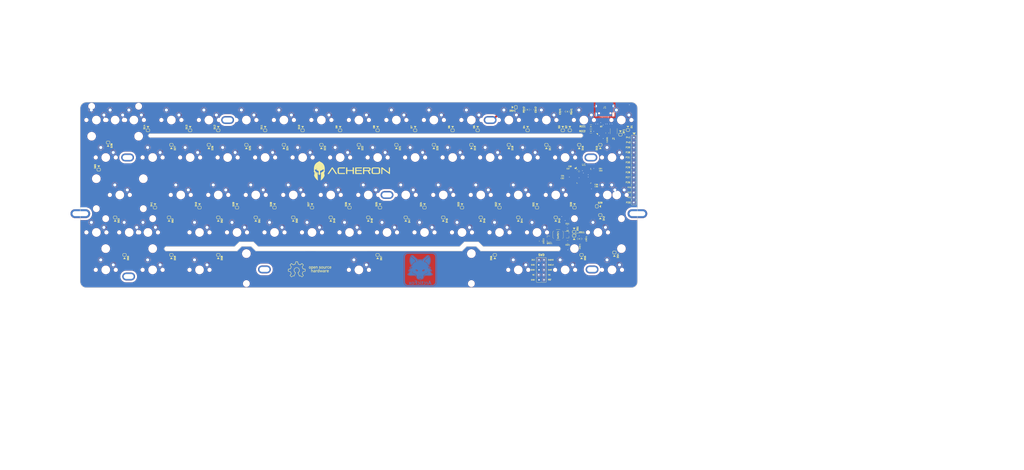
<source format=kicad_pcb>
(kicad_pcb (version 20221018) (generator pcbnew)
  (title_block (title "ArcticPCB") (date "2020-03-18") (rev "Alpha") (comment 1 "Designed by Gondolindrim in partnership with ArcticFox") (comment 2 "Project page: http://github.com/Gondolindrim/ArcticPCB") (comment 3 "ArcticPCB: a minimum layout, 60% custom keyboard PCB"))
  (layers (0 "F.Cu" signal) (31 "B.Cu" signal) (34 "B.Paste" user) (35 "F.Paste" user) (36 "B.SilkS" user "B.Silkscreen") (37 "F.SilkS" user "F.Silkscreen") (38 "B.Mask" user) (39 "F.Mask" user) (44 "Edge.Cuts" user))
  (net 0 "")
  (net 1 "3.3V")
  (net 2 "GND")
  (net 3 "BOOT0")
  (net 4 "NRST")
  (net 5 "/SHIELD")
  (net 6 "5V")
  (net 7 "VBUS")
  (net 8 "Net-(DRST1-Pad2)")
  (net 9 "Net-(D1-Pad2)")
  (net 10 "Col1")
  (net 11 "Net-(D2-Pad2)")
  (net 12 "Col2")
  (net 13 "Net-(D3-Pad2)")
  (net 14 "Col3")
  (net 15 "Net-(D4-Pad2)")
  (net 16 "Col4")
  (net 17 "Net-(D5-Pad2)")
  (net 18 "Col5")
  (net 19 "Net-(D6-Pad2)")
  (net 20 "Col6")
  (net 21 "Net-(D7-Pad2)")
  (net 22 "Col7")
  (net 23 "Net-(D8-Pad2)")
  (net 24 "Col8")
  (net 25 "Net-(D9-Pad2)")
  (net 26 "Col9")
  (net 27 "Net-(D10-Pad2)")
  (net 28 "Col10")
  (net 29 "Net-(D11-Pad2)")
  (net 30 "Col11")
  (net 31 "Net-(D12-Pad2)")
  (net 32 "Col12")
  (net 33 "Net-(D13-Pad2)")
  (net 34 "Col13")
  (net 35 "Net-(D14-Pad2)")
  (net 36 "Net-(D15-Pad2)")
  (net 37 "Net-(D16-Pad2)")
  (net 38 "Net-(D17-Pad2)")
  (net 39 "Net-(D18-Pad2)")
  (net 40 "Net-(D19-Pad2)")
  (net 41 "Net-(D20-Pad2)")
  (net 42 "Net-(D21-Pad2)")
  (net 43 "Net-(D22-Pad2)")
  (net 44 "Net-(D23-Pad2)")
  (net 45 "Net-(D24-Pad2)")
  (net 46 "Net-(D25-Pad2)")
  (net 47 "Net-(D26-Pad2)")
  (net 48 "Net-(D27-Pad2)")
  (net 49 "Net-(D28-Pad2)")
  (net 50 "Net-(D29-Pad2)")
  (net 51 "Net-(D30-Pad2)")
  (net 52 "Net-(D31-Pad2)")
  (net 53 "Col14")
  (net 54 "Net-(D32-Pad2)")
  (net 55 "Net-(D33-Pad2)")
  (net 56 "Net-(D34-Pad2)")
  (net 57 "Net-(D35-Pad2)")
  (net 58 "Net-(D36-Pad2)")
  (net 59 "Net-(D37-Pad2)")
  (net 60 "Net-(D38-Pad2)")
  (net 61 "Net-(D39-Pad2)")
  (net 62 "Net-(D40-Pad2)")
  (net 63 "Net-(D41-Pad2)")
  (net 64 "Net-(D42-Pad2)")
  (net 65 "Net-(D43-Pad2)")
  (net 66 "Net-(D44-Pad2)")
  (net 67 "Net-(D45-Pad2)")
  (net 68 "Net-(D46-Pad2)")
  (net 69 "Net-(D47-Pad2)")
  (net 70 "Net-(D48-Pad2)")
  (net 71 "Net-(D49-Pad2)")
  (net 72 "Net-(D50-Pad2)")
  (net 73 "Net-(D51-Pad2)")
  (net 74 "Net-(D52-Pad2)")
  (net 75 "Net-(D53-Pad2)")
  (net 76 "Net-(D54-Pad2)")
  (net 77 "Net-(D55-Pad2)")
  (net 78 "Net-(D56-Pad2)")
  (net 79 "Net-(D57-Pad2)")
  (net 80 "Net-(D58-Pad2)")
  (net 81 "Net-(D59-Pad2)")
  (net 82 "Net-(D60-Pad2)")
  (net 83 "Net-(D65-Pad2)")
  (net 84 "Net-(J1-PadB8)")
  (net 85 "Net-(J1-PadA5)")
  (net 86 "DBus+")
  (net 87 "DBus-")
  (net 88 "Net-(J1-PadA8)")
  (net 89 "Row1")
  (net 90 "Row2")
  (net 91 "Row3")
  (net 92 "Row4")
  (net 93 "Row5")
  (net 94 "D+")
  (net 95 "D-")
  (net 96 "SWCLK")
  (net 97 "SWDIO")
  (net 98 "Net-(D62-Pad2)")
  (net 99 "CASE")
  (net 100 "Net-(CSH2-Pad2)")
  (net 101 "Net-(J1-PadB5)")
  (net 102 "Extra14")
  (net 103 "Extra13")
  (net 104 "Extra12")
  (net 105 "Extra11")
  (net 106 "Extra10")
  (net 107 "Extra9")
  (net 108 "Extra8")
  (net 109 "Extra7")
  (net 110 "Extra6")
  (net 111 "Extra5")
  (net 112 "Extra4")
  (net 113 "Extra3")
  (net 114 "Extra2")
  (net 115 "Extra1")
  (net 116 "Net-(J3-Pad8)")
  (net 117 "Net-(J3-Pad7)")
  (net 118 "Net-(J3-Pad6)")
  (footprint "acheron_Logos:acheronLong" (layer "F.Cu") (at 209.254375 117.134125)
    (fp_text reference "L3" hide)
    (fp_text value "Acheron Logo" hide)
  )
  (footprint "acheron_MX_SolderMask:MX175" (layer "F.Cu") (at 105.67 148.503125)
    (fp_text reference "SW62")
    (fp_text value "RSHIFT_175")
  )
  (footprint "acheron_MX_SolderMask:MX100" (layer "F.Cu") (at 98.52521 91.353125)
    (fp_text reference "SW64")
    (fp_text value "1U LBKSP")
  )
  (footprint "acheron_MX_SolderMask:MX100" (layer "F.Cu") (at 246.16333 148.503365)
    (fp_text reference "SW46")
    (fp_text value "V")
  )
  (footprint "acheron_MX_SolderMask:MX100" (layer "F.Cu") (at 227.11325 148.503365)
    (fp_text reference "SW47")
    (fp_text value "B")
  )
  (footprint "acheron_MX_SolderMask:MX100" (layer "F.Cu") (at 208.06317 148.503365)
    (fp_text reference "SW48")
    (fp_text value "N")
  )
  (footprint "acheron_MX_SolderMask:MX100" (layer "F.Cu") (at 279.50097 110.403205)
    (fp_text reference "SW18")
    (fp_text value "E")
  )
  (footprint "acheron_MX_SolderMask:MX100" (layer "F.Cu") (at 189.01309 148.503365)
    (fp_text reference "SW49")
    (fp_text value "M")
  )
  (footprint "acheron_MX_SolderMask:MX100" (layer "F.Cu") (at 169.96301 148.503365)
    (fp_text reference "SW50")
    (fp_text value "<,")
  )
  (footprint "acheron_MX_SolderMask:MX100" (layer "F.Cu") (at 150.91293 148.503365)
    (fp_text reference "SW51")
    (fp_text value ">.")
  )
  (footprint "acheron_Connectors:Conn_ARM_JTAG_SWD_10" (layer "F.Cu") (at 305.53625 167.553125)
    (fp_text reference "J3" hide)
    (fp_text value "Conn_ARM_JTAG_SWD_10" hide)
  )
  (footprint "oshLogo:osh-logo" (layer "F.Cu") (at 187.82246 167.553445)
    (fp_text reference "L2" hide)
    (fp_text value "OSHLogo" hide)
  )
  (footprint "Capacitor_SMD:C_0402_1005Metric" (layer "F.Cu") (at 318.37625 119.753125)
    (fp_text reference "CB1")
    (fp_text value "1uF")
  )
  (footprint "Capacitor_SMD:C_0402_1005Metric" (layer "F.Cu") (at 318.37625 120.953125)
    (fp_text reference "CB2")
    (fp_text value "10n")
  )
  (footprint "Capacitor_SMD:C_0402_1005Metric" (layer "F.Cu") (at 333.57625 117.153125 180)
    (fp_text reference "CB3")
    (fp_text value "100n")
  )
  (footprint "Capacitor_SMD:C_0402_1005Metric" (layer "F.Cu") (at 333.59125 116.053125 180)
    (fp_text reference "CB4")
    (fp_text value "4.7uF")
  )
  (footprint "Capacitor_SMD:C_0402_1005Metric" (layer "F.Cu") (at 331.37625 125.253125 180)
    (fp_text reference "CB5")
    (fp_text value "100n")
  )
  (footprint "Capacitor_SMD:C_0402_1005Metric" (layer "F.Cu") (at 331.37625 124.153125 180)
    (fp_text reference "CB6")
    (fp_text value "4.7uF")
  )
  (footprint "Capacitor_SMD:C_0402_1005Metric" (layer "F.Cu") (at 321.17625 116.153125 180)
    (fp_text reference "CB7")
    (fp_text value "100nF")
  )
  (footprint "Capacitor_SMD:C_0402_1005Metric" (layer "F.Cu") (at 322.07625 114.953125)
    (fp_text reference "CB8")
    (fp_text value "100n")
  )
  (footprint "Capacitor_SMD:C_0805_2012Metric_Pad1.15x1.40mm_HandSolder" (layer "F.Cu") (at 326.97625 151.753125 90)
    (fp_text reference "CRST1")
    (fp_text value "10u")
  )
  (footprint "Capacitor_SMD:C_0805_2012Metric_Pad1.15x1.40mm_HandSolder" (layer "F.Cu") (at 305.17625 152.953125 -90)
    (fp_text reference "CRST2")
    (fp_text value "4.7n")
  )
  (footprint "Capacitor_SMD:C_0805_2012Metric" (layer "F.Cu") (at 316.67625 87.053125 90)
    (fp_text reference "CSH1")
    (fp_text value "4.7nF")
  )
  (footprint "Capacitor_SMD:C_0805_2012Metric_Pad1.15x1.40mm_HandSolder" (layer "F.Cu") (at 318.79176 145.553125)
    (fp_text reference "CSI1")
    (fp_text value "100n")
  )
  (footprint "Capacitor_SMD:C_0805_2012Metric_Pad1.15x1.40mm_HandSolder" (layer "F.Cu") (at 318.87625 153.353125 180)
    (fp_text reference "CSO1")
    (fp_text value "100n")
  )
  (footprint "Capacitor_SMD:C_0805_2012Metric_Pad1.15x1.40mm_HandSolder" (layer "F.Cu") (at 338.97625 97.953125 90)
    (fp_text reference "CUSB1")
    (fp_text value "100n")
  )
  (footprint "acheron_Components:D_SOD-123" (layer "F.Cu") (at 349.47825 94.782125 90)
    (fp_text reference "D1")
    (fp_text value "1N4148")
  )
  (footprint "acheron_Components:D_SOD-123" (layer "F.Cu") (at 319.98239 94.925015 90)
    (fp_text reference "D2")
    (fp_text value "1N4148")
  )
  (footprint "acheron_Components:D_SOD-123" (layer "F.Cu") (at 316.4105 94.925015 90)
    (fp_text reference "D3")
    (fp_text value "1N4148")
  )
  (footprint "acheron_Components:D_SOD-123" (layer "F.Cu") (at 298.55105 94.925015 90)
    (fp_text reference "D4")
    (fp_text value "1N4148")
  )
  (footprint "acheron_Components:D_SOD-123" (layer "F.Cu") (at 273.17625 94.925015 90)
    (fp_text reference "D5")
    (fp_text value "1N4148")
  )
  (footprint "acheron_Components:D_SOD-123" (layer "F.Cu") (at 260.45089 94.925015 90)
    (fp_text reference "D6")
    (fp_text value "1N4148")
  )
  (footprint "acheron_Components:D_SOD-123" (layer "F.Cu") (at 241.40081 94.925015 90)
    (fp_text reference "D7")
    (fp_text value "1N4148")
  )
  (footprint "acheron_Components:D_SOD-123" (layer "F.Cu") (at 222.35073 94.925015 90)
    (fp_text reference "D8")
    (fp_text value "1N4148")
  )
  (footprint "acheron_Components:D_SOD-123" (layer "F.Cu") (at 203.30065 94.925015 90)
    (fp_text reference "D9")
    (fp_text value "1N4148")
  )
  (footprint "acheron_Components:D_SOD-123" (layer "F.Cu") (at 184.25057 94.925015 90)
    (fp_text reference "D10")
    (fp_text value "1N4148")
  )
  (footprint "acheron_Components:D_SOD-123" (layer "F.Cu") (at 165.20049 94.925015 90)
    (fp_text reference "D11")
    (fp_text value "1N4148")
  )
  (footprint "acheron_Components:D_SOD-123" (layer "F.Cu") (at 141.38789 94.925015 90)
    (fp_text reference "D12")
    (fp_text value "1N4148")
  )
  (footprint "acheron_Components:D_SOD-123" (layer "F.Cu") (at 127.10033 94.925015 90)
    (fp_text reference "D13")
    (fp_text value "1N4148")
  )
  (footprint "acheron_Components:D_SOD-123" (layer "F.Cu") (at 345.67625 97.103125 90)
    (fp_text reference "DF1")
    (fp_text value "RB060M-60TR")
  )
  (footprint "acheron_Components:D_SOD-123" (layer "F.Cu") (at 322.17625 151.853125 -90)
    (fp_text reference "DRST1")
    (fp_text value "1N4148")
  )
  (footprint "acheron_Components:D_SOD-123" (layer "F.Cu") (at 322.17625 146.553125 90)
    (fp_text reference "DS1")
    (fp_text value "1N4148")
  )
  (footprint "acheron_Components:Fuse_1812_4532" (layer "F.Cu") (at 342.27625 97.053125 90)
    (fp_text reference "F1")
    (fp_text value "Polyfuse")
  )
  (footprint "Package_TO_SOT_SMD:SOT-23" (layer "F.Cu") (at 309.17625 151.853125 180)
    (fp_text reference "QRST1")
    (fp_text value "DTC123J")
  )
  (footprint "acheron_Components:R_SMD_1026" (layer "F.Cu") (at 330.68225 94.655125)
    (fp_text reference "RCC1")
    (fp_text value "5.1k")
  )
  (footprint "acheron_Components:R_SMD_1026" (layer "F.Cu") (at 324.77625 151.753125 -90)
    (fp_text reference "RRST1")
    (fp_text value "100k")
  )
  (footprint "acheron_Components:R_SMD_1026" (layer "F.Cu") (at 318.77625 87.053125 -90)
    (fp_text reference "RSH1")
    (fp_text value "1M")
  )
  (footprint "acheron_Hardware:smdPushBtn" (layer "F.Cu") (at 314.02924 149.693995 -90)
    (fp_text reference "SWRST1")
    (fp_text value "SW_Push" hide)
  )
  (footprint "acheron_Components:LQFP-48_7x7mm_P0.5mm" (layer "F.Cu") (at 327.12617 119.928245)
    (fp_text reference "U1")
    (fp_text value "STM32F072-LQFP48")
  )
  (footprint "acheron_Components:SOT-23-6" (layer "F.Cu") (at 335.97625 97.153125 90)
    (fp_text reference "U2")
    (fp_text value "USBLC6-2SC6")
  )
  (footprint "Package_TO_SOT_SMD:SOT-23" (layer "F.Cu") (at 318.79176 149.693995)
    (fp_text reference "U3")
    (fp_text value "MCP1700-3302E_SOT23")
  )
  (footprint "acheron_Components:D_SOD-123" (layer "F.Cu") (at 105.66899 94.925015 90)
    (fp_text reference "D14")
    (fp_text value "1N4148")
  )
  (footprint "acheron_Components:D_SOD-123" (layer "F.Cu") (at 335.46058 105.640685 -90)
    (fp_text reference "D15")
    (fp_text value "1N4148")
  )
  (footprint "acheron_Components:D_SOD-123" (layer "F.Cu") (at 324.74491 105.640685 -90)
    (fp_text reference "D16")
    (fp_text value "1N4148")
  )
  (footprint "acheron_Components:D_SOD-123" (layer "F.Cu") (at 308.07609 105.640685 -90)
    (fp_text reference "D17")
    (fp_text value "1N4148")
  )
  (footprint "acheron_Components:D_SOD-123" (layer "F.Cu") (at 289.02601 105.640685 -90)
    (fp_text reference "D18")
    (fp_text value "1N4148")
  )
  (footprint "acheron_Components:D_SOD-123" (layer "F.Cu") (at 269.97593 105.640685 -90)
    (fp_text reference "D19")
    (fp_text value "1N4148")
  )
  (footprint "acheron_Components:D_SOD-123" (layer "F.Cu") (at 250.92585 105.640685 -90)
    (fp_text reference "D20")
    (fp_text value "1N4148")
  )
  (footprint "acheron_Components:D_SOD-123" (layer "F.Cu") (at 231.87577 105.640685 -90)
    (fp_text reference "D21")
    (fp_text value "1N4148")
  )
  (footprint "acheron_Components:D_SOD-123" (layer "F.Cu") (at 212.82569 105.640685 -90)
    (fp_text reference "D22")
    (fp_text value "1N4148")
  )
  (footprint "acheron_Components:D_SOD-123" (layer "F.Cu") (at 193.77561 105.640685 -90)
    (fp_text reference "D23")
    (fp_text value "1N4148")
  )
  (footprint "acheron_Components:D_SOD-123" (layer "F.Cu") (at 174.72553 105.640685 -90)
    (fp_text reference "D24")
    (fp_text value "1N4148")
  )
  (footprint "acheron_Components:D_SOD-123" (layer "F.Cu") (at 155.67545 105.640685 -90)
    (fp_text reference "D25")
    (fp_text value "1N4148")
  )
  (footprint "acheron_Components:D_SOD-123" (layer "F.Cu") (at 136.62537 105.640685 -90)
    (fp_text reference "D26")
    (fp_text value "1N4148")
  )
  (footprint "acheron_Components:D_SOD-123" (layer "F.Cu") (at 117.57529 105.640685 -90)
    (fp_text reference "D27")
    (fp_text value "1N4148")
  )
  (footprint "acheron_Components:D_SOD-123" (layer "F.Cu") (at 85.42828 104.450055 -90)
    (fp_text reference "D28")
    (fp_text value "1N4148")
  )
  (footprint "acheron_Components:D_SOD-123" (layer "F.Cu") (at 335.37625 135.253125)
    (fp_text reference "D29")
    (fp_text value "1N4148")
  )
  (footprint "acheron_Components:D_SOD-123" (layer "F.Cu") (at 322.36365 134.215805 90)
    (fp_text reference "D30")
    (fp_text value "1N4148")
  )
  (footprint "acheron_Components:D_SOD-123" (layer "F.Cu") (at 303.31357 134.215805 90)
    (fp_text reference "D31")
    (fp_text value "1N4148")
  )
  (footprint "acheron_Components:D_SOD-123" (layer "F.Cu") (at 284.26349 134.215805 90)
    (fp_text reference "D32")
    (fp_text value "1N4148")
  )
  (footprint "acheron_Components:D_SOD-123" (layer "F.Cu") (at 265.21341 134.215805 90)
    (fp_text reference "D33")
    (fp_text value "1N4148")
  )
  (footprint "acheron_Components:D_SOD-123" (layer "F.Cu") (at 246.16333 134.215805 90)
    (fp_text reference "D34")
    (fp_text value "1N4148")
  )
  (footprint "acheron_Components:D_SOD-123" (layer "F.Cu") (at 223.54136 134.215805 90)
    (fp_text reference "D35")
    (fp_text value "1N4148")
  )
  (footprint "acheron_Components:D_SOD-123" (layer "F.Cu") (at 208.06317 134.215805 90)
    (fp_text reference "D36")
    (fp_text value "1N4148")
  )
  (footprint "acheron_Components:D_SOD-123" (layer "F.Cu") (at 189.01309 134.215805 90)
    (fp_text reference "D37")
    (fp_text value "1N4148")
  )
  (footprint "acheron_Components:D_SOD-123" (layer "F.Cu") (at 169.96301 134.215805 90)
    (fp_text reference "D38")
    (fp_text value "1N4148")
  )
  (footprint "acheron_Components:D_SOD-123" (layer "F.Cu") (at 150.91293 134.215805 90)
    (fp_text reference "D39")
    (fp_text value "1N4148")
  )
  (footprint "acheron_Components:D_SOD-123" (layer "F.Cu") (at 131.86285 134.215805 90)
    (fp_text reference "D40")
    (fp_text value "1N4148")
  )
  (footprint "acheron_Components:D_SOD-123" (layer "F.Cu") (at 109.24088 134.215805 90)
    (fp_text reference "D41")
    (fp_text value "1N4148")
  )
  (footprint "acheron_MountingHoles:MoutingHole_Oval_7mm_5.0x2.5mm" (layer "F.Cu") (at 331.27625 167.353125)
    (fp_text reference "H7" hide)
    (fp_text value "Oval Mounting Hole" hide)
  )
  (footprint "acheron_MountingHoles:MoutingHole_Oval_7mm_5.0x2.5mm" (layer "F.Cu") (at 279.50097 91.353125)
    (fp_text reference "H8" hide)
    (fp_text value "Oval Mounting Hole" hide)
  )
  (footprint "acheron_MountingHoles:MoutingHole_Oval_7mm_5.0x2.5mm" (layer "F.Cu") (at 95.87625 170.925335)
    (fp_text reference "H9" hide)
    (fp_text value "Oval Mounting Hole" hide)
  )
  (footprint "acheron_MountingHoles:MoutingHole_Oval_7mm_5.0x2.5mm" (layer "F.Cu") (at 146.15041 91.353125)
    (fp_text reference "H10" hide)
    (fp_text value "Oval Mounting Hole" hide)
  )
  (footprint "acheron_Components:D_SOD-123" (layer "F.Cu") (at 335.46058 141.359585 -90)
    (fp_text reference "D42")
    (fp_text value "1N4148")
  )
  (footprint "acheron_Components:D_SOD-123" (layer "F.Cu") (at 312.83861 142.550215 -90)
    (fp_text reference "D43")
    (fp_text value "1N4148")
  )
  (footprint "acheron_Components:D_SOD-123" (layer "F.Cu") (at 293.78853 142.550215 -90)
    (fp_text reference "D44")
    (fp_text value "1N4148")
  )
  (footprint "acheron_Components:D_SOD-123" (layer "F.Cu") (at 274.73845 142.550215 -90)
    (fp_text reference "D45")
    (fp_text value "1N4148")
  )
  (footprint "acheron_Components:D_SOD-123" (layer "F.Cu") (at 255.68837 142.550215 -90)
    (fp_text reference "D46")
    (fp_text value "1N4148")
  )
  (footprint "acheron_Components:D_SOD-123" (layer "F.Cu") (at 236.63829 142.550215 -90)
    (fp_text reference "D47")
    (fp_text value "1N4148")
  )
  (footprint "acheron_Components:D_SOD-123" (layer "F.Cu") (at 217.58821 142.550215 -90)
    (fp_text reference "D48")
    (fp_text value "1N4148")
  )
  (footprint "acheron_Components:D_SOD-123" (layer "F.Cu") (at 198.53813 142.550215 -90)
    (fp_text reference "D49")
    (fp_text value "1N4148")
  )
  (footprint "acheron_Components:D_SOD-123" (layer "F.Cu") (at 179.48805 142.550215 -90)
    (fp_text reference "D50")
    (fp_text value "1N4148")
  )
  (footprint "acheron_Components:D_SOD-123" (layer "F.Cu") (at 160.43797 142.550215 -90)
    (fp_text reference "D51")
    (fp_text value "1N4148")
  )
  (footprint "acheron_Components:D_SOD-123" (layer "F.Cu") (at 141.38789 142.550215 -90)
    (fp_text reference "D52")
    (fp_text value "1N4148")
  )
  (footprint "acheron_Components:D_SOD-123" (layer "F.Cu") (at 89.00125 142.55 -90)
    (fp_text reference "D53")
    (fp_text value "1N4148")
  )
  (footprint "acheron_Components:D_SOD-123" (layer "F.Cu") (at 342.60436 160.409665 -90)
    (fp_text reference "D54")
    (fp_text value "1N4148")
  )
  (footprint "acheron_Components:D_SOD-123" (layer "F.Cu") (at 325.93554 161.600295 -90)
    (fp_text reference "D55")
    (fp_text value "1N4148")
  )
  (footprint "acheron_Components:D_SOD-123" (layer "F.Cu") (at 281.8825 161.600295 -90)
    (fp_text reference "D56")
    (fp_text value "1N4148")
  )
  (footprint "acheron_Components:D_SOD-123" (layer "F.Cu") (at 222.35073 161.600295 -90)
    (fp_text reference "D57")
    (fp_text value "1N4148")
  )
  (footprint "acheron_Components:D_SOD-123" (layer "F.Cu") (at 141.38789 161.600295 -90)
    (fp_text reference "D58")
    (fp_text value "1N4148")
  )
  (footprint "acheron_Components:D_SOD-123" (layer "F.Cu") (at 117.57529 161.600295 -90)
    (fp_text reference "D59")
    (fp_text value "1N4148")
  )
  (footprint "acheron_Components:D_SOD-123" (layer "F.Cu") (at 93.76269 161.600295 -90)
    (fp_text reference "D60")
    (fp_text value "1N4148")
  )
  (footprint "acheron_Components:D_SOD-123" (layer "F.Cu") (at 116.385625 142.55 -90)
    (fp_text reference "D62")
    (fp_text value "1N4148")
  )
  (footprint "acheron_Components:D_SOD-123" (layer "F.Cu") (at 80.66576 114.953125 90)
    (fp_text reference "D65")
    (fp_text value "1N4148")
  )
  (footprint "Capacitor_SMD:C_0805_2012Metric" (layer "F.Cu") (at 300.92625 86.103125 90)
    (fp_text reference "CSH2")
    (fp_text value "4.7nF")
  )
  (footprint "acheron_Components:D_SOD-123" (layer "F.Cu") (at 290.92625 84.853125 180)
    (fp_text reference "DSH1")
    (fp_text value "1N4007")
  )
  (footprint "acheron_Components:R_SMD_1026" (layer "F.Cu") (at 298.42625 86.103125 -90)
    (fp_text reference "RSH2")
    (fp_text value "1M")
  )
  (footprint "acheron_Components:R_SMD_1026" (layer "F.Cu") (at 330.68225 97.068125)
    (fp_text reference "RCC2")
    (fp_text value "5.1k")
  )
  (footprint "acheron_MX_SolderMask:MX100" (layer "F.Cu") (at 346.17625 91.353125)
    (fp_text reference "SW1")
    (fp_text value "ESC")
  )
  (footprint "acheron_MX_SolderMask:MX100" (layer "F.Cu") (at 327.12617 91.353125)
    (fp_text reference "SW2")
    (fp_text value "1")
  )
  (footprint "acheron_MX_SolderMask:MX100" (layer "F.Cu") (at 308.07609 91.353125)
    (fp_text reference "SW3")
    (fp_text value "2")
  )
  (footprint "acheron_MX_SolderMask:MX100" (layer "F.Cu") (at 269.97593 91.353125)
    (fp_text reference "SW5")
    (fp_text value "4")
  )
  (footprint "acheron_MX_SolderMask:MX100" (layer "F.Cu") (at 250.92585 91.353125)
    (fp_text reference "SW6")
    (fp_text value "5")
  )
  (footprint "acheron_MX_SolderMask:MX100" (layer "F.Cu") (at 231.87577 91.353125)
    (fp_text reference "SW7")
    (fp_text value "6")
  )
  (footprint "acheron_MX_SolderMask:MX100" (layer "F.Cu") (at 212.82569 91.353125)
    (fp_text reference "SW8")
    (fp_text value "7")
  )
  (footprint "acheron_MX_SolderMask:MX100" (layer "F.Cu") (at 193.77561 91.353125)
    (fp_text reference "SW9")
    (fp_text value "8")
  )
  (footprint "acheron_MX_SolderMask:MX100" (layer "F.Cu") (at 174.72553 91.353125)
    (fp_text reference "SW10")
    (fp_text value "9")
  )
  (footprint "acheron_MX_SolderMask:MX100" (layer "F.Cu") (at 155.67545 91.353125)
    (fp_text reference "SW11")
    (fp_text value "0")
  )
  (footprint "acheron_MX_SolderMask:MX100" (layer "F.Cu") (at 136.62537 91.353125)
    (fp_text reference "SW12")
    (fp_text value "-_")
  )
  (footprint "acheron_MX_SolderMask:MX100" (layer "F.Cu") (at 117.57529 91.353125)
    (fp_text reference "SW13")
    (fp_text value "+=")
  )
  (footprint "acheron_MX_SolderMask:MX200" (layer "F.Cu") (at 89.00017 91.353125)
    (fp_text reference "SW14")
    (fp_text value "2U BKSP")
  )
  (footprint "acheron_MX_SolderMask:MX150" (layer "F.Cu") (at 341.41373 110.403205)
    (fp_text reference "SW15")
    (fp_text value "TAB_150")
  )
  (footprint "acheron_MX_SolderMask:MX100" (layer "F.Cu") (at 317.60113 110.403205)
    (fp_text reference "SW16")
    (fp_text value "Q")
  )
  (footprint "acheron_MX_SolderMask:MX100" (layer "F.Cu") (at 298.55105 110.403205)
    (fp_text reference "SW17")
    (fp_text value "W")
  )
  (footprint "acheron_MX_SolderMask:MX100" (layer "F.Cu") (at 260.45089 110.403205)
    (fp_text reference "SW19")
    (fp_text value "R")
  )
  (footprint "acheron_MX_SolderMask:MX100" (layer "F.Cu") (at 241.40081 110.403205)
    (fp_text reference "SW20")
    (fp_text value "T")
  )
  (footprint "acheron_MX_SolderMask:MX100" (layer "F.Cu") (at 222.35073 110.403205)
    (fp_text reference "SW21")
    (fp_text value "Y")
  )
  (footprint "acheron_MX_SolderMask:MX100" (layer "F.Cu") (at 203.30065 110.403205)
    (fp_text reference "SW22")
    (fp_text value "U")
  )
  (footprint "acheron_MX_SolderMask:MX100" (layer "F.Cu") (at 184.25057 110.403205)
    (fp_text reference "SW23")
    (fp_text value "I")
  )
  (footprint "acheron_MX_SolderMask:MX100" (layer "F.Cu") (at 165.20049 110.403205)
    (fp_text reference "SW24")
    (fp_text value "O")
  )
  (footprint "acheron_MX_SolderMask:MX100" (layer "F.Cu") (at 146.15041 110.403205)
    (fp_text reference "SW25")
    (fp_text value "P")
  )
  (footprint "acheron_MX_SolderMask:MX100" (layer "F.Cu") (at 127.10033 110.403205)
    (fp_text reference "SW26")
    (fp_text value "[{")
  )
  (footprint "acheron_MX_SolderMask:MX100" (layer "F.Cu") (at 108.05025 110.403205)
    (fp_text reference "SW27")
    (fp_text value "]}")
  )
  (footprint "acheron_MX_SolderMask:MX150" (layer "F.Cu") (at 84.23765 110.403205)
    (fp_text reference "SW28")
    (fp_text value "\\|_150")
  )
  (footprint "acheron_MX_SolderMask:MX175" (layer "F.Cu") (at 339.03247 129.453285)
    (fp_text reference "SW29")
    (fp_text value "CAPS_175")
  )
  (footprint "acheron_MX_SolderMask:MX100" (layer "F.Cu") (at 312.83861 129.453285)
    (fp_text reference "SW30")
    (fp_text value "A")
  )
  (footprint "acheron_MX_SolderMask:MX100" (layer "F.Cu") (at 293.78853 129.453285)
    (fp_text reference "SW31")
    (fp_text value "S")
  )
  (footprint "acheron_MX_SolderMask:MX100" (layer "F.Cu") (at 274.73845 129.453285)
    (fp_text reference "SW32")
    (fp_text value "D")
  )
  (footprint "acheron_MX_SolderMask:MX100" (layer "F.Cu") (at 255.68837 129.453285)
    (fp_text reference "SW33")
    (fp_text value "F")
  )
  (footprint "acheron_MX_SolderMask:MX100" (layer "F.Cu") (at 236.63829 129.453285)
    (fp_text reference "SW34")
    (fp_text value "G")
  )
  (footprint "acheron_MX_SolderMask:MX100" (layer "F.Cu") (at 217.58821 129.453285)
    (fp_text reference "SW35")
    (fp_text value "H")
  )
  (footprint "acheron_MX_SolderMask:MX100" (layer "F.Cu") (at 179.48805 129.453285)
    (fp_text reference "SW37")
    (fp_text value "K")
  )
  (footprint "acheron_MX_SolderMask:MX100" (layer "F.Cu") (at 160.43797 129.453285)
    (fp_text reference "SW38")
    (fp_text value "L")
  )
  (footprint "acheron_MX_SolderMask:MX100" (layer "F.Cu") (at 141.38789 129.453285)
    (fp_text reference "SW39")
    (fp_text value ":;")
  )
  (footprint "acheron_MX_SolderMask:MX100" (layer "F.Cu") (at 122.33781 129.453285)
    (fp_text reference "SW40")
    (fp_text value "\"'")
  )
  (footprint "acheron_MX_SolderMask:MX100" (layer "F.Cu") (at 289.02601 91.353125)
    (fp_text reference "SW4")
    (fp_text value "3")
  )
  (footprint "acheron_MX_SolderMask:MX225R" (layer "F.Cu") (at 91.38143 129.453285)
    (fp_text reference "SW41")
    (fp_text value "ENTER_225")
  )
  (footprint "acheron_MX_SolderMask:MX225" (layer "F.Cu") (at 334.26995 148.503365)
    (fp_text reference "SW42")
    (fp_text value "LSHIFT_225")
  )
  (footprint "acheron_MX_SolderMask:MX100" (layer "F.Cu") (at 303.31357 148.503365)
    (fp_text reference "SW43")
    (fp_text value "Z")
  )
  (footprint "acheron_MX_SolderMask:MX100" (layer "F.Cu") (at 284.26349 148.503365)
    (fp_text reference "SW44")
    (fp_text value "X")
  )
  (footprint "acheron_MX_SolderMask:MX100" (layer "F.Cu") (at 265.21341 148.503365)
    (fp_text reference "SW45")
    (fp_text value "C")
  )
  (footprint "acheron_MX_SolderMask:MX100" (layer "F.Cu") (at 131.86285 148.503365)
    (fp_text reference "SW52")
    (fp_text value "?/")
  )
  (footprint "acheron_MX_SolderMask:MX100" (layer "F.Cu") (at 79.47513 91.353125)
    (fp_text reference "SW65")
    (fp_text value "1U RBKSP")
  )
  (footprint "acheron_MX_SolderMask:MX100" (layer "F.Cu") (at 108.05025 167.553445)
    (fp_text reference "SW59")
    (fp_text value "RGUI_100")
  )
  (footprint "acheron_MX_SolderMask:MX100" (layer "F.Cu") (at 317.60113 167.553445)
    (fp_text reference "SW55")
    (fp_text value "LGUI_100")
  )
  (footprint "acheron_MX_SolderMask:MX150" (layer "F.Cu") (at 293.78853 167.553445)
    (fp_text reference "SW56")
    (fp_text value "LALT_150")
  )
  (footprint "acheron_MX_SolderMask:MX150" (layer "F.Cu") (at 341.41373 167.553445)
    (fp_text reference "SW54")
    (fp_text value "LCTRL_150")
  )
  (footprint "acheron_MX_SolderMask:MX100" (layer "F.Cu") (at 79.47625 148.503125)
    (fp_text reference "SW61")
    (fp_text value "FN_100")
  )
  (footprint "acheron_MX_SolderMask:MX125" (layer "F.Cu") (at 343.79499 129.453285)
    (fp_text reference "SW63")
    (fp_text value "STEPPED_CAPS_125")
  )
  (footprint "acheron_MX_SolderMask:MX275" (layer "F.Cu") (at 96.14395 148.503365)
    (fp_text reference "SW53")
    (fp_text value "RSHIFT_275")
  )
  (footprint "acheron_MX_SolderMask:MX150" (layer "F.Cu") (at 84.23765 167.553445)
    (fp_text reference "SW60")
    (fp_text value "RCTRL_150")
  )
  (footprint "acheron_MX_SolderMask:MX700R" (layer "F.Cu") (at 212.82569 167.553445)
    (fp_text reference "SW57")
    (fp_text value "SPACE_7U")
  )
  (footprint "acheron_Connectors:TYPE-C-31-M-12" (layer "F.Cu") (at 337.72625 89.953125 180)
    (fp_text reference "J1")
    (fp_text value "TYPE-C-31-M12_13")
  )
  (footprint "acheron_MX_SolderMask:MX100" (layer "F.Cu") (at 198.53813 129.453285)
    (fp_text reference "SW36")
    (fp_text value "J")
  )
  (footprint "arcticGraphics:arcticLabel" (layer "F.Cu") (at 243.81425 167.553125)
    (fp_text reference "L4" hide)
    (fp_text value "ArcticLabel" hide)
  )
  (footprint "acheron_Connectors:PinHeader_1x14_P2.54mm_Vertical" (layer "F.Cu") (at 352.52625 116.753125)
    (fp_text reference "J2" hide)
    (fp_text value "Conn_01x14" hide)
  )
  (footprint "arcticGraphics:arcticLabelMask" (layer "F.Cu") (at 243.81425 167.553125)
    (fp_text reference "L5" hide)
    (fp_text value "Acheron Logo" hide)
  )
  (footprint "acheron_MX_SolderMask:MX150" (layer "F.Cu") (at 131.86285 167.553125)
    (fp_text reference "SW58")
    (fp_text value "RALT_150")
  )
  (footprint "acheron_MountingHoles:halfSideHole" (layer "B.Cu") (at 71.32625 138.978325)
    (fp_text reference "H6" hide)
    (fp_text value "Half Side Hole " hide)
  )
  (footprint "acheron_MountingHoles:halfSideHole" (layer "B.Cu") (at 354.31625 138.973125 180)
    (fp_text reference "H1" hide)
    (fp_text value "Half Side Hole " hide)
  )
  (footprint "acheron_MountingHoles:MoutingHole_Oval_7mm_5.0x2.5mm" (layer "B.Cu") (at 227.11325 129.453285 180)
    (fp_text reference "H3" hide)
    (fp_text value "Oval Mounting Hole" hide)
  )
  (footprint "acheron_MountingHoles:MoutingHole_Oval_7mm_5.0x2.5mm" (layer "B.Cu") (at 164.84625 167.333125 180)
    (fp_text reference "H4" hide)
    (fp_text value "Oval Mounting Hole" hide)
  )
  (footprint "acheron_MountingHoles:MoutingHole_Oval_7mm_5.0x2.5mm" (layer "B.Cu") (at 95.32625 110.403205 180)
    (fp_text reference "H5" hide)
    (fp_text value "Oval Mounting Hole" hide)
  )
  (footprint "acheron_MountingHoles:MoutingHole_Oval_7mm_5.0x2.5mm" (layer "B.Cu") (at 330.69806 110.403205 180)
    (fp_text reference "H2" hide)
    (fp_text value "Mounting Hole" hide)
  )
  (footprint "arcticLogo:arcticLogoFilled" (layer "B.Cu") (at 243.94125 167.553125 180)
    (fp_text reference "L1" hide)
    (fp_text value "ArcticLogo" hide)
  )
  (gr_line (start 323.67625 148.853125) (end 322.92625 149.603125) (stroke (width 0.15)) (layer "F.SilkS"))
  (gr_poly (pts (xy 352.65325 98.719125) (xy 351.89125 97.830125) (xy 353.41525 97.830125)) (stroke (width 0.1)) (fill solid) (layer "F.SilkS"))
  (gr_line (start 327.42625 148.853125) (end 323.67625 148.853125) (stroke (width 0.15)) (layer "F.SilkS"))
  (gr_line (start 74.32625 82.353125) (end 351.32625 82.353125) (stroke (width 0.2)) (layer "Edge.Cuts"))
  (gr_arc (start 351.32625 82.353125) (mid 353.44757 83.231805) (end 354.32625 85.353125) (stroke (width 0.2)) (layer "Edge.Cuts"))
  (gr_arc (start 71.32625 85.353125) (mid 72.20493 83.231805) (end 74.32625 82.353125) (stroke (width 0.2)) (layer "Edge.Cuts"))
  (gr_arc (start 74.32625 176.553125) (mid 72.20493 175.674445) (end 71.32625 173.553125) (stroke (width 0.2)) (layer "Edge.Cuts"))
  (gr_line (start 74.32625 176.553125) (end 351.32625 176.553125) (stroke (width 0.2)) (layer "Edge.Cuts"))
  (gr_arc (start 354.32625 173.553125) (mid 353.44757 175.674445) (end 351.32625 176.553125) (stroke (width 0.2)) (layer "Edge.Cuts"))
  (gr_line (start 354.32625 85.353125) (end 354.32625 173.553125) (stroke (width 0.2)) (layer "Edge.Cuts"))
  (gr_line (start 71.32625 173.553125) (end 71.32625 85.353125) (stroke (width 0.2)) (layer "Edge.Cuts"))
  (gr_line (start 150.91293 158.028405) (end 115.17625 158.028538) (stroke (width 0.2)) (layer "Edge.Cuts"))
  (gr_arc (start 115.17625 158.028538) (mid 113.98552 156.828885) (end 115.19403 155.647145) (stroke (width 0.2)) (layer "Edge.Cuts"))
  (gr_line (start 149.7223 155.647145) (end 115.19403 155.647145) (stroke (width 0.2)) (layer "Edge.Cuts"))
  (gr_line (start 325.60225 98.243035) (end 106.85962 98.243035) (stroke (width 0.2)) (layer "Edge.Cuts"))
  (gr_arc (start 106.85962 100.243035) (mid 105.85962 99.243035) (end 106.85962 98.243035) (stroke (width 0.2)) (layer "Edge.Cuts"))
  (gr_line (start 149.7223 155.647145) (end 152.10356 153.265885) (stroke (width 0.2)) (layer "Edge.Cuts"))
  (gr_line (start 153.29419 155.647145) (end 158.05671 155.647145) (stroke (width 0.2)) (layer "Edge.Cuts"))
  (gr_line (start 150.91293 158.028405) (end 153.29419 155.647145) (stroke (width 0.2)) (layer "Edge.Cuts"))
  (gr_line (start 158.05671 155.647145) (end 160.43797 157.971865) (stroke (width 0.2)) (layer "Edge.Cuts"))
  (gr_line (start 159.24734 153.265885) (end 161.6286 155.647145) (stroke (width 0.2)) (layer "Edge.Cuts"))
  (gr_line (start 152.10356 153.265885) (end 159.24734 153.265885) (stroke (width 0.2)) (layer "Edge.Cuts"))
  (gr_line (start 160.43797 157.971865) (end 265.21341 158.028405) (stroke (width 0.2)) (layer "Edge.Cuts"))
  (gr_line (start 161.6286 155.647145) (end 264.02278 155.647145) (stroke (width 0.2)) (layer "Edge.Cuts"))
  (gr_line (start 273.54782 153.265885) (end 275.92908 155.647145) (stroke (width 0.2)) (layer "Edge.Cuts"))
  (gr_line (start 266.40404 153.265885) (end 273.54782 153.265885) (stroke (width 0.2)) (layer "Edge.Cuts"))
  (gr_line (start 265.21341 158.028405) (end 267.59467 155.647145) (stroke (width 0.2)) (layer "Edge.Cuts"))
  (gr_line (start 272.35719 155.647145) (end 274.73845 158.028405) (stroke (width 0.2)) (layer "Edge.Cuts"))
  (gr_line (start 267.59467 155.647145) (end 272.35719 155.647145) (stroke (width 0.2)) (layer "Edge.Cuts"))
  (gr_line (start 264.02278 155.647145) (end 266.40404 153.265885) (stroke (width 0.2)) (layer "Edge.Cuts"))
  (gr_line (start 275.92908 155.647145) (end 314.04702 155.647145) (stroke (width 0.2)) (layer "Edge.Cuts"))
  (gr_line (start 325.60225 100.243035) (end 106.85962 100.243035) (stroke (width 0.2)) (layer "Edge.Cuts"))
  (gr_arc (start 314.04702 155.647012) (mid 315.23775 156.846665) (end 314.02924 158.028405) (stroke (width 0.2)) (layer "Edge.Cuts"))
  (gr_arc (start 325.60225 98.243035) (mid 326.60225 99.243035) (end 325.60225 100.243035) (stroke (width 0.2)) (layer "Edge.Cuts"))
  (gr_line (start 274.73845 158.028405) (end 314.02924 158.028405) (stroke (width 0.2)) (layer "Edge.Cuts"))
  (gr_text "P39" (at 350.74825 105.323125) (layer "F.SilkS") (effects (font (size 0.8 0.8) (thickness 0.16)) (justify right)))
  (gr_text "P38" (at 350.74825 107.863125) (layer "F.SilkS") (effects (font (size 0.8 0.8) (thickness 0.16)) (justify right)))
  (gr_text "P31" (at 350.74825 110.403125) (layer "F.SilkS") (effects (font (size 0.8 0.8) (thickness 0.16)) (justify right)))
  (gr_text "P30" (at 350.74825 112.943125) (layer "F.SilkS") (effects (font (size 0.8 0.8) (thickness 0.16)) (justify right)))
  (gr_text "P29" (at 350.74825 115.483125) (layer "F.SilkS") (effects (font (size 0.8 0.8) (thickness 0.16)) (justify right)))
  (gr_text "P28" (at 350.74825 118.023125) (layer "F.SilkS") (effects (font (size 0.8 0.8) (thickness 0.16)) (justify right)))
  (gr_text "P27" (at 350.74825 120.563125) (layer "F.SilkS") (effects (font (size 0.8 0.8) (thickness 0.16)) (justify right)))
  (gr_text "P26" (at 350.74825 123.103125) (layer "F.SilkS") (effects (font (size 0.8 0.8) (thickness 0.16)) (justify right)))
  (gr_text "P25" (at 351.07625 125.643125) (layer "F.SilkS") (effects (font (size 0.6 0.6) (thickness 0.12)) (justify right)))
  (gr_text "P22" (at 351.07625 128.183125) (layer "F.SilkS") (effects (font (size 0.6 0.6) (thickness 0.12)) (justify right)))
  (gr_text "P21" (at 351.07625 130.723125) (layer "F.SilkS") (effects (font (size 0.6 0.6) (thickness 0.12)) (justify right)))
  (gr_text "P20" (at 349.67625 133.353125) (layer "F.SilkS") (effects (font (size 0.8 0.8) (thickness 0.16))))
  (gr_text "P40" (at 350.87625 102.753125) (layer "F.SilkS") (effects (font (size 0.8 0.8) (thickness 0.16)) (justify right)))
  (gr_text "P41" (at 350.87625 100.253125) (layer "F.SilkS") (effects (font (size 0.8 0.8) (thickness 0.16)) (justify right)))
  (segment (start 316.84176 150.643995) (end 315.67625 151.809505) (width 0.5) (layer "F.Cu") (net 1))
  (segment (start 310.99725 160.187125) (end 310.36225 160.187125) (width 0.5) (layer "F.Cu") (net 1))
  (segment (start 310.36225 160.187125) (end 308.71125 160.187125) (width 0.5) (layer "F.Cu") (net 1))
  (segment (start 323.06225 160.187125) (end 311.75925 160.187125) (width 0.5) (layer "F.Cu") (net 1))
  (segment (start 311.75925 160.187125) (end 311.37825 160.187125) (width 0.5) (layer "F.Cu") (net 1))
  (segment (start 310.36225 160.187125) (end 311.75925 160.187125) (width 0.5) (layer "F.Cu") (net 1))
  (segment (start 315.907949 140.424656) (end 318.031781 140.424656) (width 0.5) (layer "F.Cu") (net 1))
  (segment (start 318.031781 140.424656) (end 322.30025 144.693125) (width 0.5) (layer "F.Cu") (net 1))
  (segment (start 307.06025 160.187125) (end 304.77425 162.473125) (width 0.5) (layer "F.Cu") (net 1))
  (segment (start 310.99725 160.187125) (end 307.06025 160.187125) (width 0.5) (layer "F.Cu") (net 1))
  (segment (start 325.09425 158.155125) (end 323.06225 160.187125) (width 0.5) (layer "F.Cu") (net 1))
  (segment (start 329.41225 158.155125) (end 325.09425 158.155125) (width 0.5) (layer "F.Cu") (net 1))
  (segment (start 331.19025 156.377125) (end 329.41225 158.155125) (width 0.5) (layer "F.Cu") (net 1))
  (segment (start 331.19025 147.233125) (end 331.19025 156.377125) (width 0.5) (layer "F.Cu") (net 1))
  (segment (start 328.86025 144.903125) (end 331.19025 147.233125) (width 0.5) (layer "F.Cu") (net 1))
  (segment (start 322.17625 144.903125) (end 328.86025 144.903125) (width 0.5) (layer "F.Cu") (net 1))
  (segment (start 315.87924 143.650135) (end 315.87924 142.650135) (width 0.5) (layer "F.Cu") (net 1))
  (segment (start 315.907949 140.424656) (end 315.907949 140.424656) (width 1) (layer "F.Cu") (net 1))
  (segment (start 322.96367 121.178245) (end 320.60137 121.178245) (width 0.254) (layer "F.Cu") (net 1))
  (segment (start 320.60137 121.178245) (end 319.77625 120.353125) (width 0.254) (layer "F.Cu") (net 1))
  (segment (start 318.86125 119.753125) (end 318.86125 120.838125) (width 0.254) (layer "F.Cu") (net 1))
  (segment (start 318.86125 119.753125) (end 319.17625 119.753125) (width 0.254) (layer "F.Cu") (net 1))
  (segment (start 319.17625 119.753125) (end 319.77625 120.353125) (width 0.254) (layer "F.Cu") (net 1))
  (segment (start 323.97625 114.953125) (end 324.37625 115.353125) (width 0.254) (layer "F.Cu") (net 1))
  (segment (start 322.95625 114.953125) (end 323.97625 114.953125) (width 0.254) (layer "F.Cu") (net 1))
  (segment (start 322.56125 114.953125) (end 322.95625 114.953125) (width 0.254) (layer "F.Cu") (net 1))
  (segment (start 330.97625 124.153125) (end 329.97625 124.153125) (width 0.254) (layer "F.Cu") (net 1))
  (segment (start 330.97625 125.999572) (end 330.97625 124.153125) (width 0.254) (layer "F.Cu") (net 1))
  (segment (start 332.17625 115.953125) (end 332.97625 115.953125) (width 0.254) (layer "F.Cu") (net 1))
  (segment (start 332.97625 117.178245) (end 332.97625 115.953125) (width 0.254) (layer "F.Cu") (net 1))
  (segment (start 331.28867 117.178245) (end 332.97625 117.178245) (width 0.254) (layer "F.Cu") (net 1))
  (segment (start 321.77625 116.982325) (end 321.77625 116.153125) (width 0.254) (layer "F.Cu") (net 1))
  (segment (start 322.96367 117.178245) (end 321.97217 117.178245) (width 0.254) (layer "F.Cu") (net 1))
  (segment (start 321.97217 117.178245) (end 321.77625 116.982325) (width 0.254) (layer "F.Cu") (net 1))
  (segment (start 316.67625 153.353125) (end 315.67625 152.353125) (width 0.5) (layer "F.Cu") (net 1))
  (segment (start 317.65125 153.353125) (end 316.67625 153.353125) (width 0.5) (layer "F.Cu") (net 1))
  (segment (start 317.79176 150.643995) (end 316.84176 150.643995) (width 0.5) (layer "F.Cu") (net 1))
  (segment (start 315.87924 143.650135) (end 315.87924 140.553125) (width 0.5) (layer "F.Cu") (net 1))
  (segment (start 330.97625 126.353125) (end 330.97625 125.999572) (width 0.254) (layer "F.Cu") (net 1))
  (segment (start 315.87924 146.593995) (end 315.87924 152.353125) (width 0.5) (layer "F.Cu") (net 1))
  (segment (start 321.66125 116.153125) (end 322.01125 116.153125) (width 0.254) (layer "F.Cu") (net 1))
  (segment (start 322.01125 116.153125) (end 322.42725 115.737125) (width 0.254) (layer "F.Cu") (net 1))
  (segment (start 322.56125 114.953125) (end 322.56125 115.603125) (width 0.254) (layer "F.Cu") (net 1))
  (segment (start 322.56125 115.603125) (end 322.42725 115.737125) (width 0.254) (layer "F.Cu") (net 1))
  (segment (start 315.87924 146.593995) (end 315.87924 143.650135) (width 0.5) (layer "F.Cu") (net 1))
  (via (at 315.907949 140.424656) (size 0.5) (drill 0.3) (layers "F.Cu" "B.Cu") (net 1))
  (via (at 319.77625 120.353125) (size 0.5) (drill 0.3) (layers "F.Cu" "B.Cu") (net 1))
  (via (at 330.97625 126.353125) (size 0.5) (drill 0.3) (layers "F.Cu" "B.Cu") (net 1))
  (via (at 332.17625 115.953125) (size 0.5) (drill 0.3) (layers "F.Cu" "B.Cu") (net 1))
  (via (at 322.42725 115.737125) (size 0.5) (drill 0.3) (layers "F.Cu" "B.Cu") (net 1))
  (segment (start 322.97625 125.153125) (end 322.97625 133.356355) (width 0.5) (layer "B.Cu") (net 1))
  (segment (start 318.620865 137.71174) (end 315.907949 140.424656) (width 0.5) (layer "B.Cu") (net 1))
  (segment (start 322.97625 133.356355) (end 318.620865 137.71174) (width 0.5) (layer "B.Cu") (net 1))
  (segment (start 327.76125 118.785125) (end 327.76125 121.452125) (width 0.254) (layer "B.Cu") (net 1))
  (segment (start 328.65025 117.896125) (end 327.76125 118.785125) (width 0.254) (layer "B.Cu") (net 1))
  (segment (start 332.17625 116.910125) (end 331.19025 117.896125) (width 0.254) (layer "B.Cu") (net 1))
  (segment (start 331.19025 117.896125) (end 328.65025 117.896125) (width 0.254) (layer "B.Cu") (net 1))
  (segment (start 332.17625 115.953125) (end 332.17625 116.910125) (width 0.254) (layer "B.Cu") (net 1))
  (segment (start 327.76125 121.452125) (end 331.06325 124.754125) (width 0.254) (layer "B.Cu") (net 1))
  (segment (start 331.06325 124.754125) (end 331.06325 126.353125) (width 0.254) (layer "B.Cu") (net 1))
  (segment (start 322.97625 117.753125) (end 322.97625 117.553125) (width 0.5) (layer "B.Cu") (net 1))
  (segment (start 322.97625 117.553125) (end 325.77625 114.753125) (width 0.5) (layer "B.Cu") (net 1))
  (segment (start 325.77625 114.753125) (end 330.97625 114.753125) (width 0.5) (layer "B.Cu") (net 1))
  (segment (start 330.97625 114.753125) (end 332.17625 115.953125) (width 0.5) (layer "B.Cu") (net 1))
  (segment (start 322.97625 125.153125) (end 322.97625 117.753125) (width 0.5) (layer "B.Cu") (net 1))
  (segment (start 322.97625 125.153125) (end 322.97625 123.553125) (width 0.5) (layer "B.Cu") (net 1))
  (segment (start 322.97625 123.553125) (end 319.77625 120.353125) (width 0.5) (layer "B.Cu") (net 1))
  (segment (start 315.907949 140.424656) (end 315.907949 140.424656) (width 1) (layer "B.Cu") (net 1))
  (segment (start 322.97625 117.753125) (end 322.97625 117.220125) (width 0.5) (layer "B.Cu") (net 1))
  (segment (start 322.97625 117.220125) (end 322.97625 116.286125) (width 0.5) (layer "B.Cu") (net 1))
  (segment (start 322.97625 116.286125) (end 322.42725 115.737125) (width 0.5) (layer "B.Cu") (net 1))
  (segment (start 330.97625 126.353125) (end 330.97625 126.353125) (width 1) (layer "B.Cu") (net 1))
  (segment (start 340.97625 88.678125) (end 340.97625 89.307791) (width 0.5) (layer "F.Cu") (net 2))
  (via (at 341.42625 93.353125) (size 0.5) (drill 0.3) (layers "F.Cu" "B.Cu") (net 2))
  (via (at 333.17625 93.353125) (size 0.5) (drill 0.3) (layers "F.Cu" "B.Cu") (net 2))
  (via (at 350.24025 83.606125) (size 0.5) (drill 0.3) (layers "F.Cu" "B.Cu") (net 2))
  (segment (start 326.97625 150.728125) (end 326.81125 150.728125) (width 0.5) (layer "F.Cu") (net 3))
  (segment (start 326.81125 150.728125) (end 326.28625 150.203125) (width 0.5) (layer "F.Cu") (net 3))
  (segment (start 322.17625 150.203125) (end 326.28625 150.203125) (width 0.5) (layer "F.Cu") (net 3))
  (segment (start 326.37617 117.103125) (end 326.37617 117.103125) (width 0.254) (layer "F.Cu") (net 3))
  (segment (start 326.37617 115.765745) (end 326.37617 117.103125) (width 0.254) (layer "F.Cu") (net 3))
  (via (at 324.71325 150.281125) (size 0.5) (drill 0.3) (layers "F.Cu" "B.Cu") (net 3))
  (via (at 326.37617 117.103125) (size 0.5) (drill 0.3) (layers "F.Cu" "B.Cu") (net 3))
  (segment (start 324.71325 150.281125) (end 324.71325 150.281125) (width 0.254) (layer "B.Cu") (net 3))
  (segment (start 325.180251 149.814124) (end 324.71325 150.281125) (width 0.254) (layer "B.Cu") (net 3))
  (segment (start 325.180251 118.299044) (end 325.180251 148.335126) (width 0.254) (layer "B.Cu") (net 3))
  (segment (start 325.180251 148.335126) (end 325.180251 149.814124) (width 0.254) (layer "B.Cu") (net 3))
  (segment (start 325.34825 118.131045) (end 325.180251 118.299044) (width 0.254) (layer "B.Cu") (net 3))
  (segment (start 325.34825 118.131045) (end 326.126171 117.353124) (width 0.254) (layer "B.Cu") (net 3))
  (segment (start 326.126171 117.353124) (end 326.37617 117.103125) (width 0.254) (layer "B.Cu") (net 3))
  (segment (start 323.95513 120.178245) (end 324.16437 120.178245) (width 0.254) (layer "F.Cu") (net 4))
  (segment (start 324.16437 120.178245) (end 324.67625 120.690125) (width 0.254) (layer "F.Cu") (net 4))
  (segment (start 307.37775 154.154625) (end 305.15525 151.932125) (width 0.254) (layer "F.Cu") (net 4))
  (segment (start 308.07626 154.853135) (end 307.37775 154.154625) (width 0.254) (layer "F.Cu") (net 4))
  (segment (start 305.17625 151.928125) (end 308.19925 151.928125) (width 0.5) (layer "F.Cu") (net 4))
  (segment (start 322.96367 120.178245) (end 323.95513 120.178245) (width 0.254) (layer "F.Cu") (net 4))
  (segment (start 312.26726 154.853135) (end 308.07626 154.853135) (width 0.254) (layer "F.Cu") (net 4))
  (segment (start 312.26726 154.853135) (end 316.45826 154.853135) (width 0.254) (layer "F.Cu") (net 4))
  (segment (start 316.45826 154.853135) (end 318.99825 157.393125) (width 0.254) (layer "F.Cu") (net 4))
  (via (at 324.67625 120.690125) (size 0.5) (drill 0.3) (layers "F.Cu" "B.Cu") (net 4))
  (via (at 318.99825 157.393125) (size 0.5) (drill 0.3) (layers "F.Cu" "B.Cu") (net 4))
  (segment (start 324.67625 121.870125) (end 324.67625 121.108125) (width 0.254) (layer "B.Cu") (net 4))
  (segment (start 324.67625 121.108125) (end 324.67625 120.690125) (width 0.254) (layer "B.Cu") (net 4))
  (segment (start 324.67625 121.870125) (end 324.67625 125.179325) (width 0.254) (layer "B.Cu") (net 4))
  (segment (start 324.67625 144.476125) (end 324.67625 144.807901) (width 0.254) (layer "B.Cu") (net 4))
  (segment (start 324.67625 136.729125) (end 324.67625 144.476125) (width 0.254) (layer "B.Cu") (net 4))
  (segment (start 324.67625 125.179325) (end 324.67625 136.729125) (width 0.254) (layer "B.Cu") (net 4))
  (segment (start 324.67625 136.729125) (end 324.67625 137.327125) (width 0.254) (layer "B.Cu") (net 4))
  (segment (start 325.154851 167.583603) (end 318.781825 173.956629) (width 0.254) (layer "B.Cu") (net 4))
  (segment (start 325.154851 151.865726) (end 325.154851 163.676726) (width 0.254) (layer "B.Cu") (net 4))
  (segment (start 324.20525 149.900125) (end 324.20525 150.519047) (width 0.254) (layer "B.Cu") (net 4))
  (segment (start 325.154851 163.549726) (end 318.99825 157.393125) (width 0.254) (layer "B.Cu") (net 4))
  (segment (start 325.154851 163.676726) (end 325.154851 163.549726) (width 0.254) (layer "B.Cu") (net 4))
  (segment (start 325.154851 151.468648) (end 325.154851 151.865726) (width 0.254) (layer "B.Cu") (net 4))
  (segment (start 324.67625 144.476125) (end 324.67625 146.942125) (width 0.254) (layer "B.Cu") (net 4))
  (segment (start 325.154851 163.676726) (end 325.154851 167.583603) (width 0.254) (layer "B.Cu") (net 4))
  (segment (start 324.20525 150.519047) (end 325.154851 151.468648) (width 0.254) (layer "B.Cu") (net 4))
  (segment (start 318.781825 173.956629) (end 308.193254 173.956629) (width 0.254) (layer "B.Cu") (net 4))
  (segment (start 308.193254 173.956629) (end 306.86975 172.633125) (width 0.254) (layer "B.Cu") (net 4))
  (segment (start 324.67625 146.942125) (end 324.67625 149.429125) (width 0.254) (layer "B.Cu") (net 4))
  (segment (start 324.67625 149.429125) (end 324.20525 149.900125) (width 0.254) (layer "B.Cu") (net 4))
  (segment (start 324.67625 146.942125) (end 324.67625 147.323125) (width 0.254) (layer "B.Cu") (net 4))
  (segment (start 320.17625 83.853125) (end 318.67625 85.353125) (width 0.5) (layer "F.Cu") (net 5))
  (segment (start 332.67625 83.853125) (end 320.17625 83.853125) (width 0.5) (layer "F.Cu") (net 5))
  (segment (start 333.07625 84.253125) (end 332.67625 83.853125) (width 0.5) (layer "F.Cu") (net 5))
  (segment (start 333.42625 84.253125) (end 333.07625 84.253125) (width 0.5) (layer "F.Cu") (net 5))
  (segment (start 318.27625 86.053125) (end 316.47625 86.053125) (width 0.5) (layer "F.Cu") (net 5))
  (segment (start 318.67625 85.653125) (end 318.27625 86.053125) (width 0.5) (layer "F.Cu") (net 5))
  (segment (start 333.42625 84.253125) (end 333.42625 84.003125) (width 0.5) (layer "F.Cu") (net 5))
  (segment (start 345.67625 98.753125) (end 347.95425 98.753125) (width 1) (layer "F.Cu") (net 6))
  (segment (start 318.634781 142.424656) (end 319.76025 143.550125) (width 0.5) (layer "F.Cu") (net 6))
  (segment (start 319.76025 143.550125) (end 319.76025 143.981957) (width 0.5) (layer "F.Cu") (net 6))
  (segment (start 317.694949 142.424656) (end 318.634781 142.424656) (width 0.5) (layer "F.Cu") (net 6))
  (segment (start 319.76025 143.981957) (end 319.76025 147.106125) (width 0.5) (layer "F.Cu") (net 6))
  (segment (start 319.76025 147.106125) (end 319.82925 147.106125) (width 0.5) (layer "F.Cu") (net 6))
  (segment (start 319.76025 147.106125) (end 319.76025 148.757125) (width 0.5) (layer "F.Cu") (net 6))
  (segment (start 319.82925 147.106125) (end 320.92625 148.203125) (width 0.5) (layer "F.Cu") (net 6))
  (segment (start 319.76025 148.757125) (end 319.76025 149.646125) (width 0.5) (layer "F.Cu") (net 6))
  (segment (start 322.17625 148.203125) (end 320.92625 148.203125) (width 0.5) (layer "F.Cu") (net 6))
  (segment (start 319.81676 145.553125) (end 319.97625 145.553125) (width 0.5) (layer "F.Cu") (net 6))
  (segment (start 317.60125 142.424656) (end 317.60125 142.424656) (width 1) (layer "F.Cu") (net 6))
  (segment (start 345.33875 99.190625) (end 345.67625 98.853125) (width 1) (layer "F.Cu") (net 6))
  (segment (start 342.27625 99.190625) (end 345.33875 99.190625) (width 1) (layer "F.Cu") (net 6))
  (via (at 317.60125 142.424656) (size 0.5) (drill 0.3) (layers "F.Cu" "B.Cu") (net 6))
  (via (at 347.95425 98.753125) (size 0.5) (drill 0.3) (layers "F.Cu" "B.Cu") (net 6))
  (segment (start 333.351249 97.578124) (end 333.6231 97.306275) (width 0.5) (layer "B.Cu") (net 6))
  (segment (start 349.22425 96.560125) (end 334.369248 96.560125) (width 0.5) (layer "B.Cu") (net 6))
  (segment (start 334.369248 96.560125) (end 333.351249 97.578124) (width 0.5) (layer "B.Cu") (net 6))
  (segment (start 331.79924 99.130134) (end 333.351249 97.578124) (width 0.5) (layer "B.Cu") (net 6))
  (segment (start 349.73225 97.068125) (end 349.22425 96.560125) (width 0.5) (layer "B.Cu") (net 6))
  (segment (start 349.73225 98.084125) (end 349.73225 97.068125) (width 0.5) (layer "B.Cu") (net 6))
  (segment (start 349.06325 98.753125) (end 349.73225 98.084125) (width 0.5) (layer "B.Cu") (net 6))
  (segment (start 347.95425 98.753125) (end 349.06325 98.753125) (width 0.5) (layer "B.Cu") (net 6))
  (segment (start 314.570781 142.424656) (end 317.694949 142.424656) (width 0.5) (layer "B.Cu") (net 6))
  (segment (start 314.570781 142.424656) (end 312.83861 140.692485) (width 0.5) (layer "B.Cu") (net 6))
  (segment (start 312.83861 140.692485) (end 312.83861 137.787695) (width 0.5) (layer "B.Cu") (net 6))
  (segment (start 325.30125 108.528125) (end 331.79924 102.030135) (width 0.5) (layer "B.Cu") (net 6))
  (segment (start 317.60113 118.737615) (end 325.30125 111.037495) (width 0.5) (layer "B.Cu") (net 6))
  (segment (start 312.83861 137.787695) (end 319.98239 130.643915) (width 0.5) (layer "B.Cu") (net 6))
  (segment (start 317.60113 123.500135) (end 317.60113 118.737615) (width 0.5) (layer "B.Cu") (net 6))
  (segment (start 319.98239 125.881395) (end 317.60113 123.500135) (width 0.5) (layer "B.Cu") (net 6))
  (segment (start 325.30125 111.037495) (end 325.30125 108.528125) (width 0.5) (layer "B.Cu") (net 6))
  (segment (start 319.98239 130.643915) (end 319.98239 125.881395) (width 0.5) (layer "B.Cu") (net 6))
  (segment (start 331.79924 102.030135) (end 331.79924 99.130134) (width 0.5) (layer "B.Cu") (net 6))
  (segment (start 317.60125 142.424656) (end 317.60125 142.424656) (width 1) (layer "B.Cu") (net 6))
  (segment (start 336.51125 96.928125) (end 336.01625 96.433125) (width 0.254) (layer "F.Cu") (net 7))
  (segment (start 338.97625 96.928125) (end 336.51125 96.928125) (width 0.254) (layer "F.Cu") (net 7))
  (segment (start 341.17625 94.953125) (end 342.37625 94.953125) (width 0.5) (layer "F.Cu") (net 7))
  (segment (start 340.27625 94.053125) (end 341.17625 94.953125) (width 0.5) (layer "F.Cu") (net 7))
  (segment (start 340.27625 93.353125) (end 340.27625 94.053125) (width 0.5) (layer "F.Cu") (net 7))
  (segment (start 339.77625 97.153125) (end 341.97625 97.153125) (width 0.254) (layer "F.Cu") (net 7))
  (segment (start 338.44625 97.153125) (end 339.77625 97.153125) (width 0.254) (layer "F.Cu") (net 7))
  (segment (start 341.97625 97.153125) (end 342.37625 96.753125) (width 0.254) (layer "F.Cu") (net 7))
  (segment (start 342.37625 95.753125) (end 342.37625 94.953125) (width 0.254) (layer "F.Cu") (net 7))
  (segment (start 342.37625 96.753125) (end 342.37625 95.753125) (width 0.254) (layer "F.Cu") (net 7))
  (segment (start 334.17625 92.103125) (end 334.17625 93.353125) (width 0.5) (layer "F.Cu") (net 7))
  (segment (start 334.17625 93.353125) (end 334.17625 93.353125) (width 0.5) (layer "F.Cu") (net 7))
  (segment (start 335.27625 91.003125) (end 334.17625 92.103125) (width 0.5) (layer "F.Cu") (net 7))
  (segment (start 335.27625 88.678125) (end 335.27625 91.003125) (width 0.5) (layer "F.Cu") (net 7))
  (segment (start 340.27625 92.653125) (end 340.27625 93.253125) (width 0.5) (layer "F.Cu") (net 7))
  (segment (start 339.795349 92.172224) (end 340.27625 92.653125) (width 0.5) (layer "F.Cu") (net 7))
  (segment (start 340.17625 90.347791) (end 339.795349 90.728692) (width 0.5) (layer "F.Cu") (net 7))
  (segment (start 340.17625 88.678125) (end 340.17625 90.347791) (width 0.5) (layer "F.Cu") (net 7))
  (segment (start 339.795349 90.728692) (end 339.795349 92.172224) (width 0.5) (layer "F.Cu") (net 7))
  (via (at 340.27625 93.353125) (size 0.5) (drill 0.3) (layers "F.Cu" "B.Cu") (net 7))
  (via (at 334.17625 93.353125) (size 0.5) (drill 0.3) (layers "F.Cu" "B.Cu") (net 7))
  (segment (start 338.67625 91.103125) (end 340.27625 92.703125) (width 0.5) (layer "B.Cu") (net 7))
  (segment (start 340.27625 92.703125) (end 340.27625 93.353125) (width 0.5) (layer "B.Cu") (net 7))
  (segment (start 335.17625 91.103125) (end 338.67625 91.103125) (width 0.5) (layer "B.Cu") (net 7))
  (segment (start 334.17625 92.103125) (end 335.17625 91.103125) (width 0.5) (layer "B.Cu") (net 7))
  (segment (start 334.17625 93.353125) (end 334.17625 92.103125) (width 0.5) (layer "B.Cu") (net 7))
  (segment (start 321.67625 153.353125) (end 320.55725 154.472125) (width 0.254) (layer "F.Cu") (net 8))
  (segment (start 322.17625 153.353125) (end 321.67625 153.353125) (width 0.254) (layer "F.Cu") (net 8))
  (segment (start 320.55725 154.472125) (end 312.70337 154.472125) (width 0.254) (layer "F.Cu") (net 8))
  (segment (start 312.70337 154.472125) (end 312.17924 153.947995) (width 0.254) (layer "F.Cu") (net 8))
  (segment (start 312.17924 153.947995) (end 312.17924 152.793995) (width 0.254) (layer "F.Cu") (net 8))
  (segment (start 310.17625 152.803125) (end 312.17625 152.803125) (width 0.5) (layer "F.Cu") (net 8))
  (segment (start 312.17924 146.593995) (end 312.17924 152.853125) (width 0.5) (layer "F.Cu") (net 8))
  (segment (start 349.47825 93.132125) (end 349.47825 88.813125) (width 1) (layer "F.Cu") (net 9))
  (segment (start 349.98625 89.043125) (end 349.98625 88.813125) (width 1) (layer "F.Cu") (net 9))
  (segment (start 333.98425 141.264125) (end 331.69825 143.550125) (width 0.254) (layer "F.Cu") (net 10))
  (segment (start 336.39725 141.264125) (end 333.98425 141.264125) (width 0.254) (layer "F.Cu") (net 10))
  (segment (start 337.18025 140.481125) (end 336.39725 141.264125) (width 0.254) (layer "F.Cu") (net 10))
  (segment (start 335.41724 137.194115) (end 337.18025 138.957125) (width 0.254) (layer "F.Cu") (net 10))
  (segment (start 337.18025 138.957125) (end 337.18025 140.481125) (width 0.254) (layer "F.Cu") (net 10))
  (segment (start 335.41724 132.916459) (end 335.41724 137.194115) (width 0.254) (layer "F.Cu") (net 10))
  (segment (start 334.312915 131.812134) (end 335.41724 132.916459) (width 0.254) (layer "F.Cu") (net 10))
  (segment (start 331.383193 131.812134) (end 334.312915 131.812134) (width 0.254) (layer "F.Cu") (net 10))
  (segment (start 331.383192 131.812134) (end 331.47625 131.812134) (width 0.254) (layer "F.Cu") (net 10))
  (segment (start 328.126765 128.555706) (end 331.383192 131.812134) (width 0.254) (layer "F.Cu") (net 10))
  (segment (start 326.87617 127.295111) (end 326.87617 127.305111) (width 0.254) (layer "F.Cu") (net 10))
  (segment (start 326.87617 127.305111) (end 328.126765 128.555706) (width 0.254) (layer "F.Cu") (net 10))
  (segment (start 326.87617 124.090745) (end 326.87617 126.153205) (width 0.254) (layer "F.Cu") (net 10))
  (segment (start 326.87617 126.153205) (end 326.87617 127.295111) (width 0.254) (layer "F.Cu") (net 10))
  (segment (start 353.92325 95.163125) (end 353.92325 123.444125) (width 0.254) (layer "B.Cu") (net 10))
  (segment (start 353.92325 88.940125) (end 353.92325 94.528125) (width 0.254) (layer "B.Cu") (net 10))
  (segment (start 353.40825 88.185125) (end 351.37625 86.153125) (width 0.254) (layer "B.Cu") (net 10))
  (segment (start 353.66225 88.439125) (end 353.40825 88.185125) (width 0.254) (layer "B.Cu") (net 10))
  (segment (start 353.92325 88.940125) (end 353.92325 88.700125) (width 0.254) (layer "B.Cu") (net 10))
  (segment (start 353.92325 88.700125) (end 353.40825 88.185125) (width 0.254) (layer "B.Cu") (net 10))
  (segment (start 353.92325 123.444125) (end 352.99425 124.373125) (width 0.254) (layer "B.Cu") (net 10))
  (segment (start 353.77625 88.553125) (end 353.66225 88.439125) (width 0.254) (layer "B.Cu") (net 10))
  (segment (start 346.55741 124.373285) (end 346.55757 124.373125) (width 0.254) (layer "B.Cu") (net 10))
  (segment (start 346.55757 124.373125) (end 352.99425 124.373125) (width 0.254) (layer "B.Cu") (net 10))
  (segment (start 352.99425 124.373125) (end 353.77625 123.591125) (width 0.254) (layer "B.Cu") (net 10))
  (segment (start 346.55741 124.373285) (end 348.19641 124.373285) (width 0.254) (layer "B.Cu") (net 10))
  (segment (start 341.25499 124.373285) (end 346.55741 124.373285) (width 0.254) (layer "B.Cu") (net 10))
  (segment (start 332.46049 143.423365) (end 331.72995 143.423365) (width 0.254) (layer "B.Cu") (net 10))
  (segment (start 331.72995 129.135805) (end 332.39444 128.471315) (width 0.5) (layer "B.Cu") (net 10))
  (segment (start 332.39444 128.471315) (end 336.49247 124.373285) (width 0.5) (layer "B.Cu") (net 10))
  (segment (start 345.42625 100.003125) (end 348.12625 100.003125) (width 0.254) (layer "B.Cu") (net 10))
  (segment (start 351.37625 86.153125) (end 343.77625 86.153125) (width 0.254) (layer "B.Cu") (net 10))
  (segment (start 336.37625 124.373285) (end 336.37625 124.553125) (width 1) (layer "B.Cu") (net 10))
  (segment (start 341.25499 124.373285) (end 336.37625 124.373285) (width 1) (layer "B.Cu") (net 10))
  (segment (start 353.92325 96.306125) (end 353.92325 95.163125) (width 0.254) (layer "B.Cu") (net 10))
  (segment (start 353.92325 94.528125) (end 353.92325 95.163125) (width 0.254) (layer "B.Cu") (net 10))
  (segment (start 350.22625 100.003125) (end 353.92325 96.306125) (width 0.254) (layer "B.Cu") (net 10))
  (segment (start 348.92625 100.003125) (end 348.44825 100.003125) (width 0.254) (layer "B.Cu") (net 10))
  (segment (start 348.44825 100.003125) (end 345.42625 100.003125) (width 0.254) (layer "B.Cu") (net 10))
  (segment (start 348.44825 100.003125) (end 350.22625 100.003125) (width 0.254) (layer "B.Cu") (net 10))
  (segment (start 336.65125 162.473125) (end 338.68325 162.473125) (width 0.5) (layer "B.Cu") (net 10))
  (segment (start 331.72995 157.551825) (end 336.65125 162.473125) (width 0.5) (layer "B.Cu") (net 10))
  (segment (start 331.72995 143.423365) (end 331.72995 140.216425) (width 0.5) (layer "B.Cu") (net 10))
  (segment (start 331.72995 140.216425) (end 331.72995 129.135805) (width 0.5) (layer "B.Cu") (net 10))
  (segment (start 331.72995 140.216425) (end 331.72995 157.551825) (width 0.5) (layer "B.Cu") (net 10))
  (segment (start 353.92325 94.528125) (end 353.92325 95.006125) (width 0.254) (layer "B.Cu") (net 10))
  (segment (start 333.22225 103.672125) (end 333.22225 99.100125) (width 0.254) (layer "B.Cu") (net 10))
  (segment (start 334.74625 97.576125) (end 338.93725 97.576125) (width 0.254) (layer "B.Cu") (net 10))
  (segment (start 341.36425 100.003125) (end 345.42625 100.003125) (width 0.254) (layer "B.Cu") (net 10))
  (segment (start 338.87373 105.323205) (end 334.87333 105.323205) (width 0.254) (layer "B.Cu") (net 10))
  (segment (start 333.22225 99.100125) (end 334.74625 97.576125) (width 0.254) (layer "B.Cu") (net 10))
  (segment (start 338.93725 97.576125) (end 341.36425 100.003125) (width 0.254) (layer "B.Cu") (net 10))
  (segment (start 334.87333 105.323205) (end 333.22225 103.672125) (width 0.254) (layer "B.Cu") (net 10))
  (segment (start 324.17625 89.353125) (end 324.17625 91.353125) (width 1) (layer "F.Cu") (net 11))
  (segment (start 324.17625 91.518379) (end 324.17625 91.353125) (width 1) (layer "F.Cu") (net 11))
  (segment (start 319.98239 93.275015) (end 322.419614 93.275015) (width 1) (layer "F.Cu") (net 11))
  (segment (start 322.419614 93.275015) (end 324.17625 91.518379) (width 1) (layer "F.Cu") (net 11))
  (segment (start 325.17625 88.353125) (end 324.17625 89.353125) (width 1) (layer "F.Cu") (net 11))
  (segment (start 329.17625 88.353125) (end 325.17625 88.353125) (width 1) (layer "F.Cu") (net 11))
  (segment (start 329.63625 88.813125) (end 329.17625 88.353125) (width 1) (layer "F.Cu") (net 11))
  (segment (start 330.93617 88.813125) (end 329.63625 88.813125) (width 1) (layer "F.Cu") (net 11))
  (segment (start 310.9141 123.821275) (end 310.23525 124.500125) (width 0.254) (layer "F.Cu") (net 12))
  (segment (start 319.126744 123.821275) (end 310.9141 123.821275) (width 0.254) (layer "F.Cu") (net 12))
  (segment (start 321.793612 126.488143) (end 319.126744 123.821275) (width 0.254) (layer "F.Cu") (net 12))
  (segment (start 324.452348 126.56116) (end 323.287222 126.561153) (width 0.254) (layer "F.Cu") (net 12))
  (segment (start 323.287222 126.561153) (end 322.568226 126.561149) (width 0.254) (layer "F.Cu") (net 12))
  (segment (start 323.287222 126.561153) (end 321.866622 126.561153) (width 0.254) (layer "F.Cu") (net 12))
  (segment (start 321.866622 126.561153) (end 321.793612 126.488143) (width 0.254) (layer "F.Cu") (net 12))
  (segment (start 325.37617 125.637338) (end 324.452348 126.56116) (width 0.254) (layer "F.Cu") (net 12))
  (segment (start 325.37617 124.090745) (end 325.37617 125.637338) (width 0.254) (layer "F.Cu") (net 12))
  (segment (start 300.77357 143.505805) (end 300.42625 143.853125) (width 0.254) (layer "F.Cu") (net 12))
  (segment (start 300.77357 143.423365) (end 300.77357 143.505805) (width 0.254) (layer "F.Cu") (net 12))
  (segment (start 324.58617 86.273125) (end 324.58617 86.943205) (width 1) (layer "F.Cu") (net 12))
  (segment (start 316.58075 161.198625) (end 315.17625 162.603125) (width 0.5) (layer "B.Cu") (net 12))
  (segment (start 314.95327 153.130145) (end 316.98 155.156875) (width 0.5) (layer "B.Cu") (net 12))
  (segment (start 316.98 160.799375) (end 316.58075 161.198625) (width 0.5) (layer "B.Cu") (net 12))
  (segment (start 316.98 155.156875) (end 316.98 160.799375) (width 0.5) (layer "B.Cu") (net 12))
  (segment (start 302.17923 153.130145) (end 314.95327 153.130145) (width 0.5) (layer "B.Cu") (net 12))
  (segment (start 300.13875 144.121625) (end 300.13875 151.089665) (width 0.5) (layer "B.Cu") (net 12))
  (segment (start 300.13875 151.089665) (end 302.17923 153.130145) (width 0.5) (layer "B.Cu") (net 12))
  (segment (start 300.77357 143.486805) (end 300.13875 144.121625) (width 0.5) (layer "B.Cu") (net 12))
  (segment (start 300.77357 143.423365) (end 300.77357 143.486805) (width 0.5) (layer "B.Cu") (net 12))
  (segment (start 315.06125 105.196125) (end 315.06125 105.323125) (width 0.254) (layer "B.Cu") (net 12))
  (segment (start 317.72824 102.529135) (end 315.06125 105.196125) (width 0.254) (layer "B.Cu") (net 12))
  (segment (start 326.926934 102.529135) (end 320.26826 102.529135) (width 0.254) (layer "B.Cu") (net 12))
  (segment (start 320.26826 102.529135) (end 319.76024 102.529135) (width 0.254) (layer "B.Cu") (net 12))
  (segment (start 320.26826 102.529135) (end 317.72824 102.529135) (width 0.254) (layer "B.Cu") (net 12))
  (segment (start 328.9043 97.93678) (end 328.9043 100.551769) (width 0.254) (layer "B.Cu") (net 12))
  (segment (start 323.67625 92.708731) (end 328.9043 97.93678) (width 0.254) (layer "B.Cu") (net 12))
  (segment (start 323.67625 86.853125) (end 323.67625 92.708731) (width 0.254) (layer "B.Cu") (net 12))
  (segment (start 324.58617 86.273125) (end 324.25625 86.273125) (width 0.254) (layer "B.Cu") (net 12))
  (segment (start 324.25625 86.273125) (end 323.67625 86.853125) (width 0.254) (layer "B.Cu") (net 12))
  (segment (start 328.9043 100.551769) (end 326.926934 102.529135) (width 0.254) (layer "B.Cu") (net 12))
  (segment (start 314.37657 106.007805) (end 315.06125 105.323125) (width 0.5) (layer "B.Cu") (net 12))
  (segment (start 314.37657 106.353125) (end 314.37657 107.940445) (width 0.5) (layer "B.Cu") (net 12))
  (segment (start 314.37657 107.940445) (end 314.37657 120.353125) (width 0.5) (layer "B.Cu") (net 12))
  (segment (start 314.37657 107.940445) (end 314.37657 106.007805) (width 0.5) (layer "B.Cu") (net 12))
  (segment (start 309.67625 133.853125) (end 301.67625 141.853125) (width 0.5) (layer "B.Cu") (net 12))
  (segment (start 301.67625 141.853125) (end 300.17625 143.353125) (width 0.5) (layer "B.Cu") (net 12))
  (segment (start 309.67625 125.353125) (end 309.67625 133.853125) (width 0.5) (layer "B.Cu") (net 12))
  (segment (start 310.29861 124.730765) (end 309.67625 125.353125) (width 0.5) (layer "B.Cu") (net 12))
  (segment (start 310.29861 124.373285) (end 310.29861 124.730765) (width 0.5) (layer "B.Cu") (net 12))
  (segment (start 314.37657 120.353125) (end 310.37657 124.353125) (width 0.5) (layer "B.Cu") (net 12))
  (segment (start 309.92625 124.353125) (end 310.17625 124.603125) (width 0.254) (layer "B.Cu") (net 12))
  (segment (start 316.4105 93.275015) (end 312.782646 93.275015) (width 1) (layer "F.Cu") (net 13))
  (segment (start 312.782646 93.275015) (end 311.17625 91.668619) (width 1) (layer "F.Cu") (net 13))
  (segment (start 311.17625 89.522965) (end 311.17625 91.668619) (width 1) (layer "F.Cu") (net 13))
  (segment (start 311.88609 88.813125) (end 311.17625 89.522965) (width 1) (layer "F.Cu") (net 13))
  (segment (start 319.284562 123.440265) (end 321.951432 126.107135) (width 0.254) (layer "F.Cu") (net 14))
  (segment (start 313.561845 123.440265) (end 319.284562 123.440265) (width 0.254) (layer "F.Cu") (net 14))
  (segment (start 324.264307 126.107135) (end 324.87617 125.495271) (width 0.254) (layer "F.Cu") (net 14))
  (segment (start 310.328716 120.207135) (end 313.561845 123.440265) (width 0.254) (layer "F.Cu") (net 14))
  (segment (start 295.72224 120.207135) (end 310.328716 120.207135) (width 0.254) (layer "F.Cu") (net 14))
  (segment (start 291.77625 124.153125) (end 295.72224 120.207135) (width 0.254) (layer "F.Cu") (net 14))
  (segment (start 324.87617 125.495271) (end 324.87617 124.090745) (width 0.254) (layer "F.Cu") (net 14))
  (segment (start 321.951432 126.107135) (end 324.264307 126.107135) (width 0.254) (layer "F.Cu") (net 14))
  (segment (start 326.769115 102.148125) (end 299.38125 102.148125) (width 0.254) (layer "B.Cu") (net 14))
  (segment (start 304.92625 93.791125) (end 307.50011 96.364985) (width 0.254) (layer "B.Cu") (net 14))
  (segment (start 328.52329 100.39395) (end 326.769115 102.148125) (width 0.254) (layer "B.Cu") (net 14))
  (segment (start 328.52329 98.094599) (end 328.52329 100.39395) (width 0.254) (layer "B.Cu") (net 14))
  (segment (start 307.50011 96.364985) (end 326.793676 96.364985) (width 0.254) (layer "B.Cu") (net 14))
  (segment (start 297.75975 103.769625) (end 297.81225 103.717125) (width 0.254) (layer "B.Cu") (net 14))
  (segment (start 296.17625 105.353125) (end 297.75975 103.769625) (width 0.254) (layer "B.Cu") (net 14))
  (segment (start 305.53609 86.273125) (end 305.53609 86.493285) (width 0.254) (layer "B.Cu") (net 14))
  (segment (start 305.53609 86.493285) (end 304.92625 87.103125) (width 0.254) (layer "B.Cu") (net 14))
  (segment (start 326.793676 96.364985) (end 328.52329 98.094599) (width 0.254) (layer "B.Cu") (net 14))
  (segment (start 304.92625 87.103125) (end 304.92625 93.791125) (width 0.254) (layer "B.Cu") (net 14))
  (segment (start 299.38125 102.148125) (end 297.75975 103.769625) (width 0.254) (layer "B.Cu") (net 14))
  (segment (start 295.32649 106.134885) (end 296.01125 105.450125) (width 0.5) (layer "B.Cu") (net 14))
  (segment (start 295.32649 106.353125) (end 295.32649 107.305365) (width 0.5) (layer "B.Cu") (net 14))
  (segment (start 295.32649 107.305365) (end 295.32649 120.353125) (width 0.5) (layer "B.Cu") (net 14))
  (segment (start 295.32649 107.305365) (end 295.32649 106.134885) (width 0.5) (layer "B.Cu") (net 14))
  (segment (start 290.67625 134.353125) (end 281.67625 143.353125) (width 0.5) (layer "B.Cu") (net 14))
  (segment (start 290.67625 125.353125) (end 290.67625 134.353125) (width 0.5) (layer "B.Cu") (net 14))
  (segment (start 291.24853 124.780845) (end 290.67625 125.353125) (width 0.5) (layer "B.Cu") (net 14))
  (segment (start 291.24853 124.373285) (end 291.24853 124.780845) (width 0.5) (layer "B.Cu") (net 14))
  (segment (start 295.32649 120.353125) (end 291.32649 124.353125) (width 0.5) (layer "B.Cu") (net 14))
  (segment (start 295.42625 158.603125) (end 291.42625 162.603125) (width 0.5) (layer "B.Cu") (net 14))
  (segment (start 314.92625 158.603125) (end 295.42625 158.603125) (width 0.5) (layer "B.Cu") (net 14))
  (segment (start 314.767822 155.097135) (end 315.807219 156.136532) (width 0.5) (layer "B.Cu") (net 14))
  (segment (start 302.17625 155.097135) (end 314.767822 155.097135) (width 0.5) (layer "B.Cu") (net 14))
  (segment (start 315.807219 156.136532) (end 315.807219 157.722156) (width 0.5) (layer "B.Cu") (net 14))
  (segment (start 315.807219 157.722156) (end 314.92625 158.603125) (width 0.5) (layer "B.Cu") (net 14))
  (segment (start 283.67026 155.097135) (end 302.17625 155.097135) (width 0.5) (layer "B.Cu") (net 14))
  (segment (start 281.17625 143.853125) (end 281.17625 152.603125) (width 0.5) (layer "B.Cu") (net 14))
  (segment (start 281.17625 152.603125) (end 283.67026 155.097135) (width 0.5) (layer "B.Cu") (net 14))
  (segment (start 281.60601 143.423365) (end 281.17625 143.853125) (width 0.5) (layer "B.Cu") (net 14))
  (segment (start 281.72349 143.423365) (end 281.60601 143.423365) (width 0.5) (layer "B.Cu") (net 14))
  (segment (start 298.55105 91.277205) (end 298.55105 93.353125) (width 1) (layer "F.Cu") (net 15))
  (segment (start 298.55105 91.277205) (end 296.12697 88.853125) (width 1) (layer "F.Cu") (net 15))
  (segment (start 296.12697 88.853125) (end 292.62697 88.853125) (width 1) (layer "F.Cu") (net 15))
  (segment (start 313.719664 123.059255) (end 319.44238 123.059255) (width 0.254) (layer "F.Cu") (net 16))
  (segment (start 310.413534 119.753125) (end 313.719664 123.059255) (width 0.254) (layer "F.Cu") (net 16))
  (segment (start 322.03625 125.653125) (end 324.07625 125.653125) (width 0.254) (layer "F.Cu") (net 16))
  (segment (start 319.44238 123.059255) (end 322.03625 125.653125) (width 0.254) (layer "F.Cu") (net 16))
  (segment (start 276.97625 119.753125) (end 310.413534 119.753125) (width 0.254) (layer "F.Cu") (net 16))
  (segment (start 272.57625 124.153125) (end 276.97625 119.753125) (width 0.254) (layer "F.Cu") (net 16))
  (segment (start 324.37617 125.353205) (end 324.37617 124.090745) (width 0.254) (layer "F.Cu") (net 16))
  (segment (start 324.07625 125.653125) (end 324.37617 125.353205) (width 0.254) (layer "F.Cu") (net 16))
  (segment (start 278.35375 104.175625) (end 280.789302 101.740073) (width 0.254) (layer "B.Cu") (net 16))
  (segment (start 326.635857 96.745995) (end 289.61612 96.745995) (width 0.254) (layer "B.Cu") (net 16))
  (segment (start 280.789302 101.740073) (end 326.638339 101.740073) (width 0.254) (layer "B.Cu") (net 16))
  (segment (start 326.638339 101.740073) (end 328.14228 100.236131) (width 0.254) (layer "B.Cu") (net 16))
  (segment (start 328.14228 100.236131) (end 328.14228 98.252418) (width 0.254) (layer "B.Cu") (net 16))
  (segment (start 328.14228 98.252418) (end 326.635857 96.745995) (width 0.254) (layer "B.Cu") (net 16))
  (segment (start 289.61612 96.745995) (end 285.92625 93.056125) (width 0.254) (layer "B.Cu") (net 16))
  (segment (start 286.48601 86.793365) (end 286.48601 86.273125) (width 0.254) (layer "B.Cu") (net 16))
  (segment (start 285.92625 93.056125) (end 285.92625 87.353125) (width 0.254) (layer "B.Cu") (net 16))
  (segment (start 285.92625 87.353125) (end 286.48601 86.793365) (width 0.254) (layer "B.Cu") (net 16))
  (segment (start 278.35375 104.175625) (end 279.19326 103.336115) (width 0.254) (layer "B.Cu") (net 16))
  (segment (start 278.35375 104.175625) (end 277.17625 105.353125) (width 0.254) (layer "B.Cu") (net 16))
  (segment (start 278.67625 103.853125) (end 278.35375 104.175625) (width 0.254) (layer "B.Cu") (net 16))
  (segment (start 276.96097 105.668565) (end 276.27641 106.353125) (width 0.254) (layer "B.Cu") (net 16))
  (segment (start 276.27641 106.353125) (end 276.27641 120.353125) (width 0.5) (layer "B.Cu") (net 16))
  (segment (start 276.27641 120.353125) (end 272.27641 124.353125) (width 0.5) (layer "B.Cu") (net 16))
  (segment (start 271.62657 134.353125) (end 262.37657 143.603125) (width 0.5) (layer "B.Cu") (net 16))
  (segment (start 271.62657 125.103125) (end 271.62657 134.353125) (width 0.5) (layer "B.Cu") (net 16))
  (segment (start 286.48601 86.273125) (end 286.48601 86.543365) (width 0.254) (layer "B.Cu") (net 16))
  (segment (start 286.48601 86.543365) (end 286.17625 86.853125) (width 0.254) (layer "B.Cu") (net 16))
  (segment (start 273.17625 93.275015) (end 273.17625 88.853125) (width 1) (layer "F.Cu") (net 17))
  (segment (start 253.47625 123.953125) (end 253.97625 123.453125) (width 0.254) (layer "F.Cu") (net 18))
  (segment (start 253.97625 123.453125) (end 254.47625 122.953125) (width 0.254) (layer "F.Cu") (net 18))
  (segment (start 322.96367 122.678245) (end 313.877482 122.678245) (width 0.254) (layer "F.Cu") (net 18))
  (segment (start 313.877482 122.678245) (end 310.493862 119.294625) (width 0.254) (layer "F.Cu") (net 18))
  (segment (start 258.13475 119.294625) (end 254.47625 122.953125) (width 0.254) (layer "F.Cu") (net 18))
  (segment (start 310.493862 119.294625) (end 258.13475 119.294625) (width 0.254) (layer "F.Cu") (net 18))
  (segment (start 269.338599 95.545474) (end 269.21225 95.419125) (width 0.254) (layer "B.Cu") (net 18))
  (segment (start 269.21225 95.419125) (end 268.57725 94.784125) (width 0.254) (layer "B.Cu") (net 18))
  (segment (start 271.05113 97.127005) (end 271.69537 97.127005) (width 0.254) (layer "B.Cu") (net 18))
  (segment (start 271.69537 97.127005) (end 326.478038 97.127005) (width 0.254) (layer "B.Cu") (net 18))
  (segment (start 271.69537 97.127005) (end 270.92013 97.127005) (width 0.254) (layer "B.Cu") (net 18))
  (segment (start 270.92013 97.127005) (end 269.21225 95.419125) (width 0.254) (layer "B.Cu") (net 18))
  (segment (start 326.48052 101.359063) (end 262.170312 101.359063) (width 0.254) (layer "B.Cu") (net 18))
  (segment (start 262.170312 101.359063) (end 260.57427 102.955105) (width 0.254) (layer "B.Cu") (net 18))
  (segment (start 326.478038 97.127005) (end 327.76127 98.410237) (width 0.254) (layer "B.Cu") (net 18))
  (segment (start 327.76127 98.410237) (end 327.76127 100.078312) (width 0.254) (layer "B.Cu") (net 18))
  (segment (start 327.76127 100.078312) (end 326.48052 101.359063) (width 0.254) (layer "B.Cu") (net 18))
  (segment (start 268.57725 94.784125) (end 266.92625 93.133125) (width 0.254) (layer "B.Cu") (net 18))
  (segment (start 258.42625 105.103125) (end 260.57427 102.955105) (width 0.254) (layer "B.Cu") (net 18))
  (segment (start 266.92625 93.133125) (end 266.92625 87.103125) (width 0.254) (layer "B.Cu") (net 18))
  (segment (start 266.92625 87.103125) (end 267.43593 86.593445) (width 0.254) (layer "B.Cu") (net 18))
  (segment (start 257.91089 105.668565) (end 257.22633 106.353125) (width 0.254) (layer "B.Cu") (net 18))
  (segment (start 257.22633 106.353125) (end 257.22633 120.353125) (width 0.5) (layer "B.Cu") (net 18))
  (segment (start 257.22633 120.353125) (end 253.22633 124.353125) (width 0.5) (layer "B.Cu") (net 18))
  (segment (start 252.57649 125.103125) (end 252.57649 134.353125) (width 0.5) (layer "B.Cu") (net 18))
  (segment (start 252.57649 134.353125) (end 243.32649 143.603125) (width 0.5) (layer "B.Cu") (net 18))
  (segment (start 267.43593 86.593445) (end 267.17625 86.853125) (width 0.254) (layer "B.Cu") (net 18))
  (segment (start 267.43593 86.273125) (end 267.43593 86.593445) (width 0.254) (layer "B.Cu") (net 18))
  (segment (start 260.45089 93.275015) (end 260.45089 91.277205) (width 1) (layer "F.Cu") (net 19))
  (segment (start 258.02681 88.853125) (end 254.52681 88.853125) (width 1) (layer "F.Cu") (net 19))
  (segment (start 260.45089 91.277205) (end 258.02681 88.853125) (width 1) (layer "F.Cu") (net 19))
  (segment (start 234.97625 123.353125) (end 234.47625 123.853125) (width 0.254) (layer "F.Cu") (net 20))
  (segment (start 234.97625 123.353125) (end 235.47625 122.853125) (width 0.254) (layer "F.Cu") (net 20))
  (segment (start 322.96367 122.178245) (end 314.019548 122.178245) (width 0.254) (layer "F.Cu") (net 20))
  (segment (start 239.48876 118.840615) (end 235.47625 122.853125) (width 0.254) (layer "F.Cu") (net 20))
  (segment (start 314.019548 122.178245) (end 310.681918 118.840615) (width 0.254) (layer "F.Cu") (net 20))
  (segment (start 310.681918 118.840615) (end 239.48876 118.840615) (width 0.254) (layer "F.Cu") (net 20))
  (segment (start 241.19675 102.832625) (end 241.45528 102.574095) (width 0.254) (layer "B.Cu") (net 20))
  (segment (start 239.17625 104.853125) (end 241.19675 102.832625) (width 0.254) (layer "B.Cu") (net 20))
  (segment (start 243.051322 100.978053) (end 241.19675 102.832625) (width 0.254) (layer "B.Cu") (net 20))
  (segment (start 326.322701 100.978053) (end 243.051322 100.978053) (width 0.254) (layer "B.Cu") (net 20))
  (segment (start 308.13514 97.508015) (end 326.320219 97.508015) (width 0.254) (layer "B.Cu") (net 20))
  (segment (start 327.38026 98.568056) (end 327.38026 99.920494) (width 0.254) (layer "B.Cu") (net 20))
  (segment (start 326.320219 97.508015) (end 327.38026 98.568056) (width 0.254) (layer "B.Cu") (net 20))
  (segment (start 308.13514 97.508015) (end 308.27136 97.508015) (width 0.254) (layer "B.Cu") (net 20))
  (segment (start 250.47714 97.508015) (end 308.13514 97.508015) (width 0.254) (layer "B.Cu") (net 20))
  (segment (start 327.38026 99.920494) (end 326.322701 100.978053) (width 0.254) (layer "B.Cu") (net 20))
  (segment (start 247.67625 93.691125) (end 247.67625 92.929125) (width 0.254) (layer "B.Cu") (net 20))
  (segment (start 247.67625 92.929125) (end 247.67625 94.707125) (width 0.254) (layer "B.Cu") (net 20))
  (segment (start 247.67625 92.929125) (end 247.67625 87.353125) (width 0.254) (layer "B.Cu") (net 20))
  (segment (start 247.67625 94.707125) (end 250.47714 97.508015) (width 0.254) (layer "B.Cu") (net 20))
  (segment (start 247.67625 87.353125) (end 248.38585 86.643525) (width 0.254) (layer "B.Cu") (net 20))
  (segment (start 248.38585 86.643525) (end 248.38585 86.273125) (width 0.254) (layer "B.Cu") (net 20))
  (segment (start 238.17625 120.353125) (end 234.17625 124.353125) (width 0.5) (layer "B.Cu") (net 20))
  (segment (start 238.17625 106.353125) (end 238.17625 120.353125) (width 0.5) (layer "B.Cu") (net 20))
  (segment (start 238.86081 105.668565) (end 238.17625 106.353125) (width 0.254) (layer "B.Cu") (net 20))
  (segment (start 238.86081 105.323205) (end 238.86081 105.668565) (width 0.254) (layer "B.Cu") (net 20))
  (segment (start 238.86081 105.323205) (end 238.86081 105.868565) (width 0.254) (layer "B.Cu") (net 20))
  (segment (start 233.99641 124.373285) (end 233.57625 123.953125) (width 0.254) (layer "B.Cu") (net 20))
  (segment (start 234.09829 124.373285) (end 233.99641 124.373285) (width 0.254) (layer "B.Cu") (net 20))
  (segment (start 238.86081 105.323205) (end 238.86081 106.168565) (width 0.5) (layer "B.Cu") (net 20))
  (segment (start 233.52641 134.353125) (end 224.27641 143.603125) (width 0.5) (layer "B.Cu") (net 20))
  (segment (start 233.52641 125.103125) (end 233.52641 134.353125) (width 0.5) (layer "B.Cu") (net 20))
  (segment (start 241.40081 93.275015) (end 241.40081 91.277205) (width 1) (layer "F.Cu") (net 21))
  (segment (start 241.40081 91.277205) (end 238.97673 88.853125) (width 1) (layer "F.Cu") (net 21))
  (segment (start 238.97673 88.853125) (end 235.47673 88.853125) (width 1) (layer "F.Cu") (net 21))
  (segment (start 215.97625 124.153125) (end 216.47625 123.653125) (width 0.254) (layer "F.Cu") (net 22))
  (segment (start 320.05113 121.678245) (end 319.40137 121.678245) (width 0.254) (layer "F.Cu") (net 22))
  (segment (start 322.96367 121.678245) (end 320.05113 121.678245) (width 0.254) (layer "F.Cu") (net 22))
  (segment (start 314.161614 121.678245) (end 320.05113 121.678245) (width 0.254) (layer "F.Cu") (net 22))
  (segment (start 311.135928 118.652559) (end 314.161614 121.678245) (width 0.254) (layer "F.Cu") (net 22))
  (segment (start 310.20973 118.386605) (end 310.869975 118.386605) (width 0.254) (layer "F.Cu") (net 22))
  (segment (start 310.869975 118.386605) (end 311.135928 118.652559) (width 0.254) (layer "F.Cu") (net 22))
  (segment (start 310.20973 118.386605) (end 240.64277 118.386605) (width 0.254) (layer "F.Cu") (net 22))
  (segment (start 221.74277 118.386605) (end 216.97625 123.153125) (width 0.254) (layer "F.Cu") (net 22))
  (segment (start 240.64277 118.386605) (end 221.74277 118.386605) (width 0.254) (layer "F.Cu") (net 22))
  (segment (start 240.64277 118.386605) (end 239.37625 118.386605) (width 0.254) (layer "F.Cu") (net 22))
  (segment (start 322.96367 121.678245) (end 322.75137 121.678245) (width 0.254) (layer "F.Cu") (net 22))
  (segment (start 322.75137 121.678245) (end 322.728381 121.655256) (width 0.254) (layer "F.Cu") (net 22))
  (segment (start 216.97625 123.153125) (end 216.47625 123.653125) (width 0.254) (layer "F.Cu") (net 22))
  (segment (start 222.47825 102.275125) (end 222.60525 102.148125) (width 0.254) (layer "B.Cu") (net 22))
  (segment (start 219.55725 105.196125) (end 222.47825 102.275125) (width 0.254) (layer "B.Cu") (net 22))
  (segment (start 324.30517 100.597045) (end 326.164881 100.597045) (width 0.254) (layer "B.Cu") (net 22))
  (segment (start 323.72433 100.597045) (end 324.30517 100.597045) (width 0.254) (layer "B.Cu") (net 22))
  (segment (start 224.15633 100.597045) (end 222.47825 102.275125) (width 0.254) (layer "B.Cu") (net 22))
  (segment (start 324.30517 100.597045) (end 224.15633 100.597045) (width 0.254) (layer "B.Cu") (net 22))
  (segment (start 326.1624 97.889025) (end 232.31615 97.889025) (width 0.254) (layer "B.Cu") (net 22))
  (segment (start 229.17625 94.749125) (end 229.17625 94.180125) (width 0.254) (layer "B.Cu") (net 22))
  (segment (start 326.99925 99.762676) (end 326.99925 98.725875) (width 0.254) (layer "B.Cu") (net 22))
  (segment (start 326.164881 100.597045) (end 326.99925 99.762676) (width 0.254) (layer "B.Cu") (net 22))
  (segment (start 326.99925 98.725875) (end 326.1624 97.889025) (width 0.254) (layer "B.Cu") (net 22))
  (segment (start 232.31615 97.889025) (end 229.17625 94.749125) (width 0.254) (layer "B.Cu") (net 22))
  (segment (start 229.17625 94.495125) (end 229.17625 94.180125) (width 0.254) (layer "B.Cu") (net 22))
  (segment (start 229.17625 94.180125) (end 229.17625 86.853125) (width 0.254) (layer "B.Cu") (net 22))
  (segment (start 229.33577 86.693605) (end 229.33577 86.273125) (width 0.254) (layer "B.Cu") (net 22))
  (segment (start 229.17625 86.853125) (end 229.33577 86.693605) (width 0.254) (layer "B.Cu") (net 22))
  (segment (start 219.43025 120.055125) (end 214.98525 124.500125) (width 0.5) (layer "B.Cu") (net 22))
  (segment (start 219.43025 105.958125) (end 219.43025 120.055125) (width 0.5) (layer "B.Cu") (net 22))
  (segment (start 219.81073 105.577645) (end 219.43025 105.958125) (width 0.5) (layer "B.Cu") (net 22))
  (segment (start 219.81073 105.323205) (end 219.81073 105.577645) (width 0.5) (layer "B.Cu") (net 22))
  (segment (start 214.47633 134.353125) (end 205.22633 143.603125) (width 0.5) (layer "B.Cu") (net 22))
  (segment (start 214.47633 125.103125) (end 214.47633 134.353125) (width 0.5) (layer "B.Cu") (net 22))
  (segment (start 147.54825 153.583125) (end 149.70725 151.424125) (width 0.5) (layer "B.Cu") (net 22))
  (segment (start 210.42625 162.353125) (end 208.38725 160.314125) (width 0.5) (layer "B.Cu") (net 22))
  (segment (start 204.92625 144.353125) (end 205.52317 143.756205) (width 0.5) (layer "B.Cu") (net 22))
  (segment (start 205.52317 143.756205) (end 205.52317 143.423365) (width 0.5) (layer "B.Cu") (net 22))
  (segment (start 113.63925 153.583125) (end 147.54825 153.583125) (width 0.5) (layer "B.Cu") (net 22))
  (segment (start 162.15325 152.694125) (end 202.66625 152.694125) (width 0.5) (layer "B.Cu") (net 22))
  (segment (start 208.38725 160.314125) (end 160.50225 160.314125) (width 0.5) (layer "B.Cu") (net 22))
  (segment (start 160.88325 151.424125) (end 162.15325 152.694125) (width 0.5) (layer "B.Cu") (net 22))
  (segment (start 157.32725 163.489125) (end 153.00925 163.489125) (width 0.5) (layer "B.Cu") (net 22))
  (segment (start 111.48025 158.155125) (end 111.48025 155.742125) (width 0.5) (layer "B.Cu") (net 22))
  (segment (start 160.50225 160.314125) (end 157.32725 163.489125) (width 0.5) (layer "B.Cu") (net 22))
  (segment (start 149.38975 159.869625) (end 113.19475 159.869625) (width 0.5) (layer "B.Cu") (net 22))
  (segment (start 111.48025 155.742125) (end 113.63925 153.583125) (width 0.5) (layer "B.Cu") (net 22))
  (segment (start 149.70725 151.424125) (end 160.88325 151.424125) (width 0.5) (layer "B.Cu") (net 22))
  (segment (start 113.19475 159.869625) (end 111.48025 158.155125) (width 0.5) (layer "B.Cu") (net 22))
  (segment (start 202.66625 152.694125) (end 204.92625 150.434125) (width 0.5) (layer "B.Cu") (net 22))
  (segment (start 204.92625 150.434125) (end 204.92625 144.353125) (width 0.5) (layer "B.Cu") (net 22))
  (segment (start 153.00925 163.489125) (end 149.38975 159.869625) (width 0.5) (layer "B.Cu") (net 22))
  (segment (start 222.35073 93.275015) (end 222.35073 91.277205) (width 1) (layer "F.Cu") (net 23))
  (segment (start 222.35073 91.277205) (end 219.92665 88.853125) (width 1) (layer "F.Cu") (net 23))
  (segment (start 219.92665 88.853125) (end 216.42665 88.853125) (width 1) (layer "F.Cu") (net 23))
  (segment (start 320.884886 119.678245) (end 319.139236 117.932595) (width 0.254) (layer "F.Cu") (net 24))
  (segment (start 322.96367 119.678245) (end 320.884886 119.678245) (width 0.254) (layer "F.Cu") (net 24))
  (segment (start 319.139236 117.932595) (end 318.19678 117.932595) (width 0.254) (layer "F.Cu") (net 24))
  (segment (start 318.19678 117.932595) (end 239.69678 117.932595) (width 0.254) (layer "F.Cu") (net 24))
  (segment (start 196.77625 123.553125) (end 196.27625 124.053125) (width 0.254) (layer "F.Cu") (net 24))
  (segment (start 202.39678 117.932595) (end 197.37625 122.953125) (width 0.254) (layer "F.Cu") (net 24))
  (segment (start 239.69678 117.932595) (end 202.39678 117.932595) (width 0.254) (layer "F.Cu") (net 24))
  (segment (start 239.69678 117.932595) (end 239.37625 117.932595) (width 0.254) (layer "F.Cu") (net 24))
  (segment (start 196.87625 123.453125) (end 197.37625 122.953125) (width 0.254) (layer "F.Cu") (net 24))
  (segment (start 196.06225 100.624125) (end 200.63425 105.196125) (width 0.254) (layer "B.Cu") (net 24))
  (segment (start 106.324068 100.624125) (end 196.06225 100.624125) (width 0.254) (layer "B.Cu") (net 24))
  (segment (start 106.355887 97.830125) (end 105.499861 98.686151) (width 0.254) (layer "B.Cu") (net 24))
  (segment (start 205.46025 97.830125) (end 106.355887 97.830125) (width 0.254) (layer "B.Cu") (net 24))
  (segment (start 105.499861 98.686151) (end 105.499861 99.799918) (width 0.254) (layer "B.Cu") (net 24))
  (segment (start 105.499861 99.799918) (end 106.324068 100.624125) (width 0.254) (layer "B.Cu") (net 24))
  (segment (start 209.67625 93.614125) (end 205.46025 97.830125) (width 0.254) (layer "B.Cu") (net 24))
  (segment (start 200.25325 120.309125) (end 196.06225 124.500125) (width 0.5) (layer "B.Cu") (net 24))
  (segment (start 200.25325 106.339125) (end 200.25325 120.309125) (width 0.5) (layer "B.Cu") (net 24))
  (segment (start 200.76065 105.831725) (end 200.25325 106.339125) (width 0.5) (layer "B.Cu") (net 24))
  (segment (start 200.76065 105.323205) (end 200.76065 105.831725) (width 0.5) (layer "B.Cu") (net 24))
  (segment (start 209.67625 87.353125) (end 209.67625 93.614125) (width 0.254) (layer "B.Cu") (net 24))
  (segment (start 195.42625 134.353125) (end 186.17625 143.603125) (width 0.5) (layer "B.Cu") (net 24))
  (segment (start 195.42625 125.103125) (end 195.42625 134.353125) (width 0.5) (layer "B.Cu") (net 24))
  (segment (start 195.99813 124.531245) (end 195.42625 125.103125) (width 0.5) (layer "B.Cu") (net 24))
  (segment (start 195.99813 124.373285) (end 195.99813 124.531245) (width 0.5) (layer "B.Cu") (net 24))
  (segment (start 210.28569 86.743685) (end 209.67625 87.353125) (width 0.254) (layer "B.Cu") (net 24))
  (segment (start 210.28569 86.273125) (end 210.28569 86.743685) (width 0.254) (layer "B.Cu") (net 24))
  (segment (start 203.30065 93.275015) (end 203.30065 91.277205) (width 1) (layer "F.Cu") (net 25))
  (segment (start 203.30065 91.277205) (end 200.87657 88.853125) (width 1) (layer "F.Cu") (net 25))
  (segment (start 200.87657 88.853125) (end 197.37657 88.853125) (width 1) (layer "F.Cu") (net 25))
  (segment (start 322.96367 119.178245) (end 320.923714 119.178245) (width 0.254) (layer "F.Cu") (net 26))
  (segment (start 320.923714 119.178245) (end 319.224054 117.478585) (width 0.254) (layer "F.Cu") (net 26))
  (segment (start 319.224054 117.478585) (end 318.30171 117.478585) (width 0.254) (layer "F.Cu") (net 26))
  (segment (start 318.30171 117.478585) (end 239.70171 117.478585) (width 0.254) (layer "F.Cu") (net 26))
  (segment (start 177.97625 123.653125) (end 177.47625 124.153125) (width 0.254) (layer "F.Cu") (net 26))
  (segment (start 184.15079 117.478585) (end 178.47625 123.153125) (width 0.254) (layer "F.Cu") (net 26))
  (segment (start 239.70171 117.478585) (end 239.37625 117.478585) (width 0.254) (layer "F.Cu") (net 26))
  (segment (start 239.70171 117.478585) (end 184.15079 117.478585) (width 0.254) (layer "F.Cu") (net 26))
  (segment (start 322.50137 119.178245) (end 322.478381 119.155256) (width 0.254) (layer "F.Cu") (net 26))
  (segment (start 322.96367 119.178245) (end 322.50137 119.178245) (width 0.254) (layer "F.Cu") (net 26))
  (segment (start 177.97625 123.653125) (end 178.47625 123.153125) (width 0.254) (layer "F.Cu") (net 26))
  (segment (start 177.52026 101.005135) (end 181.96525 105.450125) (width 0.254) (layer "B.Cu") (net 26))
  (segment (start 106.166249 101.005135) (end 177.52026 101.005135) (width 0.254) (layer "B.Cu") (net 26))
  (segment (start 187.210369 97.360224) (end 106.28696 97.360224) (width 0.254) (layer "B.Cu") (net 26))
  (segment (start 105.118851 98.528332) (end 105.118851 99.957737) (width 0.254) (layer "B.Cu") (net 26))
  (segment (start 187.29926 97.449115) (end 187.210369 97.360224) (width 0.254) (layer "B.Cu") (net 26))
  (segment (start 106.28696 97.360224) (end 105.118851 98.528332) (width 0.254) (layer "B.Cu") (net 26))
  (segment (start 105.118851 99.957737) (end 106.166249 101.005135) (width 0.254) (layer "B.Cu") (net 26))
  (segment (start 190.67625 91.580659) (end 190.67625 94.072125) (width 0.254) (layer "B.Cu") (net 26))
  (segment (start 190.67625 94.072125) (end 187.29926 97.449115) (width 0.254) (layer "B.Cu") (net 26))
  (segment (start 190.67625 87.353125) (end 191.23561 86.793765) (width 0.254) (layer "B.Cu") (net 26))
  (segment (start 190.67625 91.580659) (end 190.67625 87.353125) (width 0.254) (layer "B.Cu") (net 26))
  (segment (start 191.23561 86.793765) (end 191.23561 86.273125) (width 0.254) (layer "B.Cu") (net 26))
  (segment (start 181.07625 120.690125) (end 177.01225 124.754125) (width 0.5) (layer "B.Cu") (net 26))
  (segment (start 181.07625 106.085125) (end 181.07625 120.690125) (width 0.5) (layer "B.Cu") (net 26))
  (segment (start 181.71057 105.450805) (end 181.07625 106.085125) (width 0.5) (layer "B.Cu") (net 26))
  (segment (start 181.71057 105.323205) (end 181.71057 105.450805) (width 0.5) (layer "B.Cu") (net 26))
  (segment (start 176.42625 134.603125) (end 167.42625 143.603125) (width 0.5) (layer "B.Cu") (net 26))
  (segment (start 176.42625 124.853125) (end 176.42625 134.603125) (width 0.5) (layer "B.Cu") (net 26))
  (segment (start 176.90609 124.373285) (end 176.42625 124.853125) (width 0.5) (layer "B.Cu") (net 26))
  (segment (start 176.94805 124.373285) (end 176.90609 124.373285) (width 0.5) (layer "B.Cu") (net 26))
  (segment (start 184.25057 93.275015) (end 184.25057 91.277205) (width 1) (layer "F.Cu") (net 27))
  (segment (start 184.25057 91.277205) (end 181.82649 88.853125) (width 1) (layer "F.Cu") (net 27))
  (segment (start 181.82649 88.853125) (end 178.32649 88.853125) (width 1) (layer "F.Cu") (net 27))
  (segment (start 320.962542 118.678245) (end 319.308872 117.024575) (width 0.254) (layer "F.Cu") (net 28))
  (segment (start 322.96367 118.678245) (end 320.962542 118.678245) (width 0.254) (layer "F.Cu") (net 28))
  (segment (start 318.7048 117.024575) (end 239.9477 117.024575) (width 0.254) (layer "F.Cu") (net 28))
  (segment (start 319.308872 117.024575) (end 318.7048 117.024575) (width 0.254) (layer "F.Cu") (net 28))
  (segment (start 158.67625 123.853125) (end 158.17625 124.353125) (width 0.254) (layer "F.Cu") (net 28))
  (segment (start 159.17625 123.353125) (end 158.67625 123.853125) (width 0.254) (layer "F.Cu") (net 28))
  (segment (start 159.67625 122.853125) (end 159.17625 123.353125) (width 0.254) (layer "F.Cu") (net 28))
  (segment (start 165.5048 117.024575) (end 159.67625 122.853125) (width 0.254) (layer "F.Cu") (net 28))
  (segment (start 239.37625 117.024575) (end 239.9477 117.024575) (width 0.254) (layer "F.Cu") (net 28))
  (segment (start 239.9477 117.024575) (end 165.5048 117.024575) (width 0.254) (layer "F.Cu") (net 28))
  (segment (start 162.78825 105.196125) (end 162.91525 105.196125) (width 0.254) (layer "B.Cu") (net 28))
  (segment (start 158.97827 101.386145) (end 162.78825 105.196125) (width 0.254) (layer "B.Cu") (net 28))
  (segment (start 106.00843 101.386145) (end 158.97827 101.386145) (width 0.254) (layer "B.Cu") (net 28))
  (segment (start 106.129141 96.979214) (end 104.737841 98.370513) (width 0.254) (layer "B.Cu") (net 28))
  (segment (start 168.338161 96.979214) (end 106.129141 96.979214) (width 0.254) (layer "B.Cu") (net 28))
  (segment (start 104.737841 98.370513) (end 104.737841 100.115556) (width 0.254) (layer "B.Cu") (net 28))
  (segment (start 104.737841 100.115556) (end 106.00843 101.386145) (width 0.254) (layer "B.Cu") (net 28))
  (segment (start 171.55125 93.512125) (end 171.55125 93.766125) (width 0.254) (layer "B.Cu") (net 28))
  (segment (start 171.55125 93.766125) (end 168.338161 96.979214) (width 0.254) (layer "B.Cu") (net 28))
  (segment (start 171.55125 87.035125) (end 172.18553 86.400845) (width 0.254) (layer "B.Cu") (net 28))
  (segment (start 171.55125 93.512125) (end 171.55125 87.035125) (width 0.254) (layer "B.Cu") (net 28))
  (segment (start 172.18553 86.400845) (end 172.18553 86.273125) (width 0.254) (layer "B.Cu") (net 28))
  (segment (start 145.77025 152.059125) (end 107.16225 152.059125) (width 0.5) (layer "B.Cu") (net 28))
  (segment (start 107.16225 152.059125) (end 105.00325 154.218125) (width 0.5) (layer "B.Cu") (net 28))
  (segment (start 147.67625 144.603125) (end 147.67625 150.153125) (width 0.5) (layer "B.Cu") (net 28))
  (segment (start 148.37293 143.906445) (end 147.67625 144.603125) (width 0.5) (layer "B.Cu") (net 28))
  (segment (start 148.37293 143.423365) (end 148.37293 143.906445) (width 0.5) (layer "B.Cu") (net 28))
  (segment (start 147.67625 150.153125) (end 145.77025 152.059125) (width 0.5) (layer "B.Cu") (net 28))
  (segment (start 105.00325 154.218125) (end 105.00325 158.282125) (width 0.5) (layer "B.Cu") (net 28))
  (segment (start 153.89825 143.550125) (end 148.69125 143.550125) (width 0.5) (layer "B.Cu") (net 28))
  (segment (start 157.32725 140.121125) (end 153.89825 143.550125) (width 0.5) (layer "B.Cu") (net 28))
  (segment (start 157.32725 125.262125) (end 157.32725 140.121125) (width 0.5) (layer "B.Cu") (net 28))
  (segment (start 157.89797 124.691405) (end 157.32725 125.262125) (width 0.5) (layer "B.Cu") (net 28))
  (segment (start 157.89797 124.373285) (end 157.89797 124.691405) (width 0.5) (layer "B.Cu") (net 28))
  (segment (start 157.89797 124.373285) (end 157.90609 124.373285) (width 0.5) (layer "B.Cu") (net 28))
  (segment (start 157.90609 124.373285) (end 158.88675 123.392625) (width 0.5) (layer "B.Cu") (net 28))
  (segment (start 158.88675 123.392625) (end 157.92625 124.353125) (width 0.254) (layer "B.Cu") (net 28))
  (segment (start 162.17625 120.103125) (end 158.88675 123.392625) (width 0.5) (layer "B.Cu") (net 28))
  (segment (start 162.17625 107.459125) (end 162.17625 107.713125) (width 0.5) (layer "B.Cu") (net 28))
  (segment (start 162.17625 106.189125) (end 162.17625 107.459125) (width 0.5) (layer "B.Cu") (net 28))
  (segment (start 162.17625 107.459125) (end 162.17625 120.103125) (width 0.5) (layer "B.Cu") (net 28))
  (segment (start 162.17625 107.713125) (end 162.17625 115.353125) (width 0.254) (layer "B.Cu") (net 28))
  (segment (start 162.66049 105.704885) (end 162.17625 106.189125) (width 0.5) (layer "B.Cu") (net 28))
  (segment (start 162.66049 105.323205) (end 162.66049 105.704885) (width 0.5) (layer "B.Cu") (net 28))
  (segment (start 162.17625 115.353125) (end 162.17625 120.103125) (width 0.254) (layer "B.Cu") (net 28))
  (segment (start 109.19425 162.473125) (end 107.41625 160.695125) (width 0.5) (layer "B.Cu") (net 28))
  (segment (start 129.32285 162.473125) (end 109.19425 162.473125) (width 0.5) (layer "B.Cu") (net 28))
  (segment (start 105.00325 158.282125) (end 107.41625 160.695125) (width 0.5) (layer "B.Cu") (net 28))
  (segment (start 165.20049 93.275015) (end 165.20049 91.277205) (width 1) (layer "F.Cu") (net 29))
  (segment (start 162.77641 88.853125) (end 159.27641 88.853125) (width 1) (layer "F.Cu") (net 29))
  (segment (start 165.20049 91.277205) (end 162.77641 88.853125) (width 1) (layer "F.Cu") (net 29))
  (segment (start 322.96367 118.178245) (end 321.00137 118.178245) (width 0.254) (layer "F.Cu") (net 30))
  (segment (start 319.39369 116.570565) (end 318.99369 116.570565) (width 0.254) (layer "F.Cu") (net 30))
  (segment (start 239.55881 116.570565) (end 318.99369 116.570565) (width 0.254) (layer "F.Cu") (net 30))
  (segment (start 321.00137 118.178245) (end 319.39369 116.570565) (width 0.254) (layer "F.Cu") (net 30))
  (segment (start 146.45881 116.570565) (end 138.67625 124.353125) (width 0.254) (layer "F.Cu") (net 30))
  (segment (start 239.55881 116.570565) (end 146.95881 116.570565) (width 0.254) (layer "F.Cu") (net 30))
  (segment (start 146.95881 116.570565) (end 146.75881 116.570565) (width 0.254) (layer "F.Cu") (net 30))
  (segment (start 146.95881 116.570565) (end 146.45881 116.570565) (width 0.254) (layer "F.Cu") (net 30))
  (segment (start 239.37625 116.570565) (end 239.55881 116.570565) (width 0.254) (layer "F.Cu") (net 30))
  (segment (start 129.38725 133.898125) (end 139.92825 123.357125) (width 0.5) (layer "B.Cu") (net 30))
  (segment (start 124.81525 138.470125) (end 129.38725 133.898125) (width 0.5) (layer "B.Cu") (net 30))
  (segment (start 129.32285 143.423365) (end 129.32285 133.962525) (width 0.5) (layer "B.Cu") (net 30))
  (segment (start 129.32285 133.962525) (end 129.38725 133.898125) (width 0.5) (layer "B.Cu") (net 30))
  (segment (start 139.92825 123.357125) (end 138.91225 124.373125) (width 0.5) (layer "B.Cu") (net 30))
  (segment (start 142.97625 120.309125) (end 139.92825 123.357125) (width 0.5) (layer "B.Cu") (net 30))
  (segment (start 122.91025 138.470125) (end 120.11625 138.470125) (width 0.5) (layer "B.Cu") (net 30))
  (segment (start 120.11625 138.470125) (end 124.81525 138.470125) (width 0.5) (layer "B.Cu") (net 30))
  (segment (start 140.30928 101.767155) (end 143.73825 105.196125) (width 0.254) (layer "B.Cu") (net 30))
  (segment (start 105.850611 101.767155) (end 140.30928 101.767155) (width 0.254) (layer "B.Cu") (net 30))
  (segment (start 105.971322 96.598204) (end 104.356831 98.212694) (width 0.254) (layer "B.Cu") (net 30))
  (segment (start 149.669171 96.598204) (end 105.971322 96.598204) (width 0.254) (layer "B.Cu") (net 30))
  (segment (start 104.356831 98.212694) (end 104.356831 100.273375) (width 0.254) (layer "B.Cu") (net 30))
  (segment (start 104.356831 100.273375) (end 105.850611 101.767155) (width 0.254) (layer "B.Cu") (net 30))
  (segment (start 152.119451 94.147924) (end 149.669171 96.598204) (width 0.254) (layer "B.Cu") (net 30))
  (segment (start 153.13545 86.273125) (end 152.119451 87.289124) (width 0.254) (layer "B.Cu") (net 30))
  (segment (start 152.119451 87.289124) (end 152.119451 94.147924) (width 0.254) (layer "B.Cu") (net 30))
  (segment (start 152.37425 87.162125) (end 153.13545 86.400925) (width 0.254) (layer "B.Cu") (net 30))
  (segment (start 153.13545 86.400925) (end 153.13545 86.273125) (width 0.254) (layer "B.Cu") (net 30))
  (segment (start 138.84789 124.691485) (end 138.53125 125.008125) (width 0.5) (layer "B.Cu") (net 30))
  (segment (start 138.84789 124.373285) (end 138.84789 124.691485) (width 0.5) (layer "B.Cu") (net 30))
  (segment (start 142.97625 106.339125) (end 142.97625 120.309125) (width 0.5) (layer "B.Cu") (net 30))
  (segment (start 143.61041 105.704965) (end 142.97625 106.339125) (width 0.5) (layer "B.Cu") (net 30))
  (segment (start 143.61041 105.323205) (end 143.61041 105.704965) (width 0.5) (layer "B.Cu") (net 30))
  (segment (start 129.32285 143.423365) (end 129.32285 143.956525) (width 0.5) (layer "B.Cu") (net 30))
  (segment (start 107.03525 138.470125) (end 105.38425 140.121125) (width 0.5) (layer "B.Cu") (net 30))
  (segment (start 120.11625 138.470125) (end 107.03525 138.470125) (width 0.5) (layer "B.Cu") (net 30))
  (segment (start 102.84425 159.807445) (end 105.51025 162.473445) (width 0.5) (layer "B.Cu") (net 30))
  (segment (start 102.84425 146.852125) (end 102.84425 159.807445) (width 0.5) (layer "B.Cu") (net 30))
  (segment (start 105.38425 140.121125) (end 105.38425 144.312125) (width 0.5) (layer "B.Cu") (net 30))
  (segment (start 105.38425 144.312125) (end 102.84425 146.852125) (width 0.5) (layer "B.Cu") (net 30))
  (segment (start 140.17625 93.353125) (end 141.17625 93.353125) (width 1) (layer "F.Cu") (net 31))
  (segment (start 139.67625 92.853125) (end 140.17625 93.353125) (width 1) (layer "F.Cu") (net 31))
  (segment (start 139.67625 89.353125) (end 139.67625 92.853125) (width 1) (layer "F.Cu") (net 31))
  (segment (start 140.21625 88.813125) (end 139.67625 89.353125) (width 1) (layer "F.Cu") (net 31))
  (segment (start 140.43537 88.813125) (end 140.21625 88.813125) (width 1) (layer "F.Cu") (net 31))
  (segment (start 316.61282 116.116555) (end 239.83968 116.116555) (width 0.254) (layer "F.Cu") (net 32))
  (segment (start 321.040198 117.678245) (end 319.478508 116.116555) (width 0.254) (layer "F.Cu") (net 32))
  (segment (start 316.93968 116.116555) (end 316.61282 116.116555) (width 0.254) (layer "F.Cu") (net 32))
  (segment (start 322.96367 117.678245) (end 321.040198 117.678245) (width 0.254) (layer "F.Cu") (net 32))
  (segment (start 319.478508 116.116555) (end 316.61282 116.116555) (width 0.254) (layer "F.Cu") (net 32))
  (segment (start 127.91282 116.116555) (end 119.67625 124.353125) (width 0.254) (layer "F.Cu") (net 32))
  (segment (start 128.11282 116.116555) (end 127.91282 116.116555) (width 0.254) (layer "F.Cu") (net 32))
  (segment (start 317.248912 116.116555) (end 316.93968 116.116555) (width 0.254) (layer "F.Cu") (net 32))
  (segment (start 239.83968 116.116555) (end 239.37625 116.116555) (width 0.254) (layer "F.Cu") (net 32))
  (segment (start 239.83968 116.116555) (end 128.11282 116.116555) (width 0.254) (layer "F.Cu") (net 32))
  (segment (start 121.64029 102.148165) (end 124.94225 105.450125) (width 0.254) (layer "B.Cu") (net 32))
  (segment (start 105.692792 102.148165) (end 121.64029 102.148165) (width 0.254) (layer "B.Cu") (net 32))
  (segment (start 105.813503 96.217194) (end 103.975821 98.054875) (width 0.254) (layer "B.Cu") (net 32))
  (segment (start 103.975821 100.431193) (end 105.692792 102.148165) (width 0.254) (layer "B.Cu") (net 32))
  (segment (start 130.619181 96.217194) (end 105.813503 96.217194) (width 0.254) (layer "B.Cu") (net 32))
  (segment (start 103.975821 98.054875) (end 103.975821 100.431193) (width 0.254) (layer "B.Cu") (net 32))
  (segment (start 133.70525 93.131125) (end 130.619181 96.217194) (width 0.254) (layer "B.Cu") (net 32))
  (segment (start 133.70525 86.781125) (end 133.70525 93.131125) (width 0.254) (layer "B.Cu") (net 32))
  (segment (start 134.08537 86.401005) (end 133.70525 86.781125) (width 0.254) (layer "B.Cu") (net 32))
  (segment (start 134.08537 86.273125) (end 134.08537 86.401005) (width 0.254) (layer "B.Cu") (net 32))
  (segment (start 123.92625 120.563125) (end 119.73525 124.754125) (width 0.5) (layer "B.Cu") (net 32))
  (segment (start 123.92625 106.339125) (end 123.92625 120.563125) (width 0.5) (layer "B.Cu") (net 32))
  (segment (start 124.56033 105.705045) (end 123.92625 106.339125) (width 0.5) (layer "B.Cu") (net 32))
  (segment (start 124.56033 105.323205) (end 124.56033 105.705045) (width 0.5) (layer "B.Cu") (net 32))
  (segment (start 134.08537 86.273125) (end 134.08537 86.655005) (width 0.254) (layer "B.Cu") (net 32))
  (segment (start 93.67625 143.353125) (end 94.17625 143.853125) (width 0.5) (layer "B.Cu") (net 32))
  (segment (start 93.42625 143.353125) (end 93.67625 143.353125) (width 0.5) (layer "B.Cu") (net 32))
  (segment (start 81.69765 162.473445) (end 86.05593 162.473445) (width 0.5) (layer "B.Cu") (net 32))
  (segment (start 93.60419 143.423125) (end 93.60395 143.423365) (width 0.5) (layer "B.Cu") (net 32))
  (segment (start 93.19225 155.337125) (end 90.64025 157.889125) (width 0.5) (layer "B.Cu") (net 32))
  (segment (start 93.82725 140.248125) (end 109.70225 124.373125) (width 0.5) (layer "B.Cu") (net 32))
  (segment (start 93.19225 140.883125) (end 93.82725 140.248125) (width 0.5) (layer "B.Cu") (net 32))
  (segment (start 86.05593 162.473445) (end 90.64025 157.889125) (width 0.5) (layer "B.Cu") (net 32))
  (segment (start 93.19225 145.455125) (end 93.19225 140.883125) (width 0.5) (layer "B.Cu") (net 32))
  (segment (start 93.60395 143.423365) (end 103.12976 143.423365) (width 0.5) (layer "B.Cu") (net 32))
  (segment (start 93.19225 143.677125) (end 93.19225 145.455125) (width 0.5) (layer "B.Cu") (net 32))
  (segment (start 109.70225 124.373125) (end 119.48125 124.373125) (width 0.5) (layer "B.Cu") (net 32))
  (segment (start 103.12976 143.423365) (end 103.13 143.423125) (width 0.5) (layer "B.Cu") (net 32))
  (segment (start 93.60395 140.471425) (end 93.82725 140.248125) (width 0.5) (layer "B.Cu") (net 32))
  (segment (start 93.19225 145.455125) (end 93.19225 155.337125) (width 0.5) (layer "B.Cu") (net 32))
  (segment (start 93.44601 143.423365) (end 93.19225 143.677125) (width 0.5) (layer "B.Cu") (net 32))
  (segment (start 93.60395 143.423365) (end 93.44601 143.423365) (width 0.5) (layer "B.Cu") (net 32))
  (segment (start 127.10033 91.277205) (end 127.10033 93.353125) (width 1) (layer "F.Cu") (net 33))
  (segment (start 124.67625 88.853125) (end 121.17625 88.853125) (width 1) (layer "F.Cu") (net 33))
  (segment (start 127.10033 91.277205) (end 124.67625 88.853125) (width 1) (layer "F.Cu") (net 33))
  (segment (start 324.33026 113.399115) (end 319.324286 113.399115) (width 0.254) (layer "F.Cu") (net 34))
  (segment (start 325.37617 114.445025) (end 324.33026 113.399115) (width 0.254) (layer "F.Cu") (net 34))
  (segment (start 325.37617 115.765745) (end 325.37617 114.445025) (width 0.254) (layer "F.Cu") (net 34))
  (segment (start 89.67625 123.853125) (end 89.17625 124.353125) (width 0.254) (layer "F.Cu") (net 34))
  (segment (start 90.17625 123.353125) (end 89.67625 123.853125) (width 0.254) (layer "F.Cu") (net 34))
  (segment (start 90.67625 122.853125) (end 90.17625 123.353125) (width 0.254) (layer "F.Cu") (net 34))
  (segment (start 317.060856 115.662545) (end 316.68567 115.662545) (width 0.254) (layer "F.Cu") (net 34))
  (segment (start 319.324286 113.399115) (end 317.060856 115.662545) (width 0.254) (layer "F.Cu") (net 34))
  (segment (start 316.68567 115.662545) (end 239.66683 115.662545) (width 0.254) (layer "F.Cu") (net 34))
  (segment (start 97.86683 115.662545) (end 90.67625 122.853125) (width 0.254) (layer "F.Cu") (net 34))
  (segment (start 239.66683 115.662545) (end 97.86683 115.662545) (width 0.254) (layer "F.Cu") (net 34))
  (segment (start 239.66683 115.662545) (end 239.37625 115.662545) (width 0.254) (layer "F.Cu") (net 34))
  (segment (start 103.594811 100.589013) (end 103.594811 100.000564) (width 0.254) (layer "B.Cu") (net 34))
  (segment (start 105.00325 105.958125) (end 105.00325 115.229125) (width 0.5) (layer "B.Cu") (net 34))
  (segment (start 95.85925 124.373125) (end 88.87425 124.373125) (width 0.5) (layer "B.Cu") (net 34))
  (segment (start 105.51025 102.504452) (end 103.594811 100.589013) (width 0.254) (layer "B.Cu") (net 34))
  (segment (start 88.36625 125.135125) (end 88.36625 126.913125) (width 0.5) (layer "B.Cu") (net 34))
  (segment (start 88.36625 126.913125) (end 88.36625 124.373125) (width 0.5) (layer "B.Cu") (net 34))
  (segment (start 105.655684 95.836184) (end 111.823191 95.836184) (width 0.254) (layer "B.Cu") (net 34))
  (segment (start 103.594811 97.897056) (end 105.655684 95.836184) (width 0.254) (layer "B.Cu") (net 34))
  (segment (start 111.823191 95.836184) (end 114.40125 93.258125) (width 0.254) (layer "B.Cu") (net 34))
  (segment (start 114.40125 93.258125) (end 114.40125 88.686125) (width 0.254) (layer "B.Cu") (net 34))
  (segment (start 89.00125 124.500125) (end 88.36625 125.135125) (width 0.5) (layer "B.Cu") (net 34))
  (segment (start 105.51025 105.323205) (end 105.51025 105.959125) (width 0.5) (layer "B.Cu") (net 34))
  (segment (start 114.40125 86.781125) (end 114.78225 86.400125) (width 0.254) (layer "B.Cu") (net 34))
  (segment (start 114.40125 88.051125) (end 114.40125 88.686125) (width 0.254) (layer "B.Cu") (net 34))
  (segment (start 114.40125 88.686125) (end 114.40125 86.781125) (width 0.254) (layer "B.Cu") (net 34))
  (segment (start 88.84143 124.373285) (end 88.84143 124.913945) (width 0.254) (layer "B.Cu") (net 34))
  (segment (start 88.84143 124.373285) (end 88.84143 125.187945) (width 0.5) (layer "B.Cu") (net 34))
  (segment (start 105.51025 105.323205) (end 105.51025 105.451125) (width 0.5) (layer "B.Cu") (net 34))
  (segment (start 105.00325 115.229125) (end 95.85925 124.373125) (width 0.5) (layer "B.Cu") (net 34))
  (segment (start 105.51025 105.323205) (end 105.63817 105.323205) (width 0.254) (layer "B.Cu") (net 34))
  (segment (start 105.51025 105.451125) (end 105.00325 105.958125) (width 0.5) (layer "B.Cu") (net 34))
  (segment (start 105.51025 105.323205) (end 105.51025 102.504452) (width 0.254) (layer "B.Cu") (net 34))
  (segment (start 103.594811 100.000564) (end 103.594811 97.897056) (width 0.254) (layer "B.Cu") (net 34))
  (segment (start 88.36625 126.913125) (end 88.36625 131.231125) (width 0.5) (layer "B.Cu") (net 34))
  (segment (start 76.93625 143.423125) (end 88.36625 131.993125) (width 0.5) (layer "B.Cu") (net 34))
  (segment (start 88.36625 131.993125) (end 88.36625 131.231125) (width 0.5) (layer "B.Cu") (net 34))
  (segment (start 105.67625 90.358114) (end 105.67625 93.353125) (width 1) (layer "F.Cu") (net 35))
  (segment (start 102.33521 88.813125) (end 104.131261 88.813125) (width 1) (layer "F.Cu") (net 35))
  (segment (start 104.131261 88.813125) (end 105.67625 90.358114) (width 1) (layer "F.Cu") (net 35))
  (segment (start 93.57625 88.553125) (end 102.27625 88.553125) (width 1) (layer "B.Cu") (net 35))
  (segment (start 93.31625 88.813125) (end 93.57625 88.553125) (width 1) (layer "B.Cu") (net 35))
  (segment (start 92.81017 88.813125) (end 93.31625 88.813125) (width 1) (layer "B.Cu") (net 35))
  (segment (start 335.92625 107.603125) (end 345.17625 107.603125) (width 1) (layer "F.Cu") (net 36))
  (segment (start 335.61381 107.290685) (end 335.92625 107.603125) (width 1) (layer "F.Cu") (net 36))
  (segment (start 335.46058 107.290685) (end 335.61381 107.290685) (width 1) (layer "F.Cu") (net 36))
  (segment (start 324.74491 107.290685) (end 321.67625 107.290685) (width 1) (layer "F.Cu") (net 37))
  (segment (start 308.07609 107.290685) (end 301.67625 107.290685) (width 1) (layer "F.Cu") (net 38))
  (segment (start 289.02601 107.290685) (end 283.17625 107.290685) (width 1) (layer "F.Cu") (net 39))
  (segment (start 269.97593 107.290685) (end 264.17625 107.290685) (width 1) (layer "F.Cu") (net 40))
  (segment (start 250.92585 107.290685) (end 245.17625 107.290685) (width 1) (layer "F.Cu") (net 41))
  (segment (start 231.87577 107.290685) (end 226.67625 107.290685) (width 1) (layer "F.Cu") (net 42))
  (segment (start 212.82569 107.290685) (end 207.17625 107.290685) (width 1) (layer "F.Cu") (net 43))
  (segment (start 193.77561 107.290685) (end 187.67625 107.290685) (width 1) (layer "F.Cu") (net 44))
  (segment (start 174.72553 107.290685) (end 168.67625 107.290685) (width 1) (layer "F.Cu") (net 45))
  (segment (start 155.67545 107.290685) (end 150.17625 107.290685) (width 1) (layer "F.Cu") (net 46))
  (segment (start 136.62537 107.290685) (end 130.67222 107.290685) (width 1) (layer "F.Cu") (net 47))
  (segment (start 117.57529 107.290685) (end 111.62214 107.290685) (width 1) (layer "F.Cu") (net 48))
  (segment (start 87.80954 106.831315) (end 87.80954 108.021945) (width 1) (layer "F.Cu") (net 49))
  (segment (start 87.07828 106.100055) (end 87.80954 106.831315) (width 1) (layer "F.Cu") (net 49))
  (segment (start 85.42828 106.100055) (end 87.07828 106.100055) (width 1) (layer "F.Cu") (net 49))
  (segment (start 346.97625 127.553125) (end 347.57625 126.953125) (width 1) (layer "F.Cu") (net 50))
  (segment (start 346.97625 132.353125) (end 346.97625 127.553125) (width 1) (layer "F.Cu") (net 50))
  (segment (start 344.07625 135.253125) (end 346.97625 132.353125) (width 1) (layer "F.Cu") (net 50))
  (segment (start 337.02625 135.253125) (end 344.07625 135.253125) (width 1) (layer "F.Cu") (net 50))
  (segment (start 345.448779 126.553125) (end 342.77625 126.553125) (width 1) (layer "B.Cu") (net 50))
  (segment (start 347.60499 126.913285) (end 345.808939 126.913285) (width 1) (layer "B.Cu") (net 50))
  (segment (start 345.808939 126.913285) (end 345.448779 126.553125) (width 1) (layer "B.Cu") (net 50))
  (segment (start 316.64861 126.913285) (end 319.82365 126.913285) (width 1) (layer "F.Cu") (net 51))
  (segment (start 322.36365 132.565805) (end 322.36365 129.453285) (width 1) (layer "F.Cu") (net 51))
  (segment (start 319.82365 126.913285) (end 322.36365 129.453285) (width 1) (layer "F.Cu") (net 51))
  (segment (start 303.31357 132.565805) (end 303.31357 129.453285) (width 1) (layer "F.Cu") (net 52))
  (segment (start 300.77357 126.913285) (end 303.31357 129.453285) (width 1) (layer "F.Cu") (net 52))
  (segment (start 297.59853 126.913285) (end 300.77357 126.913285) (width 1) (layer "F.Cu") (net 52))
  (segment (start 323.96823 112.945105) (end 320.58427 112.945105) (width 0.254) (layer "F.Cu") (net 53))
  (segment (start 324.415078 112.945105) (end 323.96823 112.945105) (width 0.254) (layer "F.Cu") (net 53))
  (segment (start 325.87617 115.765745) (end 325.87617 114.406197) (width 0.254) (layer "F.Cu") (net 53))
  (segment (start 325.87617 114.406197) (end 324.415078 112.945105) (width 0.254) (layer "F.Cu") (net 53))
  (segment (start 76.07625 88.353125) (end 76.07625 86.353125) (width 0.254) (layer "F.Cu") (net 53))
  (segment (start 76.07625 88.953125) (end 76.07625 88.353125) (width 0.254) (layer "F.Cu") (net 53))
  (segment (start 316.43166 115.208535) (end 239.52084 115.208535) (width 0.254) (layer "F.Cu") (net 53))
  (segment (start 319.13623 112.945105) (end 316.8728 115.208535) (width 0.254) (layer "F.Cu") (net 53))
  (segment (start 316.8728 115.208535) (end 316.43166 115.208535) (width 0.254) (layer "F.Cu") (net 53))
  (segment (start 320.58427 112.945105) (end 320.300136 112.945105) (width 0.254) (layer "F.Cu") (net 53))
  (segment (start 320.58427 112.945105) (end 319.13623 112.945105) (width 0.254) (layer "F.Cu") (net 53))
  (segment (start 76.07625 92.753125) (end 76.07625 88.953125) (width 0.254) (layer "F.Cu") (net 53))
  (segment (start 72.77625 96.053125) (end 75.27625 93.553125) (width 0.254) (layer "F.Cu") (net 53))
  (segment (start 75.27625 93.553125) (end 76.07625 92.753125) (width 0.254) (layer "F.Cu") (net 53))
  (segment (start 72.77625 109.353125) (end 72.77625 96.053125) (width 0.254) (layer "F.Cu") (net 53))
  (segment (start 78.63166 115.208535) (end 72.77625 109.353125) (width 0.254) (layer "F.Cu") (net 53))
  (segment (start 239.52084 115.208535) (end 239.37625 115.208535) (width 0.254) (layer "F.Cu") (net 53))
  (segment (start 239.52084 115.208535) (end 78.63166 115.208535) (width 0.254) (layer "F.Cu") (net 53))
  (segment (start 76.93513 86.273125) (end 86.46125 86.273125) (width 0.5) (layer "B.Cu") (net 53))
  (segment (start 76.42625 93.853125) (end 76.42625 86.603125) (width 0.5) (layer "B.Cu") (net 53))
  (segment (start 81.69765 99.124525) (end 76.42625 93.853125) (width 0.5) (layer "B.Cu") (net 53))
  (segment (start 81.69765 105.323205) (end 81.69765 99.124525) (width 0.5) (layer "B.Cu") (net 53))
  (segment (start 86.46017 86.273125) (end 88.09625 86.273125) (width 1) (layer "B.Cu") (net 53))
  (segment (start 88.09625 86.273125) (end 96.37625 86.273125) (width 1) (layer "B.Cu") (net 53))
  (segment (start 281.72349 126.913285) (end 284.26349 129.453285) (width 1) (layer "F.Cu") (net 54))
  (segment (start 284.26349 132.565805) (end 284.26349 129.453285) (width 1) (layer "F.Cu") (net 54))
  (segment (start 278.54845 126.913285) (end 281.72349 126.913285) (width 1) (layer "F.Cu") (net 54))
  (segment (start 262.67341 126.913285) (end 265.21341 129.453285) (width 1) (layer "F.Cu") (net 55))
  (segment (start 265.21341 132.565805) (end 265.21341 129.453285) (width 1) (layer "F.Cu") (net 55))
  (segment (start 259.49837 126.913285) (end 262.67341 126.913285) (width 1) (layer "F.Cu") (net 55))
  (segment (start 246.16333 132.565805) (end 246.16333 129.453285) (width 1) (layer "F.Cu") (net 56))
  (segment (start 243.62333 126.913285) (end 246.16333 129.453285) (width 1) (layer "F.Cu") (net 56))
  (segment (start 240.44829 126.913285) (end 243.62333 126.913285) (width 1) (layer "F.Cu") (net 56))
  (segment (start 222.17625 132.353125) (end 223.67625 132.353125) (width 1) (layer "F.Cu") (net 57))
  (segment (start 220.67625 130.853125) (end 222.17625 132.353125) (width 1) (layer "F.Cu") (net 57))
  (segment (start 220.67625 127.853125) (end 220.67625 130.853125) (width 1) (layer "F.Cu") (net 57))
  (segment (start 221.39821 127.131165) (end 220.67625 127.853125) (width 1) (layer "F.Cu") (net 57))
  (segment (start 221.39821 126.913285) (end 221.39821 127.131165) (width 1) (layer "F.Cu") (net 57))
  (segment (start 205.52317 126.913285) (end 208.06317 129.453285) (width 1) (layer "F.Cu") (net 58))
  (segment (start 202.34813 126.913285) (end 205.52317 126.913285) (width 1) (layer "F.Cu") (net 58))
  (segment (start 208.06317 132.565805) (end 208.06317 129.453285) (width 1) (layer "F.Cu") (net 58))
  (segment (start 183.29805 126.913285) (end 186.47309 126.913285) (width 1) (layer "F.Cu") (net 59))
  (segment (start 186.47309 126.913285) (end 189.01309 129.453285) (width 1) (layer "F.Cu") (net 59))
  (segment (start 189.01309 132.565805) (end 189.01309 129.453285) (width 1) (layer "F.Cu") (net 59))
  (segment (start 169.96301 132.565805) (end 169.96301 129.453285) (width 1) (layer "F.Cu") (net 60))
  (segment (start 167.42301 126.913285) (end 169.96301 129.453285) (width 1) (layer "F.Cu") (net 60))
  (segment (start 164.24797 126.913285) (end 167.42301 126.913285) (width 1) (layer "F.Cu") (net 60))
  (segment (start 150.91293 132.565805) (end 150.91293 129.453285) (width 1) (layer "F.Cu") (net 61))
  (segment (start 150.91293 129.453285) (end 150.91293 130.643915) (width 1) (layer "F.Cu") (net 61))
  (segment (start 148.37293 126.913285) (end 150.91293 129.453285) (width 1) (layer "F.Cu") (net 61))
  (segment (start 145.19789 126.913285) (end 148.37293 126.913285) (width 1) (layer "F.Cu") (net 61))
  (segment (start 129.32285 126.913285) (end 131.86285 129.453285) (width 1) (layer "F.Cu") (net 62))
  (segment (start 126.14781 126.913285) (end 129.32285 126.913285) (width 1) (layer "F.Cu") (net 62))
  (segment (start 131.86285 130.643915) (end 131.86285 132.565805) (width 1) (layer "F.Cu") (net 62))
  (segment (start 131.86285 129.453285) (end 131.86285 130.643915) (width 1) (layer "F.Cu") (net 62))
  (segment (start 109.24088 132.565805) (end 109.24088 131.834545) (width 1) (layer "F.Cu") (net 63))
  (segment (start 104.31962 126.913285) (end 109.24088 131.834545) (width 1) (layer "F.Cu") (net 63))
  (segment (start 95.19143 126.913285) (end 104.31962 126.913285) (width 1) (layer "F.Cu") (net 63))
  (segment (start 335.46058 143.009585) (end 338.17625 145.725255) (width 1) (layer "F.Cu") (net 64))
  (segment (start 312.83861 144.200215) (end 308.77988 144.200215) (width 1) (layer "F.Cu") (net 65))
  (segment (start 308.77988 144.200215) (end 307.12697 145.853125) (width 1) (layer "F.Cu") (net 65))
  (segment (start 289.7298 144.200215) (end 288.07689 145.853125) (width 1) (layer "F.Cu") (net 66))
  (segment (start 293.78853 144.200215) (end 289.7298 144.200215) (width 1) (layer "F.Cu") (net 66))
  (segment (start 270.67972 144.200215) (end 269.02681 145.853125) (width 1) (layer "F.Cu") (net 67))
  (segment (start 274.73845 144.200215) (end 270.67972 144.200215) (width 1) (layer "F.Cu") (net 67))
  (segment (start 255.68837 144.200215) (end 251.62964 144.200215) (width 1) (layer "F.Cu") (net 68))
  (segment (start 251.62964 144.200215) (end 249.97673 145.853125) (width 1) (layer "F.Cu") (net 68))
  (segment (start 232.57956 144.200215) (end 230.92665 145.853125) (width 1) (layer "F.Cu") (net 69))
  (segment (start 236.63829 144.200215) (end 232.57956 144.200215) (width 1) (layer "F.Cu") (net 69))
  (segment (start 217.58821 144.200215) (end 213.52948 144.200215) (width 1) (layer "F.Cu") (net 70))
  (segment (start 213.52948 144.200215) (end 211.87657 145.853125) (width 1) (layer "F.Cu") (net 70))
  (segment (start 194.4794 144.200215) (end 192.82649 145.853125) (width 1) (layer "F.Cu") (net 71))
  (segment (start 198.53813 144.200215) (end 194.4794 144.200215) (width 1) (layer "F.Cu") (net 71))
  (segment (start 175.42932 144.200215) (end 173.77641 145.853125) (width 1) (layer "F.Cu") (net 72))
  (segment (start 179.48805 144.200215) (end 175.42932 144.200215) (width 1) (layer "F.Cu") (net 72))
  (segment (start 156.37924 144.200215) (end 154.72633 145.853125) (width 1) (layer "F.Cu") (net 73))
  (segment (start 160.43797 144.200215) (end 156.37924 144.200215) (width 1) (layer "F.Cu") (net 73))
  (segment (start 137.32916 144.200215) (end 135.67625 145.853125) (width 1) (layer "F.Cu") (net 74))
  (segment (start 141.38789 144.200215) (end 137.32916 144.200215) (width 1) (layer "F.Cu") (net 74))
  (segment (start 87.238125 145.963125) (end 89.00125 144.2) (width 1) (layer "F.Cu") (net 75))
  (segment (start 83.28625 145.963125) (end 87.238125 145.963125) (width 1) (layer "F.Cu") (net 75))
  (segment (start 345.17625 164.631555) (end 345.17625 164.853125) (width 1) (layer "F.Cu") (net 76))
  (segment (start 342.60436 162.059665) (end 345.17625 164.631555) (width 1) (layer "F.Cu") (net 76))
  (segment (start 323.09491 163.250295) (end 321.17302 165.172185) (width 1) (layer "F.Cu") (net 77))
  (segment (start 324.28554 163.250295) (end 323.09491 163.250295) (width 1) (layer "F.Cu") (net 77))
  (segment (start 325.93554 163.250295) (end 324.28554 163.250295) (width 1) (layer "F.Cu") (net 77))
  (segment (start 283.18425 164.505125) (end 281.91425 163.235125) (width 1) (layer "F.Cu") (net 78))
  (segment (start 296.64625 164.505125) (end 283.18425 164.505125) (width 1) (layer "F.Cu") (net 78))
  (segment (start 297.15457 165.013445) (end 296.64625 164.505125) (width 1) (layer "F.Cu") (net 78))
  (segment (start 297.59853 165.013445) (end 297.15457 165.013445) (width 1) (layer "F.Cu") (net 78))
  (segment (start 222.35073 163.250295) (end 218.36712 163.250295) (width 1) (layer "F.Cu") (net 79))
  (segment (start 218.36712 163.250295) (end 216.76429 164.853125) (width 1) (layer "F.Cu") (net 79))
  (segment (start 141.38789 163.250295) (end 137.40428 163.250295) (width 1) (layer "F.Cu") (net 80))
  (segment (start 137.40428 163.250295) (end 135.80145 164.853125) (width 1) (layer "F.Cu") (net 80))
  (segment (start 113.59168 163.250295) (end 111.98885 164.853125) (width 1) (layer "F.Cu") (net 81))
  (segment (start 117.57529 163.250295) (end 113.59168 163.250295) (width 1) (layer "F.Cu") (net 81))
  (segment (start 89.77908 163.250295) (end 88.17625 164.853125) (width 1) (layer "F.Cu") (net 82))
  (segment (start 93.76269 163.250295) (end 89.77908 163.250295) (width 1) (layer "F.Cu") (net 82))
  (segment (start 82.17625 89.853125) (end 83.17625 88.853125) (width 0.5) (layer "F.Cu") (net 83))
  (segment (start 82.17625 100.353125) (end 82.17625 89.853125) (width 0.5) (layer "F.Cu") (net 83))
  (segment (start 79.42625 103.103125) (end 82.17625 100.353125) (width 0.5) (layer "F.Cu") (net 83))
  (segment (start 79.42625 107.103125) (end 79.42625 103.103125) (width 0.5) (layer "F.Cu") (net 83))
  (segment (start 81.17625 108.853125) (end 79.42625 107.103125) (width 0.5) (layer "F.Cu") (net 83))
  (segment (start 81.17625 112.192635) (end 81.17625 108.853125) (width 0.5) (layer "F.Cu") (net 83))
  (segment (start 80.66576 113.303125) (end 80.66576 112.703125) (width 0.5) (layer "F.Cu") (net 83))
  (segment (start 80.66576 112.703125) (end 81.17625 112.192635) (width 0.5) (layer "F.Cu") (net 83))
  (segment (start 338.97625 93.353125) (end 338.97625 93.353125) (width 0.254) (layer "F.Cu") (net 85))
  (segment (start 338.97625 92.853125) (end 338.97625 93.353125) (width 0.254) (layer "F.Cu") (net 85))
  (segment (start 338.97625 92.853125) (end 338.97625 92.853125) (width 0.254) (layer "F.Cu") (net 85))
  (segment (start 338.97625 88.678125) (end 338.97625 92.853125) (width 0.254) (layer "F.Cu") (net 85))
  (via (at 332.14275 97.131625) (size 0.5) (drill 0.3) (layers "F.Cu" "B.Cu") (net 85))
  (via (at 338.97625 93.353125) (size 0.5) (drill 0.3) (layers "F.Cu" "B.Cu") (net 85))
  (segment (start 333.92075 95.353625) (end 332.14275 97.131625) (width 0.254) (layer "B.Cu") (net 85))
  (segment (start 338.97625 94.743125) (end 338.36575 95.353625) (width 0.254) (layer "B.Cu") (net 85))
  (segment (start 338.36575 95.353625) (end 333.92075 95.353625) (width 0.254) (layer "B.Cu") (net 85))
  (segment (start 338.97625 93.353125) (end 338.97625 94.743125) (width 0.254) (layer "B.Cu") (net 85))
  (segment (start 332.14275 97.131625) (end 332.07925 97.195125) (width 0.254) (layer "B.Cu") (net 85))
  (segment (start 336.92625 96.053125) (end 336.92625 95.423125) (width 0.254) (layer "F.Cu") (net 86))
  (segment (start 337.98025 91.407125) (end 337.98025 88.678125) (width 0.254) (layer "F.Cu") (net 86))
  (segment (start 336.97625 90.803125) (end 335.67625 92.103125) (width 0.254) (layer "F.Cu") (net 86))
  (segment (start 336.92625 92.461125) (end 337.98025 91.407125) (width 0.254) (layer "F.Cu") (net 86))
  (segment (start 336.92625 96.053125) (end 336.92625 92.461125) (width 0.254) (layer "F.Cu") (net 86))
  (segment (start 335.67625 92.103125) (end 335.67625 92.664125) (width 0.254) (layer "F.Cu") (net 86))
  (segment (start 336.97625 88.678125) (end 336.97625 90.803125) (width 0.254) (layer "F.Cu") (net 86))
  (via (at 336.90525 93.893125) (size 0.5) (drill 0.3) (layers "F.Cu" "B.Cu") (net 86))
  (via (at 335.67625 92.664125) (size 0.5) (drill 0.3) (layers "F.Cu" "B.Cu") (net 86))
  (segment (start 336.90525 93.893125) (end 336.65125 93.639125) (width 0.254) (layer "B.Cu") (net 86))
  (segment (start 335.67625 92.664125) (end 336.65125 93.639125) (width 0.254) (layer "B.Cu") (net 86))
  (segment (start 335.07625 95.453125) (end 335.07625 96.053125) (width 0.254) (layer "F.Cu") (net 87))
  (segment (start 338.17625 92.103125) (end 338.17625 93.003125) (width 0.254) (layer "F.Cu") (net 87))
  (segment (start 338.17625 93.003125) (end 338.17625 93.353125) (width 0.254) (layer "F.Cu") (net 87))
  (segment (start 337.47625 88.678125) (end 337.47625 91.053125) (width 0.254) (layer "F.Cu") (net 87))
  (segment (start 338.47625 88.678125) (end 338.47625 91.803125) (width 0.254) (layer "F.Cu") (net 87))
  (segment (start 338.17625 93.353125) (end 338.17625 93.353125) (width 0.254) (layer "F.Cu") (net 87))
  (segment (start 337.47625 91.053125) (end 336.42625 92.103125) (width 0.254) (layer "F.Cu") (net 87))
  (segment (start 338.47625 91.803125) (end 338.17625 92.103125) (width 0.254) (layer "F.Cu") (net 87))
  (segment (start 335.69875 94.464625) (end 336.42625 93.737125) (width 0.254) (layer "F.Cu") (net 87))
  (segment (start 335.02625 95.137125) (end 335.69875 94.464625) (width 0.254) (layer "F.Cu") (net 87))
  (segment (start 336.42625 93.737125) (end 336.42625 92.103125) (width 0.254) (layer "F.Cu") (net 87))
  (segment (start 335.02625 96.053125) (end 335.02625 95.137125) (width 0.254) (layer "F.Cu") (net 87))
  (via (at 335.69875 94.464625) (size 0.5) (drill 0.3) (layers "F.Cu" "B.Cu") (net 87))
  (via (at 338.17625 93.353125) (size 0.5) (drill 0.3) (layers "F.Cu" "B.Cu") (net 87))
  (segment (start 338.17625 93.353125) (end 338.17625 93.706678) (width 0.254) (layer "B.Cu") (net 87))
  (segment (start 337.418303 94.464625) (end 335.69875 94.464625) (width 0.254) (layer "B.Cu") (net 87))
  (segment (start 338.17625 93.706678) (end 337.418303 94.464625) (width 0.254) (layer "B.Cu") (net 87))
  (segment (start 348.07625 101.753125) (end 348.70675 101.122625) (width 0.5) (layer "F.Cu") (net 89))
  (segment (start 349.47825 96.432125) (end 349.47825 100.351125) (width 0.5) (layer "F.Cu") (net 89))
  (segment (start 349.47825 100.351125) (end 348.70675 101.122625) (width 0.5) (layer "F.Cu") (net 89))
  (segment (start 324.71422 112.491095) (end 318.948174 112.491095) (width 0.254) (layer "F.Cu") (net 89))
  (segment (start 326.87617 114.653045) (end 324.71422 112.491095) (width 0.254) (layer "F.Cu") (net 89))
  (segment (start 326.87617 115.765745) (end 326.87617 114.653045) (width 0.254) (layer "F.Cu") (net 89))
  (segment (start 105.66899 96.575015) (end 98.706074 96.575015) (width 0.254) (layer "F.Cu") (net 89))
  (segment (start 98.706074 96.575015) (end 95.92625 93.795191) (width 0.254) (layer "F.Cu") (net 89))
  (segment (start 76.530259 89.749116) (end 82.17625 84.103125) (width 0.254) (layer "F.Cu") (net 89))
  (segment (start 82.17625 84.103125) (end 97.17625 84.103125) (width 0.254) (layer "F.Cu") (net 89))
  (segment (start 73.23026 109.165069) (end 73.23026 96.241181) (width 0.254) (layer "F.Cu") (net 89))
  (segment (start 76.530259 92.941182) (end 76.530259 89.749116) (width 0.254) (layer "F.Cu") (net 89))
  (segment (start 73.23026 96.241181) (end 76.530259 92.941182) (width 0.254) (layer "F.Cu") (net 89))
  (segment (start 78.819716 114.754525) (end 73.23026 109.165069) (width 0.254) (layer "F.Cu") (net 89))
  (segment (start 318.948174 112.491095) (end 316.684744 114.754525) (width 0.254) (layer "F.Cu") (net 89))
  (segment (start 316.684744 114.754525) (end 78.819716 114.754525) (width 0.254) (layer "F.Cu") (net 89))
  (segment (start 97.17625 84.103125) (end 98.67625 85.603125) (width 0.254) (layer "F.Cu") (net 89))
  (segment (start 98.67625 85.603125) (end 98.67625 87.103125) (width 0.254) (layer "F.Cu") (net 89))
  (segment (start 98.67625 87.103125) (end 95.92625 89.853125) (width 0.254) (layer "F.Cu") (net 89))
  (segment (start 95.92625 89.853125) (end 95.92625 93.795191) (width 0.254) (layer "F.Cu") (net 89))
  (segment (start 95.92625 93.795191) (end 96.955217 94.824158) (width 0.254) (layer "F.Cu") (net 89))
  (segment (start 327.42625 98.103125) (end 331.07625 101.753125) (width 0.5) (layer "F.Cu") (net 89))
  (segment (start 327.08877 97.765645) (end 327.42625 98.103125) (width 0.5) (layer "F.Cu") (net 89))
  (segment (start 319.98239 96.575015) (end 325.89814 96.575015) (width 0.5) (layer "F.Cu") (net 89))
  (segment (start 325.89814 96.575015) (end 327.42625 98.103125) (width 0.5) (layer "F.Cu") (net 89))
  (segment (start 105.66899 96.575015) (end 250.27625 96.575015) (width 1) (layer "F.Cu") (net 89))
  (segment (start 331.07625 101.753125) (end 348.07625 101.753125) (width 0.5) (layer "F.Cu") (net 89))
  (segment (start 250.27625 96.575015) (end 319.97625 96.575015) (width 1) (layer "F.Cu") (net 89))
  (segment (start 325.34825 111.925125) (end 325.34825 108.781125) (width 0.254) (layer "F.Cu") (net 90))
  (segment (start 325.34825 112.060097) (end 325.34825 111.925125) (width 0.254) (layer "F.Cu") (net 90))
  (segment (start 327.37617 114.353045) (end 325.34825 112.325125) (width 0.254) (layer "F.Cu") (net 90))
  (segment (start 325.34825 112.325125) (end 325.34825 111.925125) (width 0.254) (layer "F.Cu") (net 90))
  (segment (start 327.37617 115.765745) (end 327.37617 114.353045) (width 0.254) (layer "F.Cu") (net 90))
  (segment (start 325.34825 108.781125) (end 330.13869 103.990685) (width 0.254) (layer "F.Cu") (net 90))
  (segment (start 330.13869 103.990685) (end 330.51381 103.990685) (width 0.254) (layer "F.Cu") (net 90))
  (segment (start 330.51381 103.990685) (end 317.81381 103.990685) (width 1) (layer "F.Cu") (net 90))
  (segment (start 335.46058 103.990685) (end 330.51381 103.990685) (width 1) (layer "F.Cu") (net 90))
  (segment (start 289.67625 103.103125) (end 270.67625 103.103125) (width 1) (layer "F.Cu") (net 90))
  (segment (start 289.02601 103.990685) (end 289.67625 103.340445) (width 1) (layer "F.Cu") (net 90))
  (segment (start 289.67625 103.340445) (end 289.67625 103.103125) (width 1) (layer "F.Cu") (net 90))
  (segment (start 308.67625 103.103125) (end 289.67625 103.103125) (width 1) (layer "F.Cu") (net 90))
  (segment (start 308.67625 103.390525) (end 308.67625 103.103125) (width 1) (layer "F.Cu") (net 90))
  (segment (start 316.92625 103.103125) (end 308.67625 103.103125) (width 1) (layer "F.Cu") (net 90))
  (segment (start 308.07609 103.990685) (end 308.67625 103.390525) (width 1) (layer "F.Cu") (net 90))
  (segment (start 270.67625 103.103125) (end 251.67625 103.103125) (width 1) (layer "F.Cu") (net 90))
  (segment (start 270.516134 103.450481) (end 270.516134 103.263241) (width 1) (layer "F.Cu") (net 90))
  (segment (start 269.97593 103.990685) (end 270.516134 103.450481) (width 1) (layer "F.Cu") (net 90))
  (segment (start 270.516134 103.263241) (end 270.67625 103.103125) (width 1) (layer "F.Cu") (net 90))
  (segment (start 251.67625 103.103125) (end 232.67625 103.103125) (width 1) (layer "F.Cu") (net 90))
  (segment (start 250.92585 103.990685) (end 251.67625 103.240285) (width 1) (layer "F.Cu") (net 90))
  (segment (start 251.67625 103.240285) (end 251.67625 103.103125) (width 1) (layer "F.Cu") (net 90))
  (segment (start 232.67625 103.103125) (end 213.17625 103.103125) (width 1) (layer "F.Cu") (net 90))
  (segment (start 231.87577 103.990685) (end 232.67625 103.190205) (width 1) (layer "F.Cu") (net 90))
  (segment (start 232.67625 103.190205) (end 232.67625 103.103125) (width 1) (layer "F.Cu") (net 90))
  (segment (start 213.17625 103.103125) (end 194.17625 103.103125) (width 1) (layer "F.Cu") (net 90))
  (segment (start 213.365894 103.292769) (end 213.17625 103.103125) (width 1) (layer "F.Cu") (net 90))
  (segment (start 117.57529 103.990685) (end 117.57529 103.390685) (width 1) (layer "F.Cu") (net 90))
  (segment (start 117.57529 103.390685) (end 117.86285 103.103125) (width 1) (layer "F.Cu") (net 90))
  (segment (start 85.42625 103.103125) (end 85.42625 102.853125) (width 1) (layer "F.Cu") (net 90))
  (segment (start 317.81381 103.990685) (end 316.92625 103.103125) (width 1) (layer "F.Cu") (net 90))
  (segment (start 212.82569 103.990685) (end 213.365894 103.450481) (width 1) (layer "F.Cu") (net 90))
  (segment (start 213.365894 103.450481) (end 213.365894 103.292769) (width 1) (layer "F.Cu") (net 90))
  (segment (start 194.17625 103.103125) (end 175.42625 103.103125) (width 1) (layer "F.Cu") (net 90))
  (segment (start 193.77561 103.990685) (end 194.315814 103.450481) (width 1) (layer "F.Cu") (net 90))
  (segment (start 194.315814 103.242689) (end 194.17625 103.103125) (width 1) (layer "F.Cu") (net 90))
  (segment (start 194.315814 103.450481) (end 194.315814 103.242689) (width 1) (layer "F.Cu") (net 90))
  (segment (start 175.42625 103.103125) (end 156.42625 103.103125) (width 1) (layer "F.Cu") (net 90))
  (segment (start 175.265734 103.450481) (end 175.265734 103.263641) (width 1) (layer "F.Cu") (net 90))
  (segment (start 174.72553 103.990685) (end 175.265734 103.450481) (width 1) (layer "F.Cu") (net 90))
  (segment (start 175.265734 103.263641) (end 175.42625 103.103125) (width 1) (layer "F.Cu") (net 90))
  (segment (start 156.42625 103.103125) (end 137.42625 103.103125) (width 1) (layer "F.Cu") (net 90))
  (segment (start 155.67545 103.990685) (end 156.215654 103.450481) (width 1) (layer "F.Cu") (net 90))
  (segment (start 156.215654 103.313721) (end 156.42625 103.103125) (width 1) (layer "F.Cu") (net 90))
  (segment (start 156.215654 103.450481) (end 156.215654 103.313721) (width 1) (layer "F.Cu") (net 90))
  (segment (start 137.42625 103.103125) (end 117.92625 103.103125) (width 1) (layer "F.Cu") (net 90))
  (segment (start 137.165574 103.450481) (end 137.165574 103.363801) (width 1) (layer "F.Cu") (net 90))
  (segment (start 136.62537 103.990685) (end 137.165574 103.450481) (width 1) (layer "F.Cu") (net 90))
  (segment (start 137.165574 103.363801) (end 137.42625 103.103125) (width 1) (layer "F.Cu") (net 90))
  (segment (start 117.92625 103.103125) (end 85.42625 103.103125) (width 1) (layer "F.Cu") (net 90))
  (segment (start 117.86285 103.103125) (end 117.92625 103.103125) (width 1) (layer "F.Cu") (net 90))
  (segment (start 334.57625 133.153125) (end 334.57625 134.403125) (width 0.254) (layer "F.Cu") (net 91))
  (segment (start 334.57625 134.403125) (end 333.72625 135.253125) (width 0.254) (layer "F.Cu") (net 91))
  (segment (start 334.143279 132.720154) (end 334.57625 133.153125) (width 0.254) (layer "F.Cu") (net 91))
  (segment (start 331.007079 132.720154) (end 332.209221 132.720154) (width 0.254) (layer "F.Cu") (net 91))
  (segment (start 332.209221 132.720154) (end 333.043279 132.720154) (width 0.254) (layer "F.Cu") (net 91))
  (segment (start 332.209221 132.720154) (end 334.143279 132.720154) (width 0.254) (layer "F.Cu") (net 91))
  (segment (start 327.484699 129.197772) (end 330.158151 131.871224) (width 0.254) (layer "F.Cu") (net 91))
  (segment (start 330.158151 131.871224) (end 331.007079 132.720153) (width 0.254) (layer "F.Cu") (net 91))
  (segment (start 330.158151 131.871224) (end 331.007079 132.720154) (width 0.254) (layer "F.Cu") (net 91))
  (segment (start 331.007079 132.720153) (end 331.043278 132.720153) (width 0.254) (layer "F.Cu") (net 91))
  (segment (start 325.87617 124.090745) (end 325.87617 127.131395) (width 0.254) (layer "F.Cu") (net 91))
  (segment (start 325.87617 127.131395) (end 325.87617 127.589243) (width 0.254) (layer "F.Cu") (net 91))
  (segment (start 325.87617 127.589243) (end 327.484699 129.197772) (width 0.254) (layer "F.Cu") (net 91))
  (segment (start 333.16357 135.865805) (end 333.67625 135.353125) (width 1) (layer "F.Cu") (net 91))
  (segment (start 321.17302 135.865805) (end 333.16357 135.865805) (width 1) (layer "F.Cu") (net 91))
  (segment (start 318.79176 135.865805) (end 321.17302 135.865805) (width 1) (layer "F.Cu") (net 91))
  (segment (start 299.74168 135.865805) (end 318.79176 135.865805) (width 1) (layer "F.Cu") (net 91))
  (segment (start 166.85049 135.865805) (end 299.74168 135.865805) (width 1) (layer "F.Cu") (net 91))
  (segment (start 109.24088 135.865805) (end 166.85049 135.865805) (width 1) (layer "F.Cu") (net 91))
  (segment (start 82.67625 130.353125) (end 82.67625 118.613615) (width 1) (layer "F.Cu") (net 91))
  (segment (start 106.2922 133.517125) (end 85.84025 133.517125) (width 1) (layer "F.Cu") (net 91))
  (segment (start 109.24088 135.865805) (end 108.64088 135.865805) (width 1) (layer "F.Cu") (net 91))
  (segment (start 82.67625 118.613615) (end 80.66576 116.603125) (width 1) (layer "F.Cu") (net 91))
  (segment (start 108.64088 135.865805) (end 106.2922 133.517125) (width 1) (layer "F.Cu") (net 91))
  (segment (start 85.84025 133.517125) (end 82.67625 130.353125) (width 1) (layer "F.Cu") (net 91))
  (segment (start 326.37617 124.090745) (end 326.37617 127.447177) (width 0.254) (layer "F.Cu") (net 92))
  (segment (start 331.195136 132.266144) (end 334.228097 132.266144) (width 0.254) (layer "F.Cu") (net 92))
  (segment (start 326.37617 127.447177) (end 331.195136 132.266144) (width 0.254) (layer "F.Cu") (net 92))
  (segment (start 334.228097 132.266144) (end 334.96323 133.001277) (width 0.254) (layer "F.Cu") (net 92))
  (segment (start 334.96323 133.001277) (end 334.96323 133.540105) (width 0.254) (layer "F.Cu") (net 92))
  (segment (start 334.96323 133.540105) (end 334.96323 136.640105) (width 0.254) (layer "F.Cu") (net 92))
  (segment (start 334.96323 138.853125) (end 334.96323 139.653125) (width 0.254) (layer "F.Cu") (net 92))
  (segment (start 334.96323 136.640105) (end 334.96323 137.266145) (width 0.254) (layer "F.Cu") (net 92))
  (segment (start 334.96323 136.640105) (end 334.96323 138.853125) (width 0.254) (layer "F.Cu") (net 92))
  (segment (start 315.37625 138.353125) (end 312.77625 140.953125) (width 0.5) (layer "F.Cu") (net 92))
  (segment (start 333.40412 138.353125) (end 315.37625 138.353125) (width 0.5) (layer "F.Cu") (net 92))
  (segment (start 335.46058 139.709585) (end 334.76058 139.709585) (width 0.5) (layer "F.Cu") (net 92))
  (segment (start 334.76058 139.709585) (end 333.40412 138.353125) (width 0.5) (layer "F.Cu") (net 92))
  (segment (start 112.36925 138.343125) (end 106.65425 138.343125) (width 1) (layer "F.Cu") (net 92))
  (segment (start 106.65425 138.343125) (end 104.097375 140.9) (width 1) (layer "F.Cu") (net 92))
  (segment (start 116.385625 140.9) (end 114.926125 140.9) (width 1) (layer "F.Cu") (net 92))
  (segment (start 104.097375 140.9) (end 89.00125 140.9) (width 1) (layer "F.Cu") (net 92))
  (segment (start 116.38584 140.900215) (end 116.385625 140.9) (width 1) (layer "F.Cu") (net 92))
  (segment (start 312.83861 140.900215) (end 116.38584 140.900215) (width 1) (layer "F.Cu") (net 92))
  (segment (start 114.926125 140.9) (end 112.36925 138.343125) (width 1) (layer "F.Cu") (net 92))
  (segment (start 295.69375 175.363625) (end 280.19975 175.363625) (width 0.5) (layer "F.Cu") (net 93))
  (segment (start 274.540865 162.08474) (end 274.540865 158.505414) (width 0.5) (layer "F.Cu") (net 93))
  (segment (start 280.19975 175.363625) (end 274.540865 169.70474) (width 0.5) (layer "F.Cu") (net 93))
  (segment (start 274.540865 169.70474) (end 274.540865 162.08474) (width 0.5) (layer "F.Cu") (net 93))
  (segment (start 294.16975 175.363625) (end 295.69375 175.363625) (width 0.5) (layer "F.Cu") (net 93))
  (segment (start 295.69375 175.363625) (end 346.36675 175.363625) (width 0.5) (layer "F.Cu") (net 93))
  (segment (start 280.486539 158.505414) (end 281.91425 159.933125) (width 0.5) (layer "F.Cu") (net 93))
  (segment (start 279.724539 158.505414) (end 280.486539 158.505414) (width 0.5) (layer "F.Cu") (net 93))
  (segment (start 349.67625 172.054125) (end 349.67625 158.846125) (width 0.5) (layer "F.Cu") (net 93))
  (segment (start 346.36675 175.363625) (end 349.67625 172.054125) (width 0.5) (layer "F.Cu") (net 93))
  (segment (start 279.724539 158.505414) (end 274.540865 158.505414) (width 0.5) (layer "F.Cu") (net 93))
  (segment (start 117.57529 159.950295) (end 93.70025 159.950295) (width 0.5) (layer "F.Cu") (net 93))
  (segment (start 118.876843 158.505532) (end 117.32225 160.060125) (width 0.5) (layer "F.Cu") (net 93))
  (segment (start 151.110514 158.505414) (end 143.768934 158.505441) (width 0.5) (layer "F.Cu") (net 93))
  (segment (start 143.768934 158.505441) (end 118.876843 158.505532) (width 0.5) (layer "F.Cu") (net 93))
  (segment (start 143.768934 158.505441) (end 142.752931 158.505444) (width 0.5) (layer "F.Cu") (net 93))
  (segment (start 142.752931 158.505444) (end 141.32525 159.933125) (width 0.5) (layer "F.Cu") (net 93))
  (segment (start 153.491774 156.124155) (end 151.110514 158.505414) (width 0.5) (layer "F.Cu") (net 93))
  (segment (start 157.862477 156.124155) (end 153.491774 156.124155) (width 0.5) (layer "F.Cu") (net 93))
  (segment (start 160.246131 158.451213) (end 157.862477 156.124155) (width 0.5) (layer "F.Cu") (net 93))
  (segment (start 161.01025 158.50552) (end 160.300438 158.50552) (width 0.5) (layer "F.Cu") (net 93))
  (segment (start 160.300438 158.50552) (end 160.246131 158.451213) (width 0.5) (layer "F.Cu") (net 93))
  (segment (start 265.410736 158.50552) (end 225.495645 158.50552) (width 0.5) (layer "F.Cu") (net 93))
  (segment (start 225.495645 158.50552) (end 223.905855 158.50552) (width 0.5) (layer "F.Cu") (net 93))
  (segment (start 225.495645 158.50552) (end 161.01025 158.50552) (width 0.5) (layer "F.Cu") (net 93))
  (segment (start 223.905855 158.50552) (end 222.35125 160.060125) (width 0.5) (layer "F.Cu") (net 93))
  (segment (start 265.773267 158.143142) (end 265.410889 158.50552) (width 0.5) (layer "F.Cu") (net 93))
  (segment (start 267.792254 156.124155) (end 265.773267 158.143142) (width 0.5) (layer "F.Cu") (net 93))
  (segment (start 272.159606 156.124155) (end 267.792254 156.124155) (width 0.5) (layer "F.Cu") (net 93))
  (segment (start 265.410889 158.50552) (end 265.410736 158.50552) (width 0.5) (layer "F.Cu") (net 93))
  (segment (start 274.540865 158.505414) (end 272.159606 156.124155) (width 0.5) (layer "F.Cu") (net 93))
  (segment (start 331.17908 159.950295) (end 332.36971 158.759665) (width 1) (layer "F.Cu") (net 93))
  (segment (start 325.93554 159.950295) (end 331.17908 159.950295) (width 1) (layer "F.Cu") (net 93))
  (segment (start 332.36971 158.759665) (end 341.88871 158.759665) (width 1) (layer "F.Cu") (net 93))
  (segment (start 349.67625 155.353125) (end 349.67625 158.846125) (width 0.5) (layer "F.Cu") (net 93))
  (segment (start 349.67625 158.846125) (end 349.67625 158.607125) (width 0.5) (layer "F.Cu") (net 93))
  (segment (start 345.27625 159.853125) (end 348.66925 159.853125) (width 0.5) (layer "F.Cu") (net 93))
  (segment (start 348.66925 159.853125) (end 349.67625 158.846125) (width 0.5) (layer "F.Cu") (net 93))
  (segment (start 341.88871 158.759665) (end 342.60436 158.759665) (width 1) (layer "F.Cu") (net 93))
  (segment (start 341.88871 158.759665) (end 344.18279 158.759665) (width 0.5) (layer "F.Cu") (net 93))
  (segment (start 344.18279 158.759665) (end 345.27625 159.853125) (width 0.5) (layer "F.Cu") (net 93))
  (segment (start 349.67625 158.607125) (end 349.67625 155.353125) (width 0.254) (layer "F.Cu") (net 93))
  (segment (start 349.67625 158.853125) (end 349.67625 158.607125) (width 0.254) (layer "F.Cu") (net 93))
  (segment (start 347.67625 153.353125) (end 347.67625 150.053125) (width 0.254) (layer "F.Cu") (net 93))
  (segment (start 335.87125 136.648125) (end 347.67625 148.453125) (width 0.254) (layer "F.Cu") (net 93))
  (segment (start 347.67625 148.453125) (end 347.67625 150.053125) (width 0.254) (layer "F.Cu") (net 93))
  (segment (start 335.87125 132.831641) (end 335.87125 134.658125) (width 0.254) (layer "F.Cu") (net 93))
  (segment (start 335.87125 134.658125) (end 335.87125 135.658125) (width 0.254) (layer "F.Cu") (net 93))
  (segment (start 335.87125 134.658125) (end 335.87125 136.648125) (width 0.254) (layer "F.Cu") (net 93))
  (segment (start 327.37617 124.090745) (end 327.37617 127.163045) (width 0.254) (layer "F.Cu") (net 93))
  (segment (start 327.37617 127.163045) (end 331.57125 131.358125) (width 0.254) (layer "F.Cu") (net 93))
  (segment (start 331.57125 131.358125) (end 334.397734 131.358125) (width 0.254) (layer "F.Cu") (net 93))
  (segment (start 334.397734 131.358125) (end 335.87125 132.831641) (width 0.254) (layer "F.Cu") (net 93))
  (segment (start 345.27625 159.853125) (end 348.67625 159.853125) (width 0.254) (layer "F.Cu") (net 93))
  (segment (start 342.60436 158.759665) (end 344.18279 158.759665) (width 0.254) (layer "F.Cu") (net 93))
  (segment (start 349.67625 155.353125) (end 347.67625 153.353125) (width 0.254) (layer "F.Cu") (net 93))
  (segment (start 348.67625 159.853125) (end 349.67625 158.853125) (width 0.254) (layer "F.Cu") (net 93))
  (segment (start 336.92625 99.853125) (end 336.92625 99.853125) (width 0.254) (layer "F.Cu") (net 94))
  (segment (start 336.92625 98.253125) (end 336.92625 99.853125) (width 0.254) (layer "F.Cu") (net 94))
  (segment (start 331.28867 118.678245) (end 329.79413 118.678245) (width 0.254) (layer "F.Cu") (net 94))
  (segment (start 329.79413 118.678245) (end 329.31925 119.153125) (width 0.254) (layer "F.Cu") (net 94))
  (segment (start 331.28867 118.678245) (end 330.25113 118.678245) (width 0.254) (layer "F.Cu") (net 94))
  (segment (start 336.92625 100.751125) (end 336.92625 99.853125) (width 0.254) (layer "F.Cu") (net 94))
  (via (at 329.31925 119.153125) (size 0.5) (drill 0.3) (layers "F.Cu" "B.Cu") (net 94))
  (via (at 336.92625 100.751125) (size 0.5) (drill 0.3) (layers "F.Cu" "B.Cu") (net 94))
  (segment (start 348.600838 106.521125) (end 348.534081 106.528646) (width 0.254) (layer "B.Cu") (net 94))
  (segment (start 348.534081 106.528646) (end 348.470672 106.550834) (width 0.254) (layer "B.Cu") (net 94))
  (segment (start 344.37625 119.153125) (end 329.31925 119.153125) (width 0.254) (layer "B.Cu") (net 94))
  (segment (start 348.308359 105.687881) (end 348.330547 105.75129) (width 0.254) (layer "B.Cu") (net 94))
  (segment (start 349.284575 107.783893) (end 349.239019 107.829449) (width 0.254) (layer "B.Cu") (net 94))
  (segment (start 349.463956 106.521125) (end 348.600838 106.521125) (width 0.254) (layer "B.Cu") (net 94))
  (segment (start 348.330547 106.95129) (end 348.366288 107.008171) (width 0.254) (layer "B.Cu") (net 94))
  (segment (start 348.308359 106.754368) (end 348.300838 106.821125) (width 0.254) (layer "B.Cu") (net 94))
  (segment (start 348.600838 107.121125) (end 349.463956 107.121125) (width 0.254) (layer "B.Cu") (net 94))
  (segment (start 349.063296 105.255674) (end 349.006415 105.291415) (width 0.254) (layer "B.Cu") (net 94))
  (segment (start 349.588787 107.149616) (end 349.643338 107.183893) (width 0.254) (layer "B.Cu") (net 94))
  (segment (start 338.52825 102.353125) (end 347.17625 102.353125) (width 0.254) (layer "B.Cu") (net 94))
  (segment (start 348.330547 106.690959) (end 348.308359 106.754368) (width 0.254) (layer "B.Cu") (net 94))
  (segment (start 349.688894 106.029449) (end 349.723171 106.084) (width 0.254) (layer "B.Cu") (net 94))
  (segment (start 349.183464 107.94481) (end 349.17625 108.008831) (width 0.254) (layer "B.Cu") (net 94))
  (segment (start 349.399936 107.728338) (end 349.339126 107.749616) (width 0.254) (layer "B.Cu") (net 94))
  (segment (start 348.366288 105.808171) (end 348.413791 105.855674) (width 0.254) (layer "B.Cu") (net 94))
  (segment (start 349.688894 106.4128) (end 349.643338 106.458356) (width 0.254) (layer "B.Cu") (net 94))
  (segment (start 349.643338 106.458356) (end 349.588787 106.492633) (width 0.254) (layer "B.Cu") (net 94))
  (segment (start 349.751662 107.408831) (end 349.751662 107.433419) (width 0.254) (layer "B.Cu") (net 94))
  (segment (start 349.17625 105.021125) (end 349.168728 105.087881) (width 0.254) (layer "B.Cu") (net 94))
  (segment (start 349.643338 107.658356) (end 349.588787 107.692633) (width 0.254) (layer "B.Cu") (net 94))
  (segment (start 349.463956 107.121125) (end 349.527977 107.128338) (width 0.254) (layer "B.Cu") (net 94))
  (segment (start 349.751662 106.208831) (end 349.751662 106.233419) (width 0.254) (layer "B.Cu") (net 94))
  (segment (start 349.588787 107.692633) (end 349.527977 107.713911) (width 0.254) (layer "B.Cu") (net 94))
  (segment (start 348.534081 107.113603) (end 348.600838 107.121125) (width 0.254) (layer "B.Cu") (net 94))
  (segment (start 349.643338 107.183893) (end 349.688894 107.229449) (width 0.254) (layer "B.Cu") (net 94))
  (segment (start 349.723171 107.284) (end 349.744449 107.34481) (width 0.254) (layer "B.Cu") (net 94))
  (segment (start 348.300838 105.621125) (end 348.308359 105.687881) (width 0.254) (layer "B.Cu") (net 94))
  (segment (start 348.534081 105.913603) (end 348.600838 105.921125) (width 0.254) (layer "B.Cu") (net 94))
  (segment (start 349.006415 105.291415) (end 348.943006 105.313603) (width 0.254) (layer "B.Cu") (net 94))
  (segment (start 349.527977 106.513911) (end 349.463956 106.521125) (width 0.254) (layer "B.Cu") (net 94))
  (segment (start 349.723171 107.558249) (end 349.688894 107.6128) (width 0.254) (layer "B.Cu") (net 94))
  (segment (start 348.308359 106.887881) (end 348.330547 106.95129) (width 0.254) (layer "B.Cu") (net 94))
  (segment (start 349.744449 107.34481) (end 349.751662 107.408831) (width 0.254) (layer "B.Cu") (net 94))
  (segment (start 348.470672 105.350834) (end 348.413791 105.386575) (width 0.254) (layer "B.Cu") (net 94))
  (segment (start 348.470672 107.091415) (end 348.534081 107.113603) (width 0.254) (layer "B.Cu") (net 94))
  (segment (start 348.534081 105.328646) (end 348.470672 105.350834) (width 0.254) (layer "B.Cu") (net 94))
  (segment (start 349.17625 108.008831) (end 349.17625 114.353125) (width 0.254) (layer "B.Cu") (net 94))
  (segment (start 349.14654 105.15129) (end 349.110799 105.208171) (width 0.254) (layer "B.Cu") (net 94))
  (segment (start 348.470672 105.891415) (end 348.534081 105.913603) (width 0.254) (layer "B.Cu") (net 94))
  (segment (start 348.943006 105.313603) (end 348.87625 105.321125) (width 0.254) (layer "B.Cu") (net 94))
  (segment (start 349.588787 105.949616) (end 349.643338 105.983893) (width 0.254) (layer "B.Cu") (net 94))
  (segment (start 349.588787 106.492633) (end 349.527977 106.513911) (width 0.254) (layer "B.Cu") (net 94))
  (segment (start 349.744449 106.14481) (end 349.751662 106.208831) (width 0.254) (layer "B.Cu") (net 94))
  (segment (start 349.17625 104.353125) (end 349.17625 105.021125) (width 0.254) (layer "B.Cu") (net 94))
  (segment (start 348.366288 105.434078) (end 348.330547 105.490959) (width 0.254) (layer "B.Cu") (net 94))
  (segment (start 349.744449 106.297439) (end 349.723171 106.358249) (width 0.254) (layer "B.Cu") (net 94))
  (segment (start 348.413791 106.586575) (end 348.366288 106.634078) (width 0.254) (layer "B.Cu") (net 94))
  (segment (start 349.723171 106.084) (end 349.744449 106.14481) (width 0.254) (layer "B.Cu") (net 94))
  (segment (start 336.92625 100.751125) (end 338.52825 102.353125) (width 0.254) (layer "B.Cu") (net 94))
  (segment (start 348.600838 105.921125) (end 349.463956 105.921125) (width 0.254) (layer "B.Cu") (net 94))
  (segment (start 349.527977 107.713911) (end 349.399936 107.728338) (width 0.254) (layer "B.Cu") (net 94))
  (segment (start 349.527977 105.928338) (end 349.588787 105.949616) (width 0.254) (layer "B.Cu") (net 94))
  (segment (start 348.330547 105.490959) (end 348.308359 105.554368) (width 0.254) (layer "B.Cu") (net 94))
  (segment (start 349.339126 107.749616) (end 349.284575 107.783893) (width 0.254) (layer "B.Cu") (net 94))
  (segment (start 348.413791 107.055674) (end 348.470672 107.091415) (width 0.254) (layer "B.Cu") (net 94))
  (segment (start 349.688894 107.6128) (end 349.643338 107.658356) (width 0.254) (layer "B.Cu") (net 94))
  (segment (start 348.600838 105.321125) (end 348.534081 105.328646) (width 0.254) (layer "B.Cu") (net 94))
  (segment (start 348.413791 105.386575) (end 348.366288 105.434078) (width 0.254) (layer "B.Cu") (net 94))
  (segment (start 349.751662 107.433419) (end 349.744449 107.497439) (width 0.254) (layer "B.Cu") (net 94))
  (segment (start 349.168728 105.087881) (end 349.14654 105.15129) (width 0.254) (layer "B.Cu") (net 94))
  (segment (start 349.239019 107.829449) (end 349.204742 107.884) (width 0.254) (layer "B.Cu") (net 94))
  (segment (start 349.204742 107.884) (end 349.183464 107.94481) (width 0.254) (layer "B.Cu") (net 94))
  (segment (start 348.470672 106.550834) (end 348.413791 106.586575) (width 0.254) (layer "B.Cu") (net 94))
  (segment (start 349.527977 107.128338) (end 349.588787 107.149616) (width 0.254) (layer "B.Cu") (net 94))
  (segment (start 348.413791 105.855674) (end 348.470672 105.891415) (width 0.254) (layer "B.Cu") (net 94))
  (segment (start 348.330547 105.75129) (end 348.366288 105.808171) (width 0.254) (layer "B.Cu") (net 94))
  (segment (start 348.87625 105.321125) (end 348.600838 105.321125) (width 0.254) (layer "B.Cu") (net 94))
  (segment (start 349.110799 105.208171) (end 349.063296 105.255674) (width 0.254) (layer "B.Cu") (net 94))
  (segment (start 348.300838 106.821125) (end 348.308359 106.887881) (width 0.254) (layer "B.Cu") (net 94))
  (segment (start 349.17625 114.353125) (end 344.37625 119.153125) (width 0.254) (layer "B.Cu") (net 94))
  (segment (start 349.463956 105.921125) (end 349.527977 105.928338) (width 0.254) (layer "B.Cu") (net 94))
  (segment (start 349.744449 107.497439) (end 349.723171 107.558249) (width 0.254) (layer "B.Cu") (net 94))
  (segment (start 349.751662 106.233419) (end 349.744449 106.297439) (width 0.254) (layer "B.Cu") (net 94))
  (segment (start 349.723171 106.358249) (end 349.688894 106.4128) (width 0.254) (layer "B.Cu") (net 94))
  (segment (start 349.643338 105.983893) (end 349.688894 106.029449) (width 0.254) (layer "B.Cu") (net 94))
  (segment (start 349.688894 107.229449) (end 349.723171 107.284) (width 0.254) (layer "B.Cu") (net 94))
  (segment (start 348.308359 105.554368) (end 348.300838 105.621125) (width 0.254) (layer "B.Cu") (net 94))
  (segment (start 348.366288 107.008171) (end 348.413791 107.055674) (width 0.254) (layer "B.Cu") (net 94))
  (segment (start 348.366288 106.634078) (end 348.330547 106.690959) (width 0.254) (layer "B.Cu") (net 94))
  (segment (start 347.17625 102.353125) (end 349.17625 104.353125) (width 0.254) (layer "B.Cu") (net 94))
  (segment (start 331.28867 119.178245) (end 330.49413 119.178245) (width 0.254) (layer "F.Cu") (net 95))
  (segment (start 330.49413 119.178245) (end 329.31925 120.353125) (width 0.254) (layer "F.Cu") (net 95))
  (segment (start 335.00025 99.354125) (end 335.00025 98.253125) (width 0.254) (layer "F.Cu") (net 95))
  (via (at 329.31925 120.353125) (size 0.5) (drill 0.3) (layers "F.Cu" "B.Cu") (net 95))
  (via (at 335.00025 99.354125) (size 0.5) (drill 0.3) (layers "F.Cu" "B.Cu") (net 95))
  (segment (start 345.42625 120.353125) (end 350.67625 115.103125) (width 0.254) (layer "B.Cu") (net 95))
  (segment (start 350.67625 115.103125) (end 350.67625 103.853125) (width 0.254) (layer "B.Cu") (net 95))
  (segment (start 329.31925 120.353125) (end 345.42625 120.353125) (width 0.254) (layer "B.Cu") (net 95))
  (segment (start 348.41424 101.591115) (end 350.67625 103.853125) (width 0.254) (layer "B.Cu") (net 95))
  (segment (start 335.538249 99.866124) (end 338.189249 99.866124) (width 0.254) (layer "B.Cu") (net 95))
  (segment (start 335.02625 99.354125) (end 335.538249 99.866124) (width 0.254) (layer "B.Cu") (net 95))
  (segment (start 339.90424 101.591115) (end 348.41424 101.591115) (width 0.254) (layer "B.Cu") (net 95))
  (segment (start 338.189249 99.866124) (end 338.189249 99.876124) (width 0.254) (layer "B.Cu") (net 95))
  (segment (start 338.189249 99.876124) (end 339.90424 101.591115) (width 0.254) (layer "B.Cu") (net 95))
  (segment (start 330.42625 115.903125) (end 329.87617 115.903125) (width 0.254) (layer "F.Cu") (net 96))
  (via (at 330.57625 115.903125) (size 0.5) (drill 0.3) (layers "F.Cu" "B.Cu") (net 96))
  (segment (start 307.18725 165.013125) (end 305.91725 166.283125) (width 0.254) (layer "B.Cu") (net 96))
  (segment (start 302.86925 167.172125) (end 302.86925 173.268125) (width 0.254) (layer "B.Cu") (net 96))
  (segment (start 305.91725 166.283125) (end 303.75825 166.283125) (width 0.254) (layer "B.Cu") (net 96))
  (segment (start 303.75825 166.283125) (end 302.86925 167.172125) (width 0.254) (layer "B.Cu") (net 96))
  (segment (start 302.86925 173.268125) (end 303.964164 174.363039) (width 0.254) (layer "B.Cu") (net 96))
  (segment (start 303.964164 174.363039) (end 318.950166 174.363039) (width 0.254) (layer "B.Cu") (net 96))
  (segment (start 318.950166 174.363039) (end 319.712165 173.60104) (width 0.254) (layer "B.Cu") (net 96))
  (segment (start 319.712165 173.60104) (end 325.561261 167.751942) (width 0.254) (layer "B.Cu") (net 96))
  (segment (start 325.561261 118.826114) (end 328.48425 115.903125) (width 0.254) (layer "B.Cu") (net 96))
  (segment (start 325.561261 167.751942) (end 325.561261 118.826114) (width 0.254) (layer "B.Cu") (net 96))
  (segment (start 328.48425 115.903125) (end 329.11925 115.903125) (width 0.254) (layer "B.Cu") (net 96))
  (segment (start 329.11925 115.903125) (end 330.57625 115.903125) (width 0.254) (layer "B.Cu") (net 96))
  (segment (start 327.25325 118.178245) (end 326.87225 118.178245) (width 0.254) (layer "F.Cu") (net 97))
  (segment (start 328.42437 118.178245) (end 327.25325 118.178245) (width 0.254) (layer "F.Cu") (net 97))
  (segment (start 330.20137 118.178245) (end 328.42437 118.178245) (width 0.254) (layer "F.Cu") (net 97))
  (segment (start 328.42437 118.178245) (end 327.57625 118.178245) (width 0.254) (layer "F.Cu") (net 97))
  (segment (start 328.42437 118.178245) (end 327.53537 118.178245) (width 0.254) (layer "F.Cu") (net 97))
  (segment (start 331.28867 118.178245) (end 330.20137 118.178245) (width 0.254) (layer "F.Cu") (net 97))
  (segment (start 330.20137 118.178245) (end 330.00137 118.178245) (width 0.254) (layer "F.Cu") (net 97))
  (via (at 326.87225 118.277125) (size 0.5) (drill 0.3) (layers "F.Cu" "B.Cu") (net 97))
  (segment (start 325.942271 167.909761) (end 319.107985 174.744047) (width 0.254) (layer "B.Cu") (net 97))
  (segment (start 325.942271 167.594104) (end 325.942271 167.909761) (width 0.254) (layer "B.Cu") (net 97))
  (segment (start 319.107985 174.744047) (end 319.107985 174.744049) (width 0.254) (layer "B.Cu") (net 97))
  (segment (start 325.942271 167.90976) (end 325.942271 167.594104) (width 0.254) (layer "B.Cu") (net 97))
  (segment (start 325.942271 167.594104) (end 325.942271 119.207104) (width 0.254) (layer "B.Cu") (net 97))
  (segment (start 303.806345 174.744049) (end 319.107985 174.744049) (width 0.254) (layer "B.Cu") (net 97))
  (segment (start 319.107985 174.744049) (end 319.50625 174.345783) (width 0.254) (layer "B.Cu") (net 97))
  (segment (start 302.48824 171.998135) (end 302.48824 165.013135) (width 0.254) (layer "B.Cu") (net 97))
  (segment (start 302.48824 171.998135) (end 302.48824 173.425944) (width 0.254) (layer "B.Cu") (net 97))
  (segment (start 302.48824 173.425944) (end 303.806345 174.744049) (width 0.254) (layer "B.Cu") (net 97))
  (segment (start 305.91725 163.743125) (end 307.18725 162.473125) (width 0.254) (layer "B.Cu") (net 97))
  (segment (start 303.75825 163.743125) (end 305.91725 163.743125) (width 0.254) (layer "B.Cu") (net 97))
  (segment (start 302.48824 165.013135) (end 303.75825 163.743125) (width 0.254) (layer "B.Cu") (net 97))
  (segment (start 325.942271 119.207104) (end 326.87225 118.277125) (width 0.254) (layer "B.Cu") (net 97))
  (segment (start 116.385625 144.2) (end 111.243125 144.2) (width 1) (layer "F.Cu") (net 98))
  (segment (start 111.243125 144.2) (end 109.48 145.963125) (width 1) (layer "F.Cu") (net 98))
  (segment (start 109.47976 145.963365) (end 109.48 145.963125) (width 0.5) (layer "F.Cu") (net 98))
  (segment (start 99.95395 145.963365) (end 109.47976 145.963365) (width 0.5) (layer "F.Cu") (net 98))
  (segment (start 289.27625 87.003125) (end 287.42625 88.853125) (width 1) (layer "F.Cu") (net 99))
  (segment (start 287.42625 88.853125) (end 283.25097 88.853125) (width 1) (layer "F.Cu") (net 99))
  (segment (start 289.27625 84.853125) (end 289.27625 87.003125) (width 1) (layer "F.Cu") (net 99))
  (segment (start 283.25097 88.853125) (end 280.75097 91.353125) (width 1) (layer "F.Cu") (net 99))
  (segment (start 280.75097 91.353125) (end 279.50097 91.353125) (width 1) (layer "F.Cu") (net 99))
  (segment (start 300.67625 84.853125) (end 300.92625 85.103125) (width 1) (layer "F.Cu") (net 100))
  (segment (start 292.57625 84.853125) (end 300.67625 84.853125) (width 1) (layer "F.Cu") (net 100))
  (segment (start 334.959257 93.353125) (end 334.959257 93.979132) (width 0.254) (layer "F.Cu") (net 101))
  (segment (start 332.16975 94.655125) (end 334.283264 94.655125) (width 0.254) (layer "F.Cu") (net 101))
  (segment (start 334.283264 94.655125) (end 334.959257 93.979132) (width 0.254) (layer "F.Cu") (net 101))
  (segment (start 334.959257 93.353125) (end 334.959257 93.353125) (width 0.254) (layer "F.Cu") (net 101))
  (segment (start 335.942264 91.153125) (end 334.959257 92.136132) (width 0.254) (layer "F.Cu") (net 101))
  (segment (start 334.959257 92.136132) (end 334.959257 93.353125) (width 0.254) (layer "F.Cu") (net 101))
  (segment (start 335.97625 88.678125) (end 335.97625 91.119139) (width 0.254) (layer "F.Cu") (net 101))
  (segment (start 335.97625 91.119139) (end 335.942264 91.153125) (width 0.254) (layer "F.Cu") (net 101))
  (segment (start 334.33427 123.621303) (end 335.990418 121.965155) (width 0.254) (layer "F.Cu") (net 102))
  (segment (start 335.990418 121.965155) (end 347.231796 121.965155) (width 0.254) (layer "F.Cu") (net 102))
  (segment (start 329.550136 128.261145) (end 332.302364 128.261145) (width 0.254) (layer "F.Cu") (net 102))
  (segment (start 334.33427 126.229239) (end 334.33427 123.621303) (width 0.254) (layer "F.Cu") (net 102))
  (segment (start 332.302364 128.261145) (end 334.33427 126.229239) (width 0.254) (layer "F.Cu") (net 102))
  (segment (start 347.231796 121.965155) (end 350.49423 125.227589) (width 0.254) (layer "F.Cu") (net 102))
  (segment (start 350.49423 125.227589) (end 350.49423 131.231105) (width 0.254) (layer "F.Cu") (net 102))
  (segment (start 350.49423 131.231105) (end 352.52625 133.263125) (width 0.254) (layer "F.Cu") (net 102))
  (segment (start 327.87617 124.090745) (end 327.87617 126.587179) (width 0.254) (layer "F.Cu") (net 102))
  (segment (start 327.87617 126.587179) (end 329.550136 128.261145) (width 0.254) (layer "F.Cu") (net 102))
  (segment (start 327.899159 126.610168) (end 329.550136 128.261145) (width 0.254) (layer "F.Cu") (net 102))
  (segment (start 351.51025 129.707125) (end 352.52625 130.723125) (width 0.254) (layer "F.Cu") (net 103))
  (segment (start 350.87524 125.069771) (end 350.87524 129.072115) (width 0.254) (layer "F.Cu") (net 103))
  (segment (start 350.87524 129.072115) (end 351.51025 129.707125) (width 0.254) (layer "F.Cu") (net 103))
  (segment (start 347.316614 121.511145) (end 350.87524 125.069771) (width 0.254) (layer "F.Cu") (net 103))
  (segment (start 346.36227 121.511145) (end 347.316614 121.511145) (width 0.254) (layer "F.Cu") (net 103))
  (segment (start 346.36227 121.511145) (end 346.773098 121.511145) (width 0.254) (layer "F.Cu") (net 103))
  (segment (start 346.36227 121.511145) (end 346.03427 121.511145) (width 0.254) (layer "F.Cu") (net 103))
  (segment (start 333.88026 126.041182) (end 333.88026 123.433247) (width 0.254) (layer "F.Cu") (net 103))
  (segment (start 332.114307 127.807135) (end 333.88026 126.041182) (width 0.254) (layer "F.Cu") (net 103))
  (segment (start 329.738193 127.807135) (end 332.114307 127.807135) (width 0.254) (layer "F.Cu") (net 103))
  (segment (start 328.37617 126.445112) (end 329.738193 127.807135) (width 0.254) (layer "F.Cu") (net 103))
  (segment (start 333.88026 123.433247) (end 335.802362 121.511145) (width 0.254) (layer "F.Cu") (net 103))
  (segment (start 328.37617 124.090745) (end 328.37617 126.445112) (width 0.254) (layer "F.Cu") (net 103))
  (segment (start 335.802362 121.511145) (end 335.988193 121.511145) (width 0.254) (layer "F.Cu") (net 103))
  (segment (start 335.988193 121.511145) (end 346.03427 121.511145) (width 0.254) (layer "F.Cu") (net 103))
  (segment (start 333.42625 125.853125) (end 333.42625 123.245191) (width 0.254) (layer "F.Cu") (net 104))
  (segment (start 328.87617 126.303045) (end 329.92625 127.353125) (width 0.254) (layer "F.Cu") (net 104))
  (segment (start 333.42625 123.245191) (end 335.614306 121.057135) (width 0.254) (layer "F.Cu") (net 104))
  (segment (start 351.25625 124.911953) (end 351.25625 126.913125) (width 0.254) (layer "F.Cu") (net 104))
  (segment (start 331.92625 127.353125) (end 333.42625 125.853125) (width 0.254) (layer "F.Cu") (net 104))
  (segment (start 329.92625 127.353125) (end 331.92625 127.353125) (width 0.254) (layer "F.Cu") (net 104))
  (segment (start 328.87617 124.090745) (end 328.87617 126.303045) (width 0.254) (layer "F.Cu") (net 104))
  (segment (start 335.614306 121.057135) (end 347.401432 121.057135) (width 0.254) (layer "F.Cu") (net 104))
  (segment (start 347.401432 121.057135) (end 351.25625 124.911953) (width 0.254) (layer "F.Cu") (net 104))
  (segment (start 351.25625 126.913125) (end 351.51025 127.167125) (width 0.254) (layer "F.Cu") (net 104))
  (segment (start 351.51025 127.167125) (end 352.52625 128.183125) (width 0.254) (layer "F.Cu") (net 104))
  (segment (start 346.13625 120.603125) (end 346.47025 120.603125) (width 0.254) (layer "F.Cu") (net 105))
  (segment (start 346.47025 120.603125) (end 346.72625 120.603125) (width 0.254) (layer "F.Cu") (net 105))
  (segment (start 346.47025 120.603125) (end 347.48625 120.603125) (width 0.254) (layer "F.Cu") (net 105))
  (segment (start 347.48625 120.603125) (end 352.52625 125.643125) (width 0.254) (layer "F.Cu") (net 105))
  (segment (start 335.42625 120.603125) (end 346.13625 120.603125) (width 0.254) (layer "F.Cu") (net 105))
  (segment (start 346.13625 120.603125) (end 346.942735 120.603125) (width 0.254) (layer "F.Cu") (net 105))
  (segment (start 347.252449 120.603125) (end 346.72625 120.603125) (width 0.254) (layer "F.Cu") (net 105))
  (segment (start 333.35113 122.678245) (end 335.42625 120.603125) (width 0.254) (layer "F.Cu") (net 105))
  (segment (start 331.28867 122.678245) (end 333.35113 122.678245) (width 0.254) (layer "F.Cu") (net 105))
  (segment (start 346.77824 120.149115) (end 349.57224 120.149115) (width 0.254) (layer "F.Cu") (net 106))
  (segment (start 349.57224 120.149115) (end 352.52625 123.103125) (width 0.254) (layer "F.Cu") (net 106))
  (segment (start 335.238193 120.149115) (end 346.77824 120.149115) (width 0.254) (layer "F.Cu") (net 106))
  (segment (start 346.77824 120.149115) (end 347.16026 120.149115) (width 0.254) (layer "F.Cu") (net 106))
  (segment (start 331.28867 122.178245) (end 333.209064 122.178245) (width 0.254) (layer "F.Cu") (net 106))
  (segment (start 333.209064 122.178245) (end 335.238193 120.149115) (width 0.254) (layer "F.Cu") (net 106))
  (segment (start 335.050136 119.695105) (end 346.57823 119.695105) (width 0.254) (layer "F.Cu") (net 107))
  (segment (start 346.57823 119.695105) (end 351.65823 119.695105) (width 0.254) (layer "F.Cu") (net 107))
  (segment (start 346.57823 119.695105) (end 346.972204 119.695105) (width 0.254) (layer "F.Cu") (net 107))
  (segment (start 351.65823 119.695105) (end 352.52625 120.563125) (width 0.254) (layer "F.Cu") (net 107))
  (segment (start 331.28867 121.678245) (end 333.066997 121.678245) (width 0.254) (layer "F.Cu") (net 107))
  (segment (start 333.066997 121.678245) (end 335.050136 119.695105) (width 0.254) (layer "F.Cu") (net 107))
  (segment (start 331.28867 121.678245) (end 331.35113 121.678245) (width 0.254) (layer "F.Cu") (net 107))
  (segment (start 331.35113 121.678245) (end 331.374119 121.701234) (width 0.254) (layer "F.Cu") (net 107))
  (segment (start 346.632217 119.241092) (end 351.308283 119.241092) (width 0.254) (layer "F.Cu") (net 108))
  (segment (start 351.308283 119.241092) (end 352.52625 118.023125) (width 0.254) (layer "F.Cu") (net 108))
  (segment (start 344.358614 119.241092) (end 346.632217 119.241092) (width 0.254) (layer "F.Cu") (net 108))
  (segment (start 346.632217 119.241092) (end 346.784151 119.241092) (width 0.254) (layer "F.Cu") (net 108))
  (segment (start 344.358611 119.241095) (end 344.358614 119.241092) (width 0.254) (layer "F.Cu") (net 108))
  (segment (start 334.862079 119.241095) (end 344.358611 119.241095) (width 0.254) (layer "F.Cu") (net 108))
  (segment (start 332.92493 121.178245) (end 334.862079 119.241095) (width 0.254) (layer "F.Cu") (net 108))
  (segment (start 331.28867 121.178245) (end 332.92493 121.178245) (width 0.254) (layer "F.Cu") (net 108))
  (segment (start 347.952291 118.787084) (end 349.222291 118.787084) (width 0.254) (layer "F.Cu") (net 109))
  (segment (start 349.222291 118.787084) (end 351.00225 117.007125) (width 0.254) (layer "F.Cu") (net 109))
  (segment (start 351.00225 117.007125) (end 352.52625 115.483125) (width 0.254) (layer "F.Cu") (net 109))
  (segment (start 346.542291 118.787084) (end 347.952291 118.787084) (width 0.254) (layer "F.Cu") (net 109))
  (segment (start 334.674022 118.787085) (end 346.542291 118.787084) (width 0.254) (layer "F.Cu") (net 109))
  (segment (start 332.782863 120.678245) (end 334.674022 118.787085) (width 0.254) (layer "F.Cu") (net 109))
  (segment (start 331.28867 120.678245) (end 332.782863 120.678245) (width 0.254) (layer "F.Cu") (net 109))
  (segment (start 334.485965 118.333075) (end 345.9782 118.333075) (width 0.254) (layer "F.Cu") (net 110))
  (segment (start 347.1363 118.333075) (end 352.52625 112.943125) (width 0.254) (layer "F.Cu") (net 110))
  (segment (start 345.9782 118.333075) (end 346.354234 118.333075) (width 0.254) (layer "F.Cu") (net 110))
  (segment (start 345.9782 118.333075) (end 347.1363 118.333075) (width 0.254) (layer "F.Cu") (net 110))
  (segment (start 332.640796 120.178245) (end 334.485965 118.333075) (width 0.254) (layer "F.Cu") (net 110))
  (segment (start 331.28867 120.178245) (end 332.640796 120.178245) (width 0.254) (layer "F.Cu") (net 110))
  (segment (start 351.12925 113.451125) (end 346.70131 117.879065) (width 0.254) (layer "F.Cu") (net 111))
  (segment (start 351.12925 111.800125) (end 351.12925 113.451125) (width 0.254) (layer "F.Cu") (net 111))
  (segment (start 340.10219 117.879065) (end 343.25031 117.879065) (width 0.254) (layer "F.Cu") (net 111))
  (segment (start 343.25031 117.879065) (end 343.794442 117.879065) (width 0.254) (layer "F.Cu") (net 111))
  (segment (start 336.90031 117.879065) (end 340.10219 117.879065) (width 0.254) (layer "F.Cu") (net 111))
  (segment (start 332.498732 119.678245) (end 334.297908 117.879065) (width 0.254) (layer "F.Cu") (net 111))
  (segment (start 331.28867 119.678245) (end 332.498732 119.678245) (width 0.254) (layer "F.Cu") (net 111))
  (segment (start 334.297908 117.879065) (end 336.90031 117.879065) (width 0.254) (layer "F.Cu") (net 111))
  (segment (start 346.70131 117.879065) (end 343.25031 117.879065) (width 0.254) (layer "F.Cu") (net 111))
  (segment (start 352.52625 110.403125) (end 351.12925 111.800125) (width 0.254) (layer "F.Cu") (net 111))
  (segment (start 349.524473 111.338348) (end 349.524473 112.515903) (width 0.254) (layer "F.Cu") (net 112))
  (segment (start 349.524473 112.515903) (end 345.555421 116.484954) (width 0.254) (layer "F.Cu") (net 112))
  (segment (start 352.65325 108.209571) (end 349.524473 111.338348) (width 0.254) (layer "F.Cu") (net 112))
  (segment (start 336.030421 116.484954) (end 342.479079 116.484954) (width 0.254) (layer "F.Cu") (net 112))
  (segment (start 344.377866 116.484954) (end 344.392332 116.470489) (width 0.254) (layer "F.Cu") (net 112))
  (segment (start 342.479079 116.484954) (end 343.749079 116.484954) (width 0.254) (layer "F.Cu") (net 112))
  (segment (start 342.479079 116.484954) (end 344.377866 116.484954) (width 0.254) (layer "F.Cu") (net 112))
  (segment (start 343.749079 116.484954) (end 344.412421 116.484954) (width 0.254) (layer "F.Cu") (net 112))
  (segment (start 335.712922 116.167453) (end 336.030421 116.484954) (width 0.254) (layer "F.Cu") (net 112))
  (segment (start 334.286112 114.740645) (end 335.712922 116.167453) (width 0.254) (layer "F.Cu") (net 112))
  (segment (start 335.712922 116.167456) (end 336.015957 116.470491) (width 0.254) (layer "F.Cu") (net 112))
  (segment (start 335.712922 116.167453) (end 335.712922 116.167456) (width 0.254) (layer "F.Cu") (net 112))
  (segment (start 329.37617 115.765745) (end 329.37617 114.928245) (width 0.254) (layer "F.Cu") (net 112))
  (segment (start 329.37617 114.928245) (end 329.56377 114.740645) (width 0.254) (layer "F.Cu") (net 112))
  (segment (start 329.56377 114.740645) (end 334.286112 114.740645) (width 0.254) (layer "F.Cu") (net 112))
  (segment (start 345.555421 116.484954) (end 343.749079 116.484954) (width 0.254) (layer "F.Cu") (net 112))
  (segment (start 328.87617 115.765745) (end 328.87617 114.889417) (width 0.254) (layer "F.Cu") (net 113))
  (segment (start 349.143463 108.832912) (end 349.22425 108.752125) (width 0.254) (layer "F.Cu") (net 113))
  (segment (start 345.412066 116.089481) (end 349.143463 112.358084) (width 0.254) (layer "F.Cu") (net 113))
  (segment (start 349.22425 108.752125) (end 352.52625 105.323125) (width 0.254) (layer "F.Cu") (net 113))
  (segment (start 349.143463 112.358084) (end 349.143463 108.832912) (width 0.254) (layer "F.Cu") (net 113))
  (segment (start 329.405951 114.359635) (end 334.443931 114.359635) (width 0.254) (layer "F.Cu") (net 113))
  (segment (start 334.443931 114.359635) (end 336.173776 116.089481) (width 0.254) (layer "F.Cu") (net 113))
  (segment (start 328.87617 114.889417) (end 329.405951 114.359635) (width 0.254) (layer "F.Cu") (net 113))
  (segment (start 336.173776 116.089481) (end 345.412066 116.089481) (width 0.254) (layer "F.Cu") (net 113))
  (segment (start 349.09725 106.212125) (end 352.52625 102.783125) (width 0.254) (layer "F.Cu") (net 114))
  (segment (start 348.762453 112.200266) (end 348.762453 106.546922) (width 0.254) (layer "F.Cu") (net 114))
  (segment (start 334.60175 113.978625) (end 336.331595 115.708471) (width 0.254) (layer "F.Cu") (net 114))
  (segment (start 345.254248 115.708471) (end 348.762453 112.200266) (width 0.254) (layer "F.Cu") (net 114))
  (segment (start 328.37617 114.850588) (end 329.124942 114.101817) (width 0.254) (layer "F.Cu") (net 114))
  (segment (start 329.124942 114.101817) (end 329.224941 114.001816) (width 0.254) (layer "F.Cu") (net 114))
  (segment (start 329.124942 114.101817) (end 329.248132 113.978625) (width 0.254) (layer "F.Cu") (net 114))
  (segment (start 329.224941 114.001816) (end 329.248132 113.978625) (width 0.254) (layer "F.Cu") (net 114))
  (segment (start 328.37617 115.765745) (end 328.37617 114.850588) (width 0.254) (layer "F.Cu") (net 114))
  (segment (start 329.248132 113.978625) (end 334.60175 113.978625) (width 0.254) (layer "F.Cu") (net 114))
  (segment (start 336.331595 115.708471) (end 345.254248 115.708471) (width 0.254) (layer "F.Cu") (net 114))
  (segment (start 348.762453 106.546922) (end 349.09725 106.212125) (width 0.254) (layer "F.Cu") (net 114))
  (segment (start 347.781008 112.642883) (end 345.09643 115.327461) (width 0.254) (layer "F.Cu") (net 115))
  (segment (start 327.87617 114.811761) (end 327.87617 115.765745) (width 0.254) (layer "F.Cu") (net 115))
  (segment (start 334.715078 113.553125) (end 329.134806 113.553125) (width 0.254) (layer "F.Cu") (net 115))
  (segment (start 345.09643 115.327461) (end 336.489414 115.327461) (width 0.254) (layer "F.Cu") (net 115))
  (segment (start 336.489414 115.327461) (end 334.715078 113.553125) (width 0.254) (layer "F.Cu") (net 115))
  (segment (start 329.134806 113.553125) (end 327.87617 114.811761) (width 0.254) (layer "F.Cu") (net 115))
  (segment (start 347.95423 112.469661) (end 347.781008 112.642883) (width 0.254) (layer "F.Cu") (net 115))
  (segment (start 348.381443 104.387932) (end 352.52625 100.243125) (width 0.254) (layer "F.Cu") (net 115))
  (segment (start 347.781008 112.642883) (end 348.381443 112.042448) (width 0.254) (layer "F.Cu") (net 115))
  (segment (start 348.381443 112.042448) (end 348.381443 104.387932) (width 0.254) (layer "F.Cu") (net 115))
  (zone (net 0) (net_name "") (layer "F.Cu") (connect_pads (clearance 0)) (min_thickness 0.254)
    (keepout (tracks not_allowed) (vias not_allowed) (pads allowed) (copperpour not_allowed) (footprints allowed))
    (fill (thermal_gap 0.508) (thermal_bridge_width 0.508))
    (polygon (pts (xy 312.90225 153.710125) (xy 315.18825 153.710125) (xy 315.18825 145.709125) (xy 312.90225 145.709125)))
  )
  (zone (net 0) (net_name "") (layer "F.Cu") (connect_pads (clearance 0)) (min_thickness 0.254)
    (keepout (tracks allowed) (vias not_allowed) (pads allowed) (copperpour not_allowed) (footprints allowed))
    (fill (thermal_gap 0.508) (thermal_bridge_width 0.508))
    (polygon (pts (xy 333.326404 79.153125) (xy 333.37625 88.153125) (xy 342.07625 88.103125) (xy 342.026097 79.153125)))
  )
  (zone (net 2) (net_name "GND") (layer "F.Cu") (connect_pads yes (clearance 0.1524)) (min_thickness 0.1524) (fill yes (thermal_gap 0.508) (thermal_bridge_width 0.508))
    (polygon (pts (xy 70.17625 81.353125) (xy 355.17625 81.353125) (xy 355.17625 177.353125) (xy 70.17625 177.353125)))
  )
  (zone (net 5) (net_name "/SHIELD") (layer "B.Cu") (connect_pads yes (clearance 0.254)) (min_thickness 0.254) (fill yes (thermal_gap 0.508) (thermal_bridge_width 0.508) (smoothing fillet) (radius 0.5))
    (polygon (pts (xy 332.97625 80.353125) (xy 342.07625 80.353125) (xy 342.07625 89.353125) (xy 332.97625 89.353125)))
  )
  (zone (net 2) (net_name "GND") (layer "B.Cu") (connect_pads yes (clearance 0.1524)) (min_thickness 0.1524) (fill yes (thermal_gap 0.508) (thermal_bridge_width 0.508) (smoothing fillet) (radius 0.5))
    (polygon (pts (xy 69.17625 80.353125) (xy 332.17625 80.353125) (xy 332.17625 90.353125) (xy 343.17625 90.353125) (xy 343.17625 80.353125) (xy 356.17625 80.353125) (xy 356.17625 178.353125) (xy 69.17625 178.353125)))
  )
)
</source>
